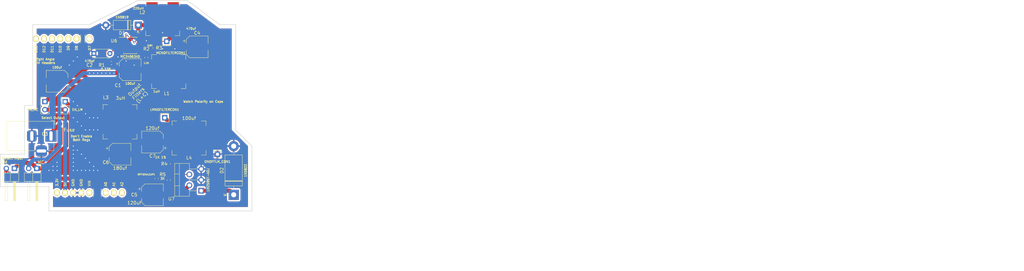
<source format=kicad_pcb>
(kicad_pcb (version 20171130) (host pcbnew 5.0.2+dfsg1-1~bpo9+1)

  (general
    (thickness 1.6)
    (drawings 25)
    (tracks 173)
    (zones 0)
    (modules 31)
    (nets 21)
  )

  (page USLetter)
  (title_block
    (title "Project Title")
    (date 2017-08-14)
    (rev v1.0)
    (company "Released under the CERN Open Hardware License v1.2")
    (comment 1 "Project based on template adapted by jenner@wickerbox.net")
    (comment 2 "Original template by Jonathan (poulc13)")
  )

  (layers
    (0 F.Cu signal)
    (31 B.Cu signal)
    (34 B.Paste user)
    (35 F.Paste user)
    (36 B.SilkS user)
    (37 F.SilkS user)
    (38 B.Mask user)
    (39 F.Mask user)
    (40 Dwgs.User user)
    (44 Edge.Cuts user)
    (48 B.Fab user)
    (49 F.Fab user)
  )

  (setup
    (last_trace_width 1.27)
    (user_trace_width 0.1524)
    (user_trace_width 0.254)
    (user_trace_width 0.3302)
    (user_trace_width 0.508)
    (user_trace_width 0.762)
    (user_trace_width 1.27)
    (trace_clearance 0.254)
    (zone_clearance 0.508)
    (zone_45_only no)
    (trace_min 0.1524)
    (segment_width 0.1524)
    (edge_width 0.1524)
    (via_size 0.6858)
    (via_drill 0.3302)
    (via_min_size 0.6858)
    (via_min_drill 0.3302)
    (user_via 0.6858 0.3302)
    (user_via 0.762 0.4064)
    (user_via 0.8636 0.508)
    (uvia_size 0.6858)
    (uvia_drill 0.3302)
    (uvias_allowed no)
    (uvia_min_size 0)
    (uvia_min_drill 0)
    (pcb_text_width 0.1524)
    (pcb_text_size 1.016 1.016)
    (mod_edge_width 0.1524)
    (mod_text_size 1.016 1.016)
    (mod_text_width 0.1524)
    (pad_size 3.5 3.5)
    (pad_drill 3)
    (pad_to_mask_clearance 0.0762)
    (solder_mask_min_width 0.1016)
    (pad_to_paste_clearance -0.0762)
    (aux_axis_origin 0 0)
    (visible_elements 7FFFFFFF)
    (pcbplotparams
      (layerselection 0x310fc_ffffffff)
      (usegerberextensions true)
      (usegerberattributes false)
      (usegerberadvancedattributes false)
      (creategerberjobfile false)
      (excludeedgelayer true)
      (linewidth 0.100000)
      (plotframeref false)
      (viasonmask false)
      (mode 1)
      (useauxorigin false)
      (hpglpennumber 1)
      (hpglpenspeed 20)
      (hpglpendiameter 15.000000)
      (psnegative false)
      (psa4output false)
      (plotreference true)
      (plotvalue true)
      (plotinvisibletext false)
      (padsonsilk false)
      (subtractmaskfromsilk false)
      (outputformat 1)
      (mirror false)
      (drillshape 0)
      (scaleselection 1)
      (outputdirectory "gerbers_rev1/"))
  )

  (net 0 "")
  (net 1 GND)
  (net 2 +5V)
  (net 3 /A0)
  (net 4 /A1)
  (net 5 /A2)
  (net 6 /D7)
  (net 7 "Net-(C2-Pad1)")
  (net 8 /MCVIN)
  (net 9 /AfterMCFilter)
  (net 10 /MCVOUTWOUTFILTER)
  (net 11 /LMVIN)
  (net 12 /AfterLMFilter)
  (net 13 /LMVOUTWOUTFILTER)
  (net 14 /TOINDUCTOR_MC)
  (net 15 /LM_TOINDUCTOR)
  (net 16 /VINAFTERFUSE)
  (net 17 VIN)
  (net 18 "Net-(OPTIONALCAP1-Pad2)")
  (net 19 "Net-(R1-Pad1)")
  (net 20 "Net-(R2-Pad2)")

  (net_class Default "This is the default net class."
    (clearance 0.254)
    (trace_width 0.254)
    (via_dia 0.6858)
    (via_drill 0.3302)
    (uvia_dia 0.6858)
    (uvia_drill 0.3302)
    (add_net +5V)
    (add_net /A0)
    (add_net /A1)
    (add_net /A2)
    (add_net /AfterLMFilter)
    (add_net /AfterMCFilter)
    (add_net /D7)
    (add_net /LMVIN)
    (add_net /LMVOUTWOUTFILTER)
    (add_net /LM_TOINDUCTOR)
    (add_net /MCVIN)
    (add_net /MCVOUTWOUTFILTER)
    (add_net /TOINDUCTOR_MC)
    (add_net /VINAFTERFUSE)
    (add_net GND)
    (add_net "Net-(C2-Pad1)")
    (add_net "Net-(OPTIONALCAP1-Pad2)")
    (add_net "Net-(R1-Pad1)")
    (add_net "Net-(R2-Pad2)")
    (add_net VIN)
  )

  (module Fuse:Fuse_0805_2012Metric (layer F.Cu) (tedit 5DE9FFF4) (tstamp 5DF68785)
    (at 57.785 86.995 180)
    (descr "Fuse SMD 0805 (2012 Metric), square (rectangular) end terminal, IPC_7351 nominal, (Body size source: https://docs.google.com/spreadsheets/d/1BsfQQcO9C6DZCsRaXUlFlo91Tg2WpOkGARC1WS5S8t0/edit?usp=sharing), generated with kicad-footprint-generator")
    (tags resistor)
    (path /5DEDB474)
    (attr smd)
    (fp_text reference F1 (at 0 -1.65 180) (layer F.SilkS) hide
      (effects (font (size 1 1) (thickness 0.15)))
    )
    (fp_text value Fuse (at -1.905 -1.905 180) (layer F.SilkS)
      (effects (font (size 1 1) (thickness 0.15)))
    )
    (fp_text user %R (at 0 0 180) (layer F.Fab)
      (effects (font (size 0.5 0.5) (thickness 0.08)))
    )
    (fp_line (start 1.68 0.95) (end -1.68 0.95) (layer F.CrtYd) (width 0.05))
    (fp_line (start 1.68 -0.95) (end 1.68 0.95) (layer F.CrtYd) (width 0.05))
    (fp_line (start -1.68 -0.95) (end 1.68 -0.95) (layer F.CrtYd) (width 0.05))
    (fp_line (start -1.68 0.95) (end -1.68 -0.95) (layer F.CrtYd) (width 0.05))
    (fp_line (start -0.258578 0.71) (end 0.258578 0.71) (layer F.SilkS) (width 0.12))
    (fp_line (start -0.258578 -0.71) (end 0.258578 -0.71) (layer F.SilkS) (width 0.12))
    (fp_line (start 1 0.6) (end -1 0.6) (layer F.Fab) (width 0.1))
    (fp_line (start 1 -0.6) (end 1 0.6) (layer F.Fab) (width 0.1))
    (fp_line (start -1 -0.6) (end 1 -0.6) (layer F.Fab) (width 0.1))
    (fp_line (start -1 0.6) (end -1 -0.6) (layer F.Fab) (width 0.1))
    (pad 2 smd roundrect (at 0.9375 0 180) (size 0.975 1.4) (layers F.Cu F.Paste F.Mask) (roundrect_rratio 0.25)
      (net 17 VIN))
    (pad 1 smd roundrect (at -0.9375 0 180) (size 0.975 1.4) (layers F.Cu F.Paste F.Mask) (roundrect_rratio 0.25)
      (net 16 /VINAFTERFUSE))
    (model ${KISYS3DMOD}/Fuse.3dshapes/Fuse_0805_2012Metric.wrl
      (at (xyz 0 0 0))
      (scale (xyz 1 1 1))
      (rotate (xyz 0 0 0))
    )
  )

  (module Connector_PinHeader_2.54mm:PinHeader_1x02_P2.54mm_Vertical (layer F.Cu) (tedit 5DEA0028) (tstamp 5DF68874)
    (at 58.42 80.01)
    (descr "Through hole straight pin header, 1x02, 2.54mm pitch, single row")
    (tags "Through hole pin header THT 1x02 2.54mm single row")
    (path /5DF1489B)
    (fp_text reference JP4 (at 0 -2.33) (layer F.SilkS) hide
      (effects (font (size 1 1) (thickness 0.15)))
    )
    (fp_text value EN_LM (at 3.81 2.54) (layer F.SilkS)
      (effects (font (size 0.7 0.7) (thickness 0.15)))
    )
    (fp_text user %R (at 0 1.27 90) (layer F.Fab)
      (effects (font (size 1 1) (thickness 0.15)))
    )
    (fp_line (start 1.8 -1.8) (end -1.8 -1.8) (layer F.CrtYd) (width 0.05))
    (fp_line (start 1.8 4.35) (end 1.8 -1.8) (layer F.CrtYd) (width 0.05))
    (fp_line (start -1.8 4.35) (end 1.8 4.35) (layer F.CrtYd) (width 0.05))
    (fp_line (start -1.8 -1.8) (end -1.8 4.35) (layer F.CrtYd) (width 0.05))
    (fp_line (start -1.33 -1.33) (end 0 -1.33) (layer F.SilkS) (width 0.12))
    (fp_line (start -1.33 0) (end -1.33 -1.33) (layer F.SilkS) (width 0.12))
    (fp_line (start -1.33 1.27) (end 1.33 1.27) (layer F.SilkS) (width 0.12))
    (fp_line (start 1.33 1.27) (end 1.33 3.87) (layer F.SilkS) (width 0.12))
    (fp_line (start -1.33 1.27) (end -1.33 3.87) (layer F.SilkS) (width 0.12))
    (fp_line (start -1.33 3.87) (end 1.33 3.87) (layer F.SilkS) (width 0.12))
    (fp_line (start -1.27 -0.635) (end -0.635 -1.27) (layer F.Fab) (width 0.1))
    (fp_line (start -1.27 3.81) (end -1.27 -0.635) (layer F.Fab) (width 0.1))
    (fp_line (start 1.27 3.81) (end -1.27 3.81) (layer F.Fab) (width 0.1))
    (fp_line (start 1.27 -1.27) (end 1.27 3.81) (layer F.Fab) (width 0.1))
    (fp_line (start -0.635 -1.27) (end 1.27 -1.27) (layer F.Fab) (width 0.1))
    (pad 2 thru_hole oval (at 0 2.54) (size 1.7 1.7) (drill 1) (layers *.Cu *.Mask)
      (net 2 +5V))
    (pad 1 thru_hole rect (at 0 0) (size 1.7 1.7) (drill 1) (layers *.Cu *.Mask)
      (net 12 /AfterLMFilter))
    (model ${KISYS3DMOD}/Connector_PinHeader_2.54mm.3dshapes/PinHeader_1x02_P2.54mm_Vertical.wrl
      (at (xyz 0 0 0))
      (scale (xyz 1 1 1))
      (rotate (xyz 0 0 0))
    )
  )

  (module Capacitor_THT:C_Disc_D4.7mm_W2.5mm_P5.00mm (layer F.Cu) (tedit 5DE9F385) (tstamp 5DF68648)
    (at 72.39 64.9475 180)
    (descr "C, Disc series, Radial, pin pitch=5.00mm, , diameter*width=4.7*2.5mm^2, Capacitor, http://www.vishay.com/docs/45233/krseries.pdf")
    (tags "C Disc series Radial pin pitch 5.00mm  diameter 4.7mm width 2.5mm Capacitor")
    (path /5DEC3B0B)
    (fp_text reference C2 (at 6.35 -3.6325 180) (layer F.SilkS)
      (effects (font (size 1 1) (thickness 0.15)))
    )
    (fp_text value 470pf (at 6.35 -2.3625) (layer F.SilkS)
      (effects (font (size 0.7 0.7) (thickness 0.15)))
    )
    (fp_text user %R (at 2.5 0 270) (layer F.Fab)
      (effects (font (size 0.94 0.94) (thickness 0.141)))
    )
    (fp_line (start 6.05 -1.5) (end -1.05 -1.5) (layer F.CrtYd) (width 0.05))
    (fp_line (start 6.05 1.5) (end 6.05 -1.5) (layer F.CrtYd) (width 0.05))
    (fp_line (start -1.05 1.5) (end 6.05 1.5) (layer F.CrtYd) (width 0.05))
    (fp_line (start -1.05 -1.5) (end -1.05 1.5) (layer F.CrtYd) (width 0.05))
    (fp_line (start 4.97 1.055) (end 4.97 1.37) (layer F.SilkS) (width 0.12))
    (fp_line (start 4.97 -1.37) (end 4.97 -1.055) (layer F.SilkS) (width 0.12))
    (fp_line (start 0.03 1.055) (end 0.03 1.37) (layer F.SilkS) (width 0.12))
    (fp_line (start 0.03 -1.37) (end 0.03 -1.055) (layer F.SilkS) (width 0.12))
    (fp_line (start 0.03 1.37) (end 4.97 1.37) (layer F.SilkS) (width 0.12))
    (fp_line (start 0.03 -1.37) (end 4.97 -1.37) (layer F.SilkS) (width 0.12))
    (fp_line (start 4.85 -1.25) (end 0.15 -1.25) (layer F.Fab) (width 0.1))
    (fp_line (start 4.85 1.25) (end 4.85 -1.25) (layer F.Fab) (width 0.1))
    (fp_line (start 0.15 1.25) (end 4.85 1.25) (layer F.Fab) (width 0.1))
    (fp_line (start 0.15 -1.25) (end 0.15 1.25) (layer F.Fab) (width 0.1))
    (pad 2 thru_hole circle (at 5 0 180) (size 1.6 1.6) (drill 0.8) (layers *.Cu *.Mask)
      (net 1 GND))
    (pad 1 thru_hole circle (at 0 0 180) (size 1.6 1.6) (drill 0.8) (layers *.Cu *.Mask)
      (net 7 "Net-(C2-Pad1)"))
    (model ${KISYS3DMOD}/Capacitor_THT.3dshapes/C_Disc_D4.7mm_W2.5mm_P5.00mm.wrl
      (at (xyz 0 0 0))
      (scale (xyz 1 1 1))
      (rotate (xyz 0 0 0))
    )
  )

  (module Connector_PinHeader_2.54mm:PinHeader_1x02_P2.54mm_Vertical (layer F.Cu) (tedit 5DEA0022) (tstamp 5DF68841)
    (at 52.07 80.01)
    (descr "Through hole straight pin header, 1x02, 2.54mm pitch, single row")
    (tags "Through hole pin header THT 1x02 2.54mm single row")
    (path /5DED4D90)
    (fp_text reference JP3 (at 0 -2.33) (layer F.SilkS) hide
      (effects (font (size 1 1) (thickness 0.15)))
    )
    (fp_text value EN_MC (at -3.81 2.54) (layer F.SilkS)
      (effects (font (size 0.7 0.7) (thickness 0.15)))
    )
    (fp_text user %R (at 0 1.27 90) (layer F.Fab)
      (effects (font (size 1 1) (thickness 0.15)))
    )
    (fp_line (start 1.8 -1.8) (end -1.8 -1.8) (layer F.CrtYd) (width 0.05))
    (fp_line (start 1.8 4.35) (end 1.8 -1.8) (layer F.CrtYd) (width 0.05))
    (fp_line (start -1.8 4.35) (end 1.8 4.35) (layer F.CrtYd) (width 0.05))
    (fp_line (start -1.8 -1.8) (end -1.8 4.35) (layer F.CrtYd) (width 0.05))
    (fp_line (start -1.33 -1.33) (end 0 -1.33) (layer F.SilkS) (width 0.12))
    (fp_line (start -1.33 0) (end -1.33 -1.33) (layer F.SilkS) (width 0.12))
    (fp_line (start -1.33 1.27) (end 1.33 1.27) (layer F.SilkS) (width 0.12))
    (fp_line (start 1.33 1.27) (end 1.33 3.87) (layer F.SilkS) (width 0.12))
    (fp_line (start -1.33 1.27) (end -1.33 3.87) (layer F.SilkS) (width 0.12))
    (fp_line (start -1.33 3.87) (end 1.33 3.87) (layer F.SilkS) (width 0.12))
    (fp_line (start -1.27 -0.635) (end -0.635 -1.27) (layer F.Fab) (width 0.1))
    (fp_line (start -1.27 3.81) (end -1.27 -0.635) (layer F.Fab) (width 0.1))
    (fp_line (start 1.27 3.81) (end -1.27 3.81) (layer F.Fab) (width 0.1))
    (fp_line (start 1.27 -1.27) (end 1.27 3.81) (layer F.Fab) (width 0.1))
    (fp_line (start -0.635 -1.27) (end 1.27 -1.27) (layer F.Fab) (width 0.1))
    (pad 2 thru_hole oval (at 0 2.54) (size 1.7 1.7) (drill 1) (layers *.Cu *.Mask)
      (net 2 +5V))
    (pad 1 thru_hole rect (at 0 0) (size 1.7 1.7) (drill 1) (layers *.Cu *.Mask)
      (net 9 /AfterMCFilter))
    (model ${KISYS3DMOD}/Connector_PinHeader_2.54mm.3dshapes/PinHeader_1x02_P2.54mm_Vertical.wrl
      (at (xyz 0 0 0))
      (scale (xyz 1 1 1))
      (rotate (xyz 0 0 0))
    )
  )

  (module footprints:ARDUINO-101-SHIELD_EASYTOSOLDER_VERS locked (layer F.Cu) (tedit 5DC50B3F) (tstamp 5728CC97)
    (at 43.1292 108.585)
    (descr "Through hole socket strip")
    (tags "socket strip")
    (path /572986CB)
    (fp_text reference U5 (at 14.5 -8.5) (layer F.SilkS) hide
      (effects (font (size 1 1) (thickness 0.15)))
    )
    (fp_text value ARDUINO-101-SHIELD (at 22.5 -11) (layer F.SilkS) hide
      (effects (font (size 1 1) (thickness 0.15)))
    )
    (fp_line (start 24.63 -1.75) (end 24.63 1.75) (layer F.CrtYd) (width 0.05))
    (fp_line (start 24.13 1.27) (end 24.13 -1.27) (layer F.SilkS) (width 0.15))
    (fp_text user 3.3V (at 12.7 -3.233057 90) (layer F.SilkS)
      (effects (font (size 0.762 0.762) (thickness 0.1524)))
    )
    (fp_text user 5V (at 15.24 -2.688771 90) (layer F.SilkS)
      (effects (font (size 0.762 0.762) (thickness 0.1524)))
    )
    (fp_text user GND (at 17.78 -3.160486 90) (layer F.SilkS)
      (effects (font (size 0.762 0.762) (thickness 0.1524)))
    )
    (fp_text user GND (at 20.32 -3.160486 90) (layer F.SilkS)
      (effects (font (size 0.762 0.762) (thickness 0.1524)))
    )
    (fp_text user VIN (at 22.86 -2.906486 90) (layer F.SilkS)
      (effects (font (size 0.762 0.762) (thickness 0.1524)))
    )
    (fp_text user A0 (at 27.9654 -2.688771 90) (layer F.SilkS)
      (effects (font (size 0.762 0.762) (thickness 0.1524)))
    )
    (fp_text user A1 (at 30.5054 -2.688771 90) (layer F.SilkS)
      (effects (font (size 0.762 0.762) (thickness 0.1524)))
    )
    (fp_line (start 26.5938 1.2954) (end 26.5938 -1.2446) (layer F.SilkS) (width 0.15))
    (fp_text user A2 (at 33.0454 -2.688771 90) (layer F.SilkS)
      (effects (font (size 0.762 0.762) (thickness 0.1524)))
    )
    (fp_line (start 26.2154 -1.7246) (end 26.2154 1.7754) (layer F.CrtYd) (width 0.05))
    (fp_line (start 21.5138 -46.99) (end 21.5138 -49.53) (layer F.SilkS) (width 0.15))
    (fp_text user D7 (at 22.9362 -45.349886 90) (layer F.SilkS)
      (effects (font (size 0.762 0.762) (thickness 0.1524)))
    )
    (fp_line (start 21.1354 -50.01) (end 21.1354 -46.51) (layer F.CrtYd) (width 0.05))
    (fp_text user D10 (at 13.7414 -44.987029 90) (layer F.SilkS)
      (effects (font (size 0.762 0.762) (thickness 0.1524)))
    )
    (fp_text user D12 (at 8.6614 -44.987029 90) (layer F.SilkS)
      (effects (font (size 0.762 0.762) (thickness 0.1524)))
    )
    (fp_text user D9 (at 16.2814 -45.349886 90) (layer F.SilkS)
      (effects (font (size 0.762 0.762) (thickness 0.1524)))
    )
    (fp_text user D8 (at 18.8214 -45.349886 90) (layer F.SilkS)
      (effects (font (size 0.762 0.762) (thickness 0.1524)))
    )
    (fp_line (start 20.0914 -46.99) (end 20.0914 -49.53) (layer F.SilkS) (width 0.15))
    (fp_text user D11 (at 11.2014 -44.987029 90) (layer F.SilkS)
      (effects (font (size 0.762 0.762) (thickness 0.1524)))
    )
    (fp_text user D13 (at 6.1722 -44.987029 90) (layer F.SilkS)
      (effects (font (size 0.762 0.762) (thickness 0.1524)))
    )
    (fp_line (start 20.5914 -50.01) (end 20.5914 -46.51) (layer F.CrtYd) (width 0.05))
    (pad 3V3 thru_hole oval (at 12.7 0) (size 1.7272 2.032) (drill 1.016) (layers *.Cu *.Mask F.SilkS))
    (pad 5V thru_hole oval (at 15.24 0) (size 1.7272 2.032) (drill 1.016) (layers *.Cu *.Mask F.SilkS)
      (net 2 +5V))
    (pad GND1 thru_hole oval (at 17.78 0) (size 1.7272 2.032) (drill 1.016) (layers *.Cu *.Mask F.SilkS)
      (net 1 GND))
    (pad GND2 thru_hole oval (at 20.32 0) (size 1.7272 2.032) (drill 1.016) (layers *.Cu *.Mask F.SilkS)
      (net 1 GND))
    (pad VIN thru_hole oval (at 22.86 0) (size 1.7272 2.032) (drill 1.016) (layers *.Cu *.Mask F.SilkS)
      (net 17 VIN))
    (pad A0 thru_hole oval (at 27.9654 0) (size 1.7272 2.032) (drill 1.016) (layers *.Cu *.Mask F.SilkS)
      (net 3 /A0))
    (pad A1 thru_hole oval (at 30.5054 0) (size 1.7272 2.032) (drill 1.016) (layers *.Cu *.Mask F.SilkS)
      (net 4 /A1))
    (pad A2 thru_hole oval (at 33.0454 0) (size 1.7272 2.032) (drill 1.016) (layers *.Cu *.Mask F.SilkS)
      (net 5 /A2))
    (pad D7 thru_hole oval (at 22.8854 -48.26) (size 1.7272 2.032) (drill 1.016) (layers *.Cu *.Mask F.SilkS)
      (net 6 /D7))
    (pad D13 thru_hole oval (at 6.1214 -48.26) (size 1.7272 2.032) (drill 1.016) (layers *.Cu *.Mask F.SilkS))
    (pad D12 thru_hole oval (at 8.6614 -48.26) (size 1.7272 2.032) (drill 1.016) (layers *.Cu *.Mask F.SilkS))
    (pad D11 thru_hole oval (at 11.2014 -48.26) (size 1.7272 2.032) (drill 1.016) (layers *.Cu *.Mask F.SilkS))
    (pad D8 thru_hole oval (at 18.8214 -48.26) (size 1.7272 2.032) (drill 1.016) (layers *.Cu *.Mask F.SilkS))
    (pad D9 thru_hole oval (at 16.2814 -48.26) (size 1.7272 2.032) (drill 1.016) (layers *.Cu *.Mask F.SilkS))
    (pad D10 thru_hole oval (at 13.7414 -48.26) (size 1.7272 2.032) (drill 1.016) (layers *.Cu *.Mask F.SilkS))
    (model ${KIPRJMOD}/Socket_Arduino_Uno.3dshapes/Socket_header_Arduino_1x08.wrl
      (offset (xyz 8.889999866485596 0 0))
      (scale (xyz 1 1 1))
      (rotate (xyz 0 0 180))
    )
  )

  (module Capacitor_SMD:CP_Elec_6.3x5.9 (layer F.Cu) (tedit 5DE9F3AB) (tstamp 5DF68621)
    (at 78.74 70.0275)
    (descr "SMD capacitor, aluminum electrolytic, Panasonic C6, 6.3x5.9mm")
    (tags "capacitor electrolytic")
    (path /5DEBB5E5)
    (attr smd)
    (fp_text reference C1 (at -3.81 4.9025) (layer F.SilkS)
      (effects (font (size 1 1) (thickness 0.15)))
    )
    (fp_text value 100uf (at 0 4.35) (layer F.SilkS)
      (effects (font (size 0.7 0.7) (thickness 0.15)))
    )
    (fp_text user %R (at 0 0) (layer F.Fab)
      (effects (font (size 1 1) (thickness 0.15)))
    )
    (fp_line (start -4.8 1.05) (end -3.55 1.05) (layer F.CrtYd) (width 0.05))
    (fp_line (start -4.8 -1.05) (end -4.8 1.05) (layer F.CrtYd) (width 0.05))
    (fp_line (start -3.55 -1.05) (end -4.8 -1.05) (layer F.CrtYd) (width 0.05))
    (fp_line (start -3.55 1.05) (end -3.55 2.4) (layer F.CrtYd) (width 0.05))
    (fp_line (start -3.55 -2.4) (end -3.55 -1.05) (layer F.CrtYd) (width 0.05))
    (fp_line (start -3.55 -2.4) (end -2.4 -3.55) (layer F.CrtYd) (width 0.05))
    (fp_line (start -3.55 2.4) (end -2.4 3.55) (layer F.CrtYd) (width 0.05))
    (fp_line (start -2.4 -3.55) (end 3.55 -3.55) (layer F.CrtYd) (width 0.05))
    (fp_line (start -2.4 3.55) (end 3.55 3.55) (layer F.CrtYd) (width 0.05))
    (fp_line (start 3.55 1.05) (end 3.55 3.55) (layer F.CrtYd) (width 0.05))
    (fp_line (start 4.8 1.05) (end 3.55 1.05) (layer F.CrtYd) (width 0.05))
    (fp_line (start 4.8 -1.05) (end 4.8 1.05) (layer F.CrtYd) (width 0.05))
    (fp_line (start 3.55 -1.05) (end 4.8 -1.05) (layer F.CrtYd) (width 0.05))
    (fp_line (start 3.55 -3.55) (end 3.55 -1.05) (layer F.CrtYd) (width 0.05))
    (fp_line (start -4.04375 -2.24125) (end -4.04375 -1.45375) (layer F.SilkS) (width 0.12))
    (fp_line (start -4.4375 -1.8475) (end -3.65 -1.8475) (layer F.SilkS) (width 0.12))
    (fp_line (start -3.41 2.345563) (end -2.345563 3.41) (layer F.SilkS) (width 0.12))
    (fp_line (start -3.41 -2.345563) (end -2.345563 -3.41) (layer F.SilkS) (width 0.12))
    (fp_line (start -3.41 -2.345563) (end -3.41 -1.06) (layer F.SilkS) (width 0.12))
    (fp_line (start -3.41 2.345563) (end -3.41 1.06) (layer F.SilkS) (width 0.12))
    (fp_line (start -2.345563 3.41) (end 3.41 3.41) (layer F.SilkS) (width 0.12))
    (fp_line (start -2.345563 -3.41) (end 3.41 -3.41) (layer F.SilkS) (width 0.12))
    (fp_line (start 3.41 -3.41) (end 3.41 -1.06) (layer F.SilkS) (width 0.12))
    (fp_line (start 3.41 3.41) (end 3.41 1.06) (layer F.SilkS) (width 0.12))
    (fp_line (start -2.389838 -1.645) (end -2.389838 -1.015) (layer F.Fab) (width 0.1))
    (fp_line (start -2.704838 -1.33) (end -2.074838 -1.33) (layer F.Fab) (width 0.1))
    (fp_line (start -3.3 2.3) (end -2.3 3.3) (layer F.Fab) (width 0.1))
    (fp_line (start -3.3 -2.3) (end -2.3 -3.3) (layer F.Fab) (width 0.1))
    (fp_line (start -3.3 -2.3) (end -3.3 2.3) (layer F.Fab) (width 0.1))
    (fp_line (start -2.3 3.3) (end 3.3 3.3) (layer F.Fab) (width 0.1))
    (fp_line (start -2.3 -3.3) (end 3.3 -3.3) (layer F.Fab) (width 0.1))
    (fp_line (start 3.3 -3.3) (end 3.3 3.3) (layer F.Fab) (width 0.1))
    (fp_circle (center 0 0) (end 3.15 0) (layer F.Fab) (width 0.1))
    (pad 2 smd roundrect (at 2.8 0) (size 3.5 1.6) (layers F.Cu F.Paste F.Mask) (roundrect_rratio 0.15625)
      (net 1 GND))
    (pad 1 smd roundrect (at -2.8 0) (size 3.5 1.6) (layers F.Cu F.Paste F.Mask) (roundrect_rratio 0.15625)
      (net 8 /MCVIN))
    (model ${KISYS3DMOD}/Capacitor_SMD.3dshapes/CP_Elec_6.3x5.9.wrl
      (at (xyz 0 0 0))
      (scale (xyz 1 1 1))
      (rotate (xyz 0 0 0))
    )
  )

  (module Capacitor_SMD:CP_Elec_6.3x5.9 (layer F.Cu) (tedit 5DE9F2F6) (tstamp 5DF68696)
    (at 55.88 73.66 180)
    (descr "SMD capacitor, aluminum electrolytic, Panasonic C6, 6.3x5.9mm")
    (tags "capacitor electrolytic")
    (path /5DED31AD)
    (attr smd)
    (fp_text reference C3 (at 3.81 -16.51 180) (layer F.SilkS)
      (effects (font (size 1 1) (thickness 0.15)))
    )
    (fp_text value 100uf (at 0 4.35 180) (layer F.SilkS)
      (effects (font (size 0.7 0.7) (thickness 0.15)))
    )
    (fp_text user %R (at 0 0 180) (layer F.Fab)
      (effects (font (size 1 1) (thickness 0.15)))
    )
    (fp_line (start -4.8 1.05) (end -3.55 1.05) (layer F.CrtYd) (width 0.05))
    (fp_line (start -4.8 -1.05) (end -4.8 1.05) (layer F.CrtYd) (width 0.05))
    (fp_line (start -3.55 -1.05) (end -4.8 -1.05) (layer F.CrtYd) (width 0.05))
    (fp_line (start -3.55 1.05) (end -3.55 2.4) (layer F.CrtYd) (width 0.05))
    (fp_line (start -3.55 -2.4) (end -3.55 -1.05) (layer F.CrtYd) (width 0.05))
    (fp_line (start -3.55 -2.4) (end -2.4 -3.55) (layer F.CrtYd) (width 0.05))
    (fp_line (start -3.55 2.4) (end -2.4 3.55) (layer F.CrtYd) (width 0.05))
    (fp_line (start -2.4 -3.55) (end 3.55 -3.55) (layer F.CrtYd) (width 0.05))
    (fp_line (start -2.4 3.55) (end 3.55 3.55) (layer F.CrtYd) (width 0.05))
    (fp_line (start 3.55 1.05) (end 3.55 3.55) (layer F.CrtYd) (width 0.05))
    (fp_line (start 4.8 1.05) (end 3.55 1.05) (layer F.CrtYd) (width 0.05))
    (fp_line (start 4.8 -1.05) (end 4.8 1.05) (layer F.CrtYd) (width 0.05))
    (fp_line (start 3.55 -1.05) (end 4.8 -1.05) (layer F.CrtYd) (width 0.05))
    (fp_line (start 3.55 -3.55) (end 3.55 -1.05) (layer F.CrtYd) (width 0.05))
    (fp_line (start -4.04375 -2.24125) (end -4.04375 -1.45375) (layer F.SilkS) (width 0.12))
    (fp_line (start -4.4375 -1.8475) (end -3.65 -1.8475) (layer F.SilkS) (width 0.12))
    (fp_line (start -3.41 2.345563) (end -2.345563 3.41) (layer F.SilkS) (width 0.12))
    (fp_line (start -3.41 -2.345563) (end -2.345563 -3.41) (layer F.SilkS) (width 0.12))
    (fp_line (start -3.41 -2.345563) (end -3.41 -1.06) (layer F.SilkS) (width 0.12))
    (fp_line (start -3.41 2.345563) (end -3.41 1.06) (layer F.SilkS) (width 0.12))
    (fp_line (start -2.345563 3.41) (end 3.41 3.41) (layer F.SilkS) (width 0.12))
    (fp_line (start -2.345563 -3.41) (end 3.41 -3.41) (layer F.SilkS) (width 0.12))
    (fp_line (start 3.41 -3.41) (end 3.41 -1.06) (layer F.SilkS) (width 0.12))
    (fp_line (start 3.41 3.41) (end 3.41 1.06) (layer F.SilkS) (width 0.12))
    (fp_line (start -2.389838 -1.645) (end -2.389838 -1.015) (layer F.Fab) (width 0.1))
    (fp_line (start -2.704838 -1.33) (end -2.074838 -1.33) (layer F.Fab) (width 0.1))
    (fp_line (start -3.3 2.3) (end -2.3 3.3) (layer F.Fab) (width 0.1))
    (fp_line (start -3.3 -2.3) (end -2.3 -3.3) (layer F.Fab) (width 0.1))
    (fp_line (start -3.3 -2.3) (end -3.3 2.3) (layer F.Fab) (width 0.1))
    (fp_line (start -2.3 3.3) (end 3.3 3.3) (layer F.Fab) (width 0.1))
    (fp_line (start -2.3 -3.3) (end 3.3 -3.3) (layer F.Fab) (width 0.1))
    (fp_line (start 3.3 -3.3) (end 3.3 3.3) (layer F.Fab) (width 0.1))
    (fp_circle (center 0 0) (end 3.15 0) (layer F.Fab) (width 0.1))
    (pad 2 smd roundrect (at 2.8 0 180) (size 3.5 1.6) (layers F.Cu F.Paste F.Mask) (roundrect_rratio 0.15625)
      (net 1 GND))
    (pad 1 smd roundrect (at -2.8 0 180) (size 3.5 1.6) (layers F.Cu F.Paste F.Mask) (roundrect_rratio 0.15625)
      (net 9 /AfterMCFilter))
    (model ${KISYS3DMOD}/Capacitor_SMD.3dshapes/CP_Elec_6.3x5.9.wrl
      (at (xyz 0 0 0))
      (scale (xyz 1 1 1))
      (rotate (xyz 0 0 0))
    )
  )

  (module Capacitor_SMD:CP_Elec_6.3x5.9 (layer F.Cu) (tedit 5DE9F3A3) (tstamp 5DF686BE)
    (at 99.695 62.865)
    (descr "SMD capacitor, aluminum electrolytic, Panasonic C6, 6.3x5.9mm")
    (tags "capacitor electrolytic")
    (path /5DEC12E3)
    (attr smd)
    (fp_text reference C4 (at 0 -4.35) (layer F.SilkS)
      (effects (font (size 1 1) (thickness 0.15)))
    )
    (fp_text value 470uf (at -1.905 -5.715) (layer F.SilkS)
      (effects (font (size 0.7 0.7) (thickness 0.15)))
    )
    (fp_circle (center 0 0) (end 3.15 0) (layer F.Fab) (width 0.1))
    (fp_line (start 3.3 -3.3) (end 3.3 3.3) (layer F.Fab) (width 0.1))
    (fp_line (start -2.3 -3.3) (end 3.3 -3.3) (layer F.Fab) (width 0.1))
    (fp_line (start -2.3 3.3) (end 3.3 3.3) (layer F.Fab) (width 0.1))
    (fp_line (start -3.3 -2.3) (end -3.3 2.3) (layer F.Fab) (width 0.1))
    (fp_line (start -3.3 -2.3) (end -2.3 -3.3) (layer F.Fab) (width 0.1))
    (fp_line (start -3.3 2.3) (end -2.3 3.3) (layer F.Fab) (width 0.1))
    (fp_line (start -2.704838 -1.33) (end -2.074838 -1.33) (layer F.Fab) (width 0.1))
    (fp_line (start -2.389838 -1.645) (end -2.389838 -1.015) (layer F.Fab) (width 0.1))
    (fp_line (start 3.41 3.41) (end 3.41 1.06) (layer F.SilkS) (width 0.12))
    (fp_line (start 3.41 -3.41) (end 3.41 -1.06) (layer F.SilkS) (width 0.12))
    (fp_line (start -2.345563 -3.41) (end 3.41 -3.41) (layer F.SilkS) (width 0.12))
    (fp_line (start -2.345563 3.41) (end 3.41 3.41) (layer F.SilkS) (width 0.12))
    (fp_line (start -3.41 2.345563) (end -3.41 1.06) (layer F.SilkS) (width 0.12))
    (fp_line (start -3.41 -2.345563) (end -3.41 -1.06) (layer F.SilkS) (width 0.12))
    (fp_line (start -3.41 -2.345563) (end -2.345563 -3.41) (layer F.SilkS) (width 0.12))
    (fp_line (start -3.41 2.345563) (end -2.345563 3.41) (layer F.SilkS) (width 0.12))
    (fp_line (start -4.4375 -1.8475) (end -3.65 -1.8475) (layer F.SilkS) (width 0.12))
    (fp_line (start -4.04375 -2.24125) (end -4.04375 -1.45375) (layer F.SilkS) (width 0.12))
    (fp_line (start 3.55 -3.55) (end 3.55 -1.05) (layer F.CrtYd) (width 0.05))
    (fp_line (start 3.55 -1.05) (end 4.8 -1.05) (layer F.CrtYd) (width 0.05))
    (fp_line (start 4.8 -1.05) (end 4.8 1.05) (layer F.CrtYd) (width 0.05))
    (fp_line (start 4.8 1.05) (end 3.55 1.05) (layer F.CrtYd) (width 0.05))
    (fp_line (start 3.55 1.05) (end 3.55 3.55) (layer F.CrtYd) (width 0.05))
    (fp_line (start -2.4 3.55) (end 3.55 3.55) (layer F.CrtYd) (width 0.05))
    (fp_line (start -2.4 -3.55) (end 3.55 -3.55) (layer F.CrtYd) (width 0.05))
    (fp_line (start -3.55 2.4) (end -2.4 3.55) (layer F.CrtYd) (width 0.05))
    (fp_line (start -3.55 -2.4) (end -2.4 -3.55) (layer F.CrtYd) (width 0.05))
    (fp_line (start -3.55 -2.4) (end -3.55 -1.05) (layer F.CrtYd) (width 0.05))
    (fp_line (start -3.55 1.05) (end -3.55 2.4) (layer F.CrtYd) (width 0.05))
    (fp_line (start -3.55 -1.05) (end -4.8 -1.05) (layer F.CrtYd) (width 0.05))
    (fp_line (start -4.8 -1.05) (end -4.8 1.05) (layer F.CrtYd) (width 0.05))
    (fp_line (start -4.8 1.05) (end -3.55 1.05) (layer F.CrtYd) (width 0.05))
    (fp_text user %R (at 0 0 180) (layer F.Fab)
      (effects (font (size 1 1) (thickness 0.15)))
    )
    (pad 1 smd roundrect (at -2.8 0) (size 3.5 1.6) (layers F.Cu F.Paste F.Mask) (roundrect_rratio 0.15625)
      (net 10 /MCVOUTWOUTFILTER))
    (pad 2 smd roundrect (at 2.8 0) (size 3.5 1.6) (layers F.Cu F.Paste F.Mask) (roundrect_rratio 0.15625)
      (net 1 GND))
    (model ${KISYS3DMOD}/Capacitor_SMD.3dshapes/CP_Elec_6.3x5.9.wrl
      (at (xyz 0 0 0))
      (scale (xyz 1 1 1))
      (rotate (xyz 0 0 0))
    )
  )

  (module Capacitor_SMD:CP_Elec_6.3x5.9 (layer F.Cu) (tedit 5DE9F733) (tstamp 5DF686E6)
    (at 85.725 109.22)
    (descr "SMD capacitor, aluminum electrolytic, Panasonic C6, 6.3x5.9mm")
    (tags "capacitor electrolytic")
    (path /5DEE9ADF)
    (attr smd)
    (fp_text reference C5 (at -5.715 0) (layer F.SilkS)
      (effects (font (size 1 1) (thickness 0.15)))
    )
    (fp_text value 120uf (at -5.715 2.54) (layer F.SilkS)
      (effects (font (size 1 1) (thickness 0.15)))
    )
    (fp_circle (center 0 0) (end 3.15 0) (layer F.Fab) (width 0.1))
    (fp_line (start 3.3 -3.3) (end 3.3 3.3) (layer F.Fab) (width 0.1))
    (fp_line (start -2.3 -3.3) (end 3.3 -3.3) (layer F.Fab) (width 0.1))
    (fp_line (start -2.3 3.3) (end 3.3 3.3) (layer F.Fab) (width 0.1))
    (fp_line (start -3.3 -2.3) (end -3.3 2.3) (layer F.Fab) (width 0.1))
    (fp_line (start -3.3 -2.3) (end -2.3 -3.3) (layer F.Fab) (width 0.1))
    (fp_line (start -3.3 2.3) (end -2.3 3.3) (layer F.Fab) (width 0.1))
    (fp_line (start -2.704838 -1.33) (end -2.074838 -1.33) (layer F.Fab) (width 0.1))
    (fp_line (start -2.389838 -1.645) (end -2.389838 -1.015) (layer F.Fab) (width 0.1))
    (fp_line (start 3.41 3.41) (end 3.41 1.06) (layer F.SilkS) (width 0.12))
    (fp_line (start 3.41 -3.41) (end 3.41 -1.06) (layer F.SilkS) (width 0.12))
    (fp_line (start -2.345563 -3.41) (end 3.41 -3.41) (layer F.SilkS) (width 0.12))
    (fp_line (start -2.345563 3.41) (end 3.41 3.41) (layer F.SilkS) (width 0.12))
    (fp_line (start -3.41 2.345563) (end -3.41 1.06) (layer F.SilkS) (width 0.12))
    (fp_line (start -3.41 -2.345563) (end -3.41 -1.06) (layer F.SilkS) (width 0.12))
    (fp_line (start -3.41 -2.345563) (end -2.345563 -3.41) (layer F.SilkS) (width 0.12))
    (fp_line (start -3.41 2.345563) (end -2.345563 3.41) (layer F.SilkS) (width 0.12))
    (fp_line (start -4.4375 -1.8475) (end -3.65 -1.8475) (layer F.SilkS) (width 0.12))
    (fp_line (start -4.04375 -2.24125) (end -4.04375 -1.45375) (layer F.SilkS) (width 0.12))
    (fp_line (start 3.55 -3.55) (end 3.55 -1.05) (layer F.CrtYd) (width 0.05))
    (fp_line (start 3.55 -1.05) (end 4.8 -1.05) (layer F.CrtYd) (width 0.05))
    (fp_line (start 4.8 -1.05) (end 4.8 1.05) (layer F.CrtYd) (width 0.05))
    (fp_line (start 4.8 1.05) (end 3.55 1.05) (layer F.CrtYd) (width 0.05))
    (fp_line (start 3.55 1.05) (end 3.55 3.55) (layer F.CrtYd) (width 0.05))
    (fp_line (start -2.4 3.55) (end 3.55 3.55) (layer F.CrtYd) (width 0.05))
    (fp_line (start -2.4 -3.55) (end 3.55 -3.55) (layer F.CrtYd) (width 0.05))
    (fp_line (start -3.55 2.4) (end -2.4 3.55) (layer F.CrtYd) (width 0.05))
    (fp_line (start -3.55 -2.4) (end -2.4 -3.55) (layer F.CrtYd) (width 0.05))
    (fp_line (start -3.55 -2.4) (end -3.55 -1.05) (layer F.CrtYd) (width 0.05))
    (fp_line (start -3.55 1.05) (end -3.55 2.4) (layer F.CrtYd) (width 0.05))
    (fp_line (start -3.55 -1.05) (end -4.8 -1.05) (layer F.CrtYd) (width 0.05))
    (fp_line (start -4.8 -1.05) (end -4.8 1.05) (layer F.CrtYd) (width 0.05))
    (fp_line (start -4.8 1.05) (end -3.55 1.05) (layer F.CrtYd) (width 0.05))
    (fp_text user %R (at 0 0) (layer F.Fab)
      (effects (font (size 1 1) (thickness 0.15)))
    )
    (pad 1 smd roundrect (at -2.8 0) (size 3.5 1.6) (layers F.Cu F.Paste F.Mask) (roundrect_rratio 0.15625)
      (net 11 /LMVIN))
    (pad 2 smd roundrect (at 2.8 0) (size 3.5 1.6) (layers F.Cu F.Paste F.Mask) (roundrect_rratio 0.15625)
      (net 1 GND))
    (model ${KISYS3DMOD}/Capacitor_SMD.3dshapes/CP_Elec_6.3x5.9.wrl
      (at (xyz 0 0 0))
      (scale (xyz 1 1 1))
      (rotate (xyz 0 0 0))
    )
  )

  (module Capacitor_SMD:CP_Elec_6.3x5.9 (layer F.Cu) (tedit 5DE9F47B) (tstamp 5DF6870E)
    (at 75.565 96.52)
    (descr "SMD capacitor, aluminum electrolytic, Panasonic C6, 6.3x5.9mm")
    (tags "capacitor electrolytic")
    (path /5DF0F6F3)
    (attr smd)
    (fp_text reference C6 (at -4.445 2.54) (layer F.SilkS)
      (effects (font (size 1 1) (thickness 0.15)))
    )
    (fp_text value 180uf (at 0 4.35) (layer F.SilkS)
      (effects (font (size 1 1) (thickness 0.15)))
    )
    (fp_circle (center 0 0) (end 3.15 0) (layer F.Fab) (width 0.1))
    (fp_line (start 3.3 -3.3) (end 3.3 3.3) (layer F.Fab) (width 0.1))
    (fp_line (start -2.3 -3.3) (end 3.3 -3.3) (layer F.Fab) (width 0.1))
    (fp_line (start -2.3 3.3) (end 3.3 3.3) (layer F.Fab) (width 0.1))
    (fp_line (start -3.3 -2.3) (end -3.3 2.3) (layer F.Fab) (width 0.1))
    (fp_line (start -3.3 -2.3) (end -2.3 -3.3) (layer F.Fab) (width 0.1))
    (fp_line (start -3.3 2.3) (end -2.3 3.3) (layer F.Fab) (width 0.1))
    (fp_line (start -2.704838 -1.33) (end -2.074838 -1.33) (layer F.Fab) (width 0.1))
    (fp_line (start -2.389838 -1.645) (end -2.389838 -1.015) (layer F.Fab) (width 0.1))
    (fp_line (start 3.41 3.41) (end 3.41 1.06) (layer F.SilkS) (width 0.12))
    (fp_line (start 3.41 -3.41) (end 3.41 -1.06) (layer F.SilkS) (width 0.12))
    (fp_line (start -2.345563 -3.41) (end 3.41 -3.41) (layer F.SilkS) (width 0.12))
    (fp_line (start -2.345563 3.41) (end 3.41 3.41) (layer F.SilkS) (width 0.12))
    (fp_line (start -3.41 2.345563) (end -3.41 1.06) (layer F.SilkS) (width 0.12))
    (fp_line (start -3.41 -2.345563) (end -3.41 -1.06) (layer F.SilkS) (width 0.12))
    (fp_line (start -3.41 -2.345563) (end -2.345563 -3.41) (layer F.SilkS) (width 0.12))
    (fp_line (start -3.41 2.345563) (end -2.345563 3.41) (layer F.SilkS) (width 0.12))
    (fp_line (start -4.4375 -1.8475) (end -3.65 -1.8475) (layer F.SilkS) (width 0.12))
    (fp_line (start -4.04375 -2.24125) (end -4.04375 -1.45375) (layer F.SilkS) (width 0.12))
    (fp_line (start 3.55 -3.55) (end 3.55 -1.05) (layer F.CrtYd) (width 0.05))
    (fp_line (start 3.55 -1.05) (end 4.8 -1.05) (layer F.CrtYd) (width 0.05))
    (fp_line (start 4.8 -1.05) (end 4.8 1.05) (layer F.CrtYd) (width 0.05))
    (fp_line (start 4.8 1.05) (end 3.55 1.05) (layer F.CrtYd) (width 0.05))
    (fp_line (start 3.55 1.05) (end 3.55 3.55) (layer F.CrtYd) (width 0.05))
    (fp_line (start -2.4 3.55) (end 3.55 3.55) (layer F.CrtYd) (width 0.05))
    (fp_line (start -2.4 -3.55) (end 3.55 -3.55) (layer F.CrtYd) (width 0.05))
    (fp_line (start -3.55 2.4) (end -2.4 3.55) (layer F.CrtYd) (width 0.05))
    (fp_line (start -3.55 -2.4) (end -2.4 -3.55) (layer F.CrtYd) (width 0.05))
    (fp_line (start -3.55 -2.4) (end -3.55 -1.05) (layer F.CrtYd) (width 0.05))
    (fp_line (start -3.55 1.05) (end -3.55 2.4) (layer F.CrtYd) (width 0.05))
    (fp_line (start -3.55 -1.05) (end -4.8 -1.05) (layer F.CrtYd) (width 0.05))
    (fp_line (start -4.8 -1.05) (end -4.8 1.05) (layer F.CrtYd) (width 0.05))
    (fp_line (start -4.8 1.05) (end -3.55 1.05) (layer F.CrtYd) (width 0.05))
    (fp_text user %R (at 0 0) (layer F.Fab)
      (effects (font (size 1 1) (thickness 0.15)))
    )
    (pad 1 smd roundrect (at -2.8 0) (size 3.5 1.6) (layers F.Cu F.Paste F.Mask) (roundrect_rratio 0.15625)
      (net 12 /AfterLMFilter))
    (pad 2 smd roundrect (at 2.8 0) (size 3.5 1.6) (layers F.Cu F.Paste F.Mask) (roundrect_rratio 0.15625)
      (net 1 GND))
    (model ${KISYS3DMOD}/Capacitor_SMD.3dshapes/CP_Elec_6.3x5.9.wrl
      (at (xyz 0 0 0))
      (scale (xyz 1 1 1))
      (rotate (xyz 0 0 0))
    )
  )

  (module Capacitor_SMD:CP_Elec_6.3x5.9 (layer F.Cu) (tedit 5DE9F477) (tstamp 5DF68736)
    (at 85.725 92.71 180)
    (descr "SMD capacitor, aluminum electrolytic, Panasonic C6, 6.3x5.9mm")
    (tags "capacitor electrolytic")
    (path /5DEF4B20)
    (attr smd)
    (fp_text reference C7 (at 0 -4.35 180) (layer F.SilkS)
      (effects (font (size 1 1) (thickness 0.15)))
    )
    (fp_text value 120uf (at 0 4.35 180) (layer F.SilkS)
      (effects (font (size 1 1) (thickness 0.15)))
    )
    (fp_text user %R (at 0 0 180) (layer F.Fab)
      (effects (font (size 1 1) (thickness 0.15)))
    )
    (fp_line (start -4.8 1.05) (end -3.55 1.05) (layer F.CrtYd) (width 0.05))
    (fp_line (start -4.8 -1.05) (end -4.8 1.05) (layer F.CrtYd) (width 0.05))
    (fp_line (start -3.55 -1.05) (end -4.8 -1.05) (layer F.CrtYd) (width 0.05))
    (fp_line (start -3.55 1.05) (end -3.55 2.4) (layer F.CrtYd) (width 0.05))
    (fp_line (start -3.55 -2.4) (end -3.55 -1.05) (layer F.CrtYd) (width 0.05))
    (fp_line (start -3.55 -2.4) (end -2.4 -3.55) (layer F.CrtYd) (width 0.05))
    (fp_line (start -3.55 2.4) (end -2.4 3.55) (layer F.CrtYd) (width 0.05))
    (fp_line (start -2.4 -3.55) (end 3.55 -3.55) (layer F.CrtYd) (width 0.05))
    (fp_line (start -2.4 3.55) (end 3.55 3.55) (layer F.CrtYd) (width 0.05))
    (fp_line (start 3.55 1.05) (end 3.55 3.55) (layer F.CrtYd) (width 0.05))
    (fp_line (start 4.8 1.05) (end 3.55 1.05) (layer F.CrtYd) (width 0.05))
    (fp_line (start 4.8 -1.05) (end 4.8 1.05) (layer F.CrtYd) (width 0.05))
    (fp_line (start 3.55 -1.05) (end 4.8 -1.05) (layer F.CrtYd) (width 0.05))
    (fp_line (start 3.55 -3.55) (end 3.55 -1.05) (layer F.CrtYd) (width 0.05))
    (fp_line (start -4.04375 -2.24125) (end -4.04375 -1.45375) (layer F.SilkS) (width 0.12))
    (fp_line (start -4.4375 -1.8475) (end -3.65 -1.8475) (layer F.SilkS) (width 0.12))
    (fp_line (start -3.41 2.345563) (end -2.345563 3.41) (layer F.SilkS) (width 0.12))
    (fp_line (start -3.41 -2.345563) (end -2.345563 -3.41) (layer F.SilkS) (width 0.12))
    (fp_line (start -3.41 -2.345563) (end -3.41 -1.06) (layer F.SilkS) (width 0.12))
    (fp_line (start -3.41 2.345563) (end -3.41 1.06) (layer F.SilkS) (width 0.12))
    (fp_line (start -2.345563 3.41) (end 3.41 3.41) (layer F.SilkS) (width 0.12))
    (fp_line (start -2.345563 -3.41) (end 3.41 -3.41) (layer F.SilkS) (width 0.12))
    (fp_line (start 3.41 -3.41) (end 3.41 -1.06) (layer F.SilkS) (width 0.12))
    (fp_line (start 3.41 3.41) (end 3.41 1.06) (layer F.SilkS) (width 0.12))
    (fp_line (start -2.389838 -1.645) (end -2.389838 -1.015) (layer F.Fab) (width 0.1))
    (fp_line (start -2.704838 -1.33) (end -2.074838 -1.33) (layer F.Fab) (width 0.1))
    (fp_line (start -3.3 2.3) (end -2.3 3.3) (layer F.Fab) (width 0.1))
    (fp_line (start -3.3 -2.3) (end -2.3 -3.3) (layer F.Fab) (width 0.1))
    (fp_line (start -3.3 -2.3) (end -3.3 2.3) (layer F.Fab) (width 0.1))
    (fp_line (start -2.3 3.3) (end 3.3 3.3) (layer F.Fab) (width 0.1))
    (fp_line (start -2.3 -3.3) (end 3.3 -3.3) (layer F.Fab) (width 0.1))
    (fp_line (start 3.3 -3.3) (end 3.3 3.3) (layer F.Fab) (width 0.1))
    (fp_circle (center 0 0) (end 3.15 0) (layer F.Fab) (width 0.1))
    (pad 2 smd roundrect (at 2.8 0 180) (size 3.5 1.6) (layers F.Cu F.Paste F.Mask) (roundrect_rratio 0.15625)
      (net 1 GND))
    (pad 1 smd roundrect (at -2.8 0 180) (size 3.5 1.6) (layers F.Cu F.Paste F.Mask) (roundrect_rratio 0.15625)
      (net 13 /LMVOUTWOUTFILTER))
    (model ${KISYS3DMOD}/Capacitor_SMD.3dshapes/CP_Elec_6.3x5.9.wrl
      (at (xyz 0 0 0))
      (scale (xyz 1 1 1))
      (rotate (xyz 0 0 0))
    )
  )

  (module Diode_THT:D_DO-41_SOD81_P10.16mm_Horizontal (layer F.Cu) (tedit 5DE9F2C6) (tstamp 5DF68755)
    (at 81.28 56.0575 180)
    (descr "Diode, DO-41_SOD81 series, Axial, Horizontal, pin pitch=10.16mm, , length*diameter=5.2*2.7mm^2, , http://www.diodes.com/_files/packages/DO-41%20(Plastic).pdf")
    (tags "Diode DO-41_SOD81 series Axial Horizontal pin pitch 10.16mm  length 5.2mm diameter 2.7mm")
    (path /5DEC3F6F)
    (fp_text reference D1 (at 5.08 -2.47 180) (layer F.SilkS)
      (effects (font (size 1 1) (thickness 0.15)))
    )
    (fp_text value 1N5819 (at 5.08 2.47 180) (layer F.SilkS)
      (effects (font (size 0.7 0.7) (thickness 0.15)))
    )
    (fp_line (start 2.48 -1.35) (end 2.48 1.35) (layer F.Fab) (width 0.1))
    (fp_line (start 2.48 1.35) (end 7.68 1.35) (layer F.Fab) (width 0.1))
    (fp_line (start 7.68 1.35) (end 7.68 -1.35) (layer F.Fab) (width 0.1))
    (fp_line (start 7.68 -1.35) (end 2.48 -1.35) (layer F.Fab) (width 0.1))
    (fp_line (start 0 0) (end 2.48 0) (layer F.Fab) (width 0.1))
    (fp_line (start 10.16 0) (end 7.68 0) (layer F.Fab) (width 0.1))
    (fp_line (start 3.26 -1.35) (end 3.26 1.35) (layer F.Fab) (width 0.1))
    (fp_line (start 3.36 -1.35) (end 3.36 1.35) (layer F.Fab) (width 0.1))
    (fp_line (start 3.16 -1.35) (end 3.16 1.35) (layer F.Fab) (width 0.1))
    (fp_line (start 2.36 -1.47) (end 2.36 1.47) (layer F.SilkS) (width 0.12))
    (fp_line (start 2.36 1.47) (end 7.8 1.47) (layer F.SilkS) (width 0.12))
    (fp_line (start 7.8 1.47) (end 7.8 -1.47) (layer F.SilkS) (width 0.12))
    (fp_line (start 7.8 -1.47) (end 2.36 -1.47) (layer F.SilkS) (width 0.12))
    (fp_line (start 1.34 0) (end 2.36 0) (layer F.SilkS) (width 0.12))
    (fp_line (start 8.82 0) (end 7.8 0) (layer F.SilkS) (width 0.12))
    (fp_line (start 3.26 -1.47) (end 3.26 1.47) (layer F.SilkS) (width 0.12))
    (fp_line (start 3.38 -1.47) (end 3.38 1.47) (layer F.SilkS) (width 0.12))
    (fp_line (start 3.14 -1.47) (end 3.14 1.47) (layer F.SilkS) (width 0.12))
    (fp_line (start -1.35 -1.6) (end -1.35 1.6) (layer F.CrtYd) (width 0.05))
    (fp_line (start -1.35 1.6) (end 11.51 1.6) (layer F.CrtYd) (width 0.05))
    (fp_line (start 11.51 1.6) (end 11.51 -1.6) (layer F.CrtYd) (width 0.05))
    (fp_line (start 11.51 -1.6) (end -1.35 -1.6) (layer F.CrtYd) (width 0.05))
    (fp_text user %R (at 5.47 -0.635 180) (layer F.Fab)
      (effects (font (size 1 1) (thickness 0.15)))
    )
    (fp_text user K (at 0 -2.1 180) (layer F.Fab)
      (effects (font (size 1 1) (thickness 0.15)))
    )
    (fp_text user K (at 0 -2.1 180) (layer F.SilkS)
      (effects (font (size 1 1) (thickness 0.15)))
    )
    (pad 1 thru_hole rect (at 0 0 180) (size 2.2 2.2) (drill 1.1) (layers *.Cu *.Mask)
      (net 14 /TOINDUCTOR_MC))
    (pad 2 thru_hole oval (at 10.16 0 180) (size 2.2 2.2) (drill 1.1) (layers *.Cu *.Mask)
      (net 1 GND))
    (model ${KISYS3DMOD}/Diode_THT.3dshapes/D_DO-41_SOD81_P10.16mm_Horizontal.wrl
      (at (xyz 0 0 0))
      (scale (xyz 1 1 1))
      (rotate (xyz 0 0 0))
    )
  )

  (module Diode_THT:D_DO-201AD_P15.24mm_Horizontal (layer F.Cu) (tedit 5DE9FF9A) (tstamp 5DF68774)
    (at 111.125 109.22 90)
    (descr "Diode, DO-201AD series, Axial, Horizontal, pin pitch=15.24mm, , length*diameter=9.5*5.2mm^2, , http://www.diodes.com/_files/packages/DO-201AD.pdf")
    (tags "Diode DO-201AD series Axial Horizontal pin pitch 15.24mm  length 9.5mm diameter 5.2mm")
    (path /5DEED24C)
    (fp_text reference D2 (at 7.62 -3.72 90) (layer F.SilkS)
      (effects (font (size 1 1) (thickness 0.15)))
    )
    (fp_text value 1N5822 (at 7.62 3.72 90) (layer F.SilkS)
      (effects (font (size 0.7 0.7) (thickness 0.15)))
    )
    (fp_line (start 2.87 -2.6) (end 2.87 2.6) (layer F.Fab) (width 0.1))
    (fp_line (start 2.87 2.6) (end 12.37 2.6) (layer F.Fab) (width 0.1))
    (fp_line (start 12.37 2.6) (end 12.37 -2.6) (layer F.Fab) (width 0.1))
    (fp_line (start 12.37 -2.6) (end 2.87 -2.6) (layer F.Fab) (width 0.1))
    (fp_line (start 0 0) (end 2.87 0) (layer F.Fab) (width 0.1))
    (fp_line (start 15.24 0) (end 12.37 0) (layer F.Fab) (width 0.1))
    (fp_line (start 4.295 -2.6) (end 4.295 2.6) (layer F.Fab) (width 0.1))
    (fp_line (start 4.395 -2.6) (end 4.395 2.6) (layer F.Fab) (width 0.1))
    (fp_line (start 4.195 -2.6) (end 4.195 2.6) (layer F.Fab) (width 0.1))
    (fp_line (start 2.75 -2.72) (end 2.75 2.72) (layer F.SilkS) (width 0.12))
    (fp_line (start 2.75 2.72) (end 12.49 2.72) (layer F.SilkS) (width 0.12))
    (fp_line (start 12.49 2.72) (end 12.49 -2.72) (layer F.SilkS) (width 0.12))
    (fp_line (start 12.49 -2.72) (end 2.75 -2.72) (layer F.SilkS) (width 0.12))
    (fp_line (start 1.84 0) (end 2.75 0) (layer F.SilkS) (width 0.12))
    (fp_line (start 13.4 0) (end 12.49 0) (layer F.SilkS) (width 0.12))
    (fp_line (start 4.295 -2.72) (end 4.295 2.72) (layer F.SilkS) (width 0.12))
    (fp_line (start 4.415 -2.72) (end 4.415 2.72) (layer F.SilkS) (width 0.12))
    (fp_line (start 4.175 -2.72) (end 4.175 2.72) (layer F.SilkS) (width 0.12))
    (fp_line (start -1.85 -2.85) (end -1.85 2.85) (layer F.CrtYd) (width 0.05))
    (fp_line (start -1.85 2.85) (end 17.09 2.85) (layer F.CrtYd) (width 0.05))
    (fp_line (start 17.09 2.85) (end 17.09 -2.85) (layer F.CrtYd) (width 0.05))
    (fp_line (start 17.09 -2.85) (end -1.85 -2.85) (layer F.CrtYd) (width 0.05))
    (fp_text user %R (at 8.3325 0 90) (layer F.Fab)
      (effects (font (size 1 1) (thickness 0.15)))
    )
    (fp_text user K (at 0 -2.6 90) (layer F.Fab)
      (effects (font (size 1 1) (thickness 0.15)))
    )
    (fp_text user K (at 0 -2.6 90) (layer F.SilkS)
      (effects (font (size 1 1) (thickness 0.15)))
    )
    (pad 1 thru_hole rect (at 0 0 90) (size 3.2 3.2) (drill 1.6) (layers *.Cu *.Mask)
      (net 15 /LM_TOINDUCTOR))
    (pad 2 thru_hole oval (at 15.24 0 90) (size 3.2 3.2) (drill 1.6) (layers *.Cu *.Mask)
      (net 1 GND))
    (model ${KISYS3DMOD}/Diode_THT.3dshapes/D_DO-201AD_P15.24mm_Horizontal.wrl
      (at (xyz 0 0 0))
      (scale (xyz 1 1 1))
      (rotate (xyz 0 0 0))
    )
  )

  (module Connector_BarrelJack:BarrelJack_Horizontal (layer F.Cu) (tedit 5DEA001E) (tstamp 5DF687A8)
    (at 53.975 90.805)
    (descr "DC Barrel Jack")
    (tags "Power Jack")
    (path /5DEB5292)
    (fp_text reference J1 (at -8.45 5.75) (layer F.SilkS) hide
      (effects (font (size 1 1) (thickness 0.15)))
    )
    (fp_text value Barrel_Jack (at -6.2 -5.5) (layer F.Fab)
      (effects (font (size 1 1) (thickness 0.15)))
    )
    (fp_text user %R (at -3 -2.95) (layer F.Fab)
      (effects (font (size 1 1) (thickness 0.15)))
    )
    (fp_line (start -0.003213 -4.505425) (end 0.8 -3.75) (layer F.Fab) (width 0.1))
    (fp_line (start 1.1 -3.75) (end 1.1 -4.8) (layer F.SilkS) (width 0.12))
    (fp_line (start 0.05 -4.8) (end 1.1 -4.8) (layer F.SilkS) (width 0.12))
    (fp_line (start 1 -4.5) (end 1 -4.75) (layer F.CrtYd) (width 0.05))
    (fp_line (start 1 -4.75) (end -14 -4.75) (layer F.CrtYd) (width 0.05))
    (fp_line (start 1 -4.5) (end 1 -2) (layer F.CrtYd) (width 0.05))
    (fp_line (start 1 -2) (end 2 -2) (layer F.CrtYd) (width 0.05))
    (fp_line (start 2 -2) (end 2 2) (layer F.CrtYd) (width 0.05))
    (fp_line (start 2 2) (end 1 2) (layer F.CrtYd) (width 0.05))
    (fp_line (start 1 2) (end 1 4.75) (layer F.CrtYd) (width 0.05))
    (fp_line (start 1 4.75) (end -1 4.75) (layer F.CrtYd) (width 0.05))
    (fp_line (start -1 4.75) (end -1 6.75) (layer F.CrtYd) (width 0.05))
    (fp_line (start -1 6.75) (end -5 6.75) (layer F.CrtYd) (width 0.05))
    (fp_line (start -5 6.75) (end -5 4.75) (layer F.CrtYd) (width 0.05))
    (fp_line (start -5 4.75) (end -14 4.75) (layer F.CrtYd) (width 0.05))
    (fp_line (start -14 4.75) (end -14 -4.75) (layer F.CrtYd) (width 0.05))
    (fp_line (start -5 4.6) (end -13.8 4.6) (layer F.SilkS) (width 0.12))
    (fp_line (start -13.8 4.6) (end -13.8 -4.6) (layer F.SilkS) (width 0.12))
    (fp_line (start 0.9 1.9) (end 0.9 4.6) (layer F.SilkS) (width 0.12))
    (fp_line (start 0.9 4.6) (end -1 4.6) (layer F.SilkS) (width 0.12))
    (fp_line (start -13.8 -4.6) (end 0.9 -4.6) (layer F.SilkS) (width 0.12))
    (fp_line (start 0.9 -4.6) (end 0.9 -2) (layer F.SilkS) (width 0.12))
    (fp_line (start -10.2 -4.5) (end -10.2 4.5) (layer F.Fab) (width 0.1))
    (fp_line (start -13.7 -4.5) (end -13.7 4.5) (layer F.Fab) (width 0.1))
    (fp_line (start -13.7 4.5) (end 0.8 4.5) (layer F.Fab) (width 0.1))
    (fp_line (start 0.8 4.5) (end 0.8 -3.75) (layer F.Fab) (width 0.1))
    (fp_line (start 0 -4.5) (end -13.7 -4.5) (layer F.Fab) (width 0.1))
    (pad 1 thru_hole rect (at 0 0) (size 3.5 3.5) (drill oval 1 3) (layers *.Cu *.Mask)
      (net 17 VIN))
    (pad 2 thru_hole roundrect (at -6 0) (size 3 3.5) (drill oval 1 3) (layers *.Cu *.Mask) (roundrect_rratio 0.25)
      (net 1 GND))
    (pad 3 thru_hole roundrect (at -3 4.7) (size 3.5 3.5) (drill oval 3 1) (layers *.Cu *.Mask) (roundrect_rratio 0.25)
      (net 1 GND))
    (model ${KISYS3DMOD}/Connector_BarrelJack.3dshapes/BarrelJack_Horizontal.wrl
      (at (xyz 0 0 0))
      (scale (xyz 1 1 1))
      (rotate (xyz 0 0 0))
    )
  )

  (module Connector_PinHeader_2.54mm:PinHeader_1x02_P2.54mm_Horizontal (layer F.Cu) (tedit 5DEA001B) (tstamp 5DF687DB)
    (at 49.53 100.965 270)
    (descr "Through hole angled pin header, 1x02, 2.54mm pitch, 6mm pin length, single row")
    (tags "Through hole angled pin header THT 1x02 2.54mm single row")
    (path /5DED5A7F)
    (fp_text reference JP1 (at 4.385 -2.27 270) (layer F.SilkS) hide
      (effects (font (size 1 1) (thickness 0.15)))
    )
    (fp_text value MC (at -1.905 -1.27) (layer F.SilkS)
      (effects (font (size 1 1) (thickness 0.15)))
    )
    (fp_line (start 2.135 -1.27) (end 4.04 -1.27) (layer F.Fab) (width 0.1))
    (fp_line (start 4.04 -1.27) (end 4.04 3.81) (layer F.Fab) (width 0.1))
    (fp_line (start 4.04 3.81) (end 1.5 3.81) (layer F.Fab) (width 0.1))
    (fp_line (start 1.5 3.81) (end 1.5 -0.635) (layer F.Fab) (width 0.1))
    (fp_line (start 1.5 -0.635) (end 2.135 -1.27) (layer F.Fab) (width 0.1))
    (fp_line (start -0.32 -0.32) (end 1.5 -0.32) (layer F.Fab) (width 0.1))
    (fp_line (start -0.32 -0.32) (end -0.32 0.32) (layer F.Fab) (width 0.1))
    (fp_line (start -0.32 0.32) (end 1.5 0.32) (layer F.Fab) (width 0.1))
    (fp_line (start 4.04 -0.32) (end 10.04 -0.32) (layer F.Fab) (width 0.1))
    (fp_line (start 10.04 -0.32) (end 10.04 0.32) (layer F.Fab) (width 0.1))
    (fp_line (start 4.04 0.32) (end 10.04 0.32) (layer F.Fab) (width 0.1))
    (fp_line (start -0.32 2.22) (end 1.5 2.22) (layer F.Fab) (width 0.1))
    (fp_line (start -0.32 2.22) (end -0.32 2.86) (layer F.Fab) (width 0.1))
    (fp_line (start -0.32 2.86) (end 1.5 2.86) (layer F.Fab) (width 0.1))
    (fp_line (start 4.04 2.22) (end 10.04 2.22) (layer F.Fab) (width 0.1))
    (fp_line (start 10.04 2.22) (end 10.04 2.86) (layer F.Fab) (width 0.1))
    (fp_line (start 4.04 2.86) (end 10.04 2.86) (layer F.Fab) (width 0.1))
    (fp_line (start 1.44 -1.33) (end 1.44 3.87) (layer F.SilkS) (width 0.12))
    (fp_line (start 1.44 3.87) (end 4.1 3.87) (layer F.SilkS) (width 0.12))
    (fp_line (start 4.1 3.87) (end 4.1 -1.33) (layer F.SilkS) (width 0.12))
    (fp_line (start 4.1 -1.33) (end 1.44 -1.33) (layer F.SilkS) (width 0.12))
    (fp_line (start 4.1 -0.38) (end 10.1 -0.38) (layer F.SilkS) (width 0.12))
    (fp_line (start 10.1 -0.38) (end 10.1 0.38) (layer F.SilkS) (width 0.12))
    (fp_line (start 10.1 0.38) (end 4.1 0.38) (layer F.SilkS) (width 0.12))
    (fp_line (start 4.1 -0.32) (end 10.1 -0.32) (layer F.SilkS) (width 0.12))
    (fp_line (start 4.1 -0.2) (end 10.1 -0.2) (layer F.SilkS) (width 0.12))
    (fp_line (start 4.1 -0.08) (end 10.1 -0.08) (layer F.SilkS) (width 0.12))
    (fp_line (start 4.1 0.04) (end 10.1 0.04) (layer F.SilkS) (width 0.12))
    (fp_line (start 4.1 0.16) (end 10.1 0.16) (layer F.SilkS) (width 0.12))
    (fp_line (start 4.1 0.28) (end 10.1 0.28) (layer F.SilkS) (width 0.12))
    (fp_line (start 1.11 -0.38) (end 1.44 -0.38) (layer F.SilkS) (width 0.12))
    (fp_line (start 1.11 0.38) (end 1.44 0.38) (layer F.SilkS) (width 0.12))
    (fp_line (start 1.44 1.27) (end 4.1 1.27) (layer F.SilkS) (width 0.12))
    (fp_line (start 4.1 2.16) (end 10.1 2.16) (layer F.SilkS) (width 0.12))
    (fp_line (start 10.1 2.16) (end 10.1 2.92) (layer F.SilkS) (width 0.12))
    (fp_line (start 10.1 2.92) (end 4.1 2.92) (layer F.SilkS) (width 0.12))
    (fp_line (start 1.042929 2.16) (end 1.44 2.16) (layer F.SilkS) (width 0.12))
    (fp_line (start 1.042929 2.92) (end 1.44 2.92) (layer F.SilkS) (width 0.12))
    (fp_line (start -1.27 0) (end -1.27 -1.27) (layer F.SilkS) (width 0.12))
    (fp_line (start -1.27 -1.27) (end 0 -1.27) (layer F.SilkS) (width 0.12))
    (fp_line (start -1.8 -1.8) (end -1.8 4.35) (layer F.CrtYd) (width 0.05))
    (fp_line (start -1.8 4.35) (end 10.55 4.35) (layer F.CrtYd) (width 0.05))
    (fp_line (start 10.55 4.35) (end 10.55 -1.8) (layer F.CrtYd) (width 0.05))
    (fp_line (start 10.55 -1.8) (end -1.8 -1.8) (layer F.CrtYd) (width 0.05))
    (fp_text user %R (at 2.77 1.27) (layer F.Fab)
      (effects (font (size 1 1) (thickness 0.15)))
    )
    (pad 1 thru_hole rect (at 0 0 270) (size 1.7 1.7) (drill 1) (layers *.Cu *.Mask)
      (net 16 /VINAFTERFUSE))
    (pad 2 thru_hole oval (at 0 2.54 270) (size 1.7 1.7) (drill 1) (layers *.Cu *.Mask)
      (net 8 /MCVIN))
    (model ${KISYS3DMOD}/Connector_PinHeader_2.54mm.3dshapes/PinHeader_1x02_P2.54mm_Horizontal.wrl
      (at (xyz 0 0 0))
      (scale (xyz 1 1 1))
      (rotate (xyz 0 0 0))
    )
  )

  (module Connector_PinHeader_2.54mm:PinHeader_1x02_P2.54mm_Horizontal (layer F.Cu) (tedit 5DEA0018) (tstamp 5DF6880E)
    (at 42.545 100.965 270)
    (descr "Through hole angled pin header, 1x02, 2.54mm pitch, 6mm pin length, single row")
    (tags "Through hole angled pin header THT 1x02 2.54mm single row")
    (path /5DED5B13)
    (fp_text reference JP2 (at 4.385 -2.27 270) (layer F.SilkS) hide
      (effects (font (size 1 1) (thickness 0.15)))
    )
    (fp_text value LM (at -1.905 3.175) (layer F.SilkS)
      (effects (font (size 1 1) (thickness 0.15)))
    )
    (fp_text user %R (at 3.175 1.27) (layer F.Fab)
      (effects (font (size 1 1) (thickness 0.15)))
    )
    (fp_line (start 10.55 -1.8) (end -1.8 -1.8) (layer F.CrtYd) (width 0.05))
    (fp_line (start 10.55 4.35) (end 10.55 -1.8) (layer F.CrtYd) (width 0.05))
    (fp_line (start -1.8 4.35) (end 10.55 4.35) (layer F.CrtYd) (width 0.05))
    (fp_line (start -1.8 -1.8) (end -1.8 4.35) (layer F.CrtYd) (width 0.05))
    (fp_line (start -1.27 -1.27) (end 0 -1.27) (layer F.SilkS) (width 0.12))
    (fp_line (start -1.27 0) (end -1.27 -1.27) (layer F.SilkS) (width 0.12))
    (fp_line (start 1.042929 2.92) (end 1.44 2.92) (layer F.SilkS) (width 0.12))
    (fp_line (start 1.042929 2.16) (end 1.44 2.16) (layer F.SilkS) (width 0.12))
    (fp_line (start 10.1 2.92) (end 4.1 2.92) (layer F.SilkS) (width 0.12))
    (fp_line (start 10.1 2.16) (end 10.1 2.92) (layer F.SilkS) (width 0.12))
    (fp_line (start 4.1 2.16) (end 10.1 2.16) (layer F.SilkS) (width 0.12))
    (fp_line (start 1.44 1.27) (end 4.1 1.27) (layer F.SilkS) (width 0.12))
    (fp_line (start 1.11 0.38) (end 1.44 0.38) (layer F.SilkS) (width 0.12))
    (fp_line (start 1.11 -0.38) (end 1.44 -0.38) (layer F.SilkS) (width 0.12))
    (fp_line (start 4.1 0.28) (end 10.1 0.28) (layer F.SilkS) (width 0.12))
    (fp_line (start 4.1 0.16) (end 10.1 0.16) (layer F.SilkS) (width 0.12))
    (fp_line (start 4.1 0.04) (end 10.1 0.04) (layer F.SilkS) (width 0.12))
    (fp_line (start 4.1 -0.08) (end 10.1 -0.08) (layer F.SilkS) (width 0.12))
    (fp_line (start 4.1 -0.2) (end 10.1 -0.2) (layer F.SilkS) (width 0.12))
    (fp_line (start 4.1 -0.32) (end 10.1 -0.32) (layer F.SilkS) (width 0.12))
    (fp_line (start 10.1 0.38) (end 4.1 0.38) (layer F.SilkS) (width 0.12))
    (fp_line (start 10.1 -0.38) (end 10.1 0.38) (layer F.SilkS) (width 0.12))
    (fp_line (start 4.1 -0.38) (end 10.1 -0.38) (layer F.SilkS) (width 0.12))
    (fp_line (start 4.1 -1.33) (end 1.44 -1.33) (layer F.SilkS) (width 0.12))
    (fp_line (start 4.1 3.87) (end 4.1 -1.33) (layer F.SilkS) (width 0.12))
    (fp_line (start 1.44 3.87) (end 4.1 3.87) (layer F.SilkS) (width 0.12))
    (fp_line (start 1.44 -1.33) (end 1.44 3.87) (layer F.SilkS) (width 0.12))
    (fp_line (start 4.04 2.86) (end 10.04 2.86) (layer F.Fab) (width 0.1))
    (fp_line (start 10.04 2.22) (end 10.04 2.86) (layer F.Fab) (width 0.1))
    (fp_line (start 4.04 2.22) (end 10.04 2.22) (layer F.Fab) (width 0.1))
    (fp_line (start -0.32 2.86) (end 1.5 2.86) (layer F.Fab) (width 0.1))
    (fp_line (start -0.32 2.22) (end -0.32 2.86) (layer F.Fab) (width 0.1))
    (fp_line (start -0.32 2.22) (end 1.5 2.22) (layer F.Fab) (width 0.1))
    (fp_line (start 4.04 0.32) (end 10.04 0.32) (layer F.Fab) (width 0.1))
    (fp_line (start 10.04 -0.32) (end 10.04 0.32) (layer F.Fab) (width 0.1))
    (fp_line (start 4.04 -0.32) (end 10.04 -0.32) (layer F.Fab) (width 0.1))
    (fp_line (start -0.32 0.32) (end 1.5 0.32) (layer F.Fab) (width 0.1))
    (fp_line (start -0.32 -0.32) (end -0.32 0.32) (layer F.Fab) (width 0.1))
    (fp_line (start -0.32 -0.32) (end 1.5 -0.32) (layer F.Fab) (width 0.1))
    (fp_line (start 1.5 -0.635) (end 2.135 -1.27) (layer F.Fab) (width 0.1))
    (fp_line (start 1.5 3.81) (end 1.5 -0.635) (layer F.Fab) (width 0.1))
    (fp_line (start 4.04 3.81) (end 1.5 3.81) (layer F.Fab) (width 0.1))
    (fp_line (start 4.04 -1.27) (end 4.04 3.81) (layer F.Fab) (width 0.1))
    (fp_line (start 2.135 -1.27) (end 4.04 -1.27) (layer F.Fab) (width 0.1))
    (pad 2 thru_hole oval (at 0 2.54 270) (size 1.7 1.7) (drill 1) (layers *.Cu *.Mask)
      (net 11 /LMVIN))
    (pad 1 thru_hole rect (at 0 0 270) (size 1.7 1.7) (drill 1) (layers *.Cu *.Mask)
      (net 16 /VINAFTERFUSE))
    (model ${KISYS3DMOD}/Connector_PinHeader_2.54mm.3dshapes/PinHeader_1x02_P2.54mm_Horizontal.wrl
      (at (xyz 0 0 0))
      (scale (xyz 1 1 1))
      (rotate (xyz 0 0 0))
    )
  )

  (module Inductor_SMD:L_Bourns-SRN1060 (layer F.Cu) (tedit 5DE9F3BE) (tstamp 5DF6888B)
    (at 90.805 70.61 270)
    (descr "Bourns SRN1060 series SMD inductor https://www.bourns.com/docs/Product-Datasheets/SRN1060.pdf")
    (tags "Bourns SRN1060 SMD inductor")
    (path /5DED30ED)
    (attr smd)
    (fp_text reference L1 (at 6.86 0.635) (layer F.SilkS)
      (effects (font (size 1 1) (thickness 0.15)))
    )
    (fp_text value 1uH (at 6.225 3.81) (layer F.SilkS)
      (effects (font (size 0.7 0.7) (thickness 0.15)))
    )
    (fp_line (start -5.3 -5.35) (end 5.3 -5.35) (layer F.CrtYd) (width 0.05))
    (fp_line (start 5.3 -5.35) (end 5.3 5.35) (layer F.CrtYd) (width 0.05))
    (fp_line (start -5.3 -5.35) (end -5.3 5.35) (layer F.CrtYd) (width 0.05))
    (fp_line (start -5.31 5.36) (end -3.81 5.36) (layer F.SilkS) (width 0.12))
    (fp_line (start 5.31 5.36) (end 3.81 5.36) (layer F.SilkS) (width 0.12))
    (fp_line (start -5.31 5.36) (end -5.31 3.86) (layer F.SilkS) (width 0.12))
    (fp_line (start 5.31 5.36) (end 5.31 3.86) (layer F.SilkS) (width 0.12))
    (fp_line (start 5.31 -5.36) (end 5.31 -3.86) (layer F.SilkS) (width 0.12))
    (fp_line (start 5.31 -5.36) (end 3.81 -5.36) (layer F.SilkS) (width 0.12))
    (fp_line (start 4.9 -5) (end 4.9 5) (layer F.Fab) (width 0.1))
    (fp_line (start -4.9 -5) (end -4.9 5) (layer F.Fab) (width 0.1))
    (fp_line (start -5.31 -5.36) (end -3.81 -5.36) (layer F.SilkS) (width 0.12))
    (fp_line (start -5.31 -5.36) (end -5.31 -3.86) (layer F.SilkS) (width 0.12))
    (fp_line (start -4.9 -5) (end 4.9 -5) (layer F.Fab) (width 0.1))
    (fp_line (start -4.9 5) (end 4.9 5) (layer F.Fab) (width 0.1))
    (fp_text user %R (at 1.27 1.27 270) (layer F.Fab)
      (effects (font (size 1 1) (thickness 0.15)))
    )
    (fp_line (start -5.3 5.35) (end 5.3 5.35) (layer F.CrtYd) (width 0.05))
    (pad 2 smd rect (at 3.3 0 270) (size 3.5 10.2) (layers F.Cu F.Paste F.Mask)
      (net 9 /AfterMCFilter))
    (pad 1 smd rect (at -3.3 0 270) (size 3.5 10.2) (layers F.Cu F.Paste F.Mask)
      (net 10 /MCVOUTWOUTFILTER))
    (model ${KISYS3DMOD}/Inductor_SMD.3dshapes/L_Bourns-SRN1060.wrl
      (at (xyz 0 0 0))
      (scale (xyz 1 1 1))
      (rotate (xyz 0 0 0))
    )
  )

  (module Inductor_SMD:L_Bourns-SRN1060 (layer F.Cu) (tedit 5DE9F2CE) (tstamp 5DF688A2)
    (at 88.9 53.975)
    (descr "Bourns SRN1060 series SMD inductor https://www.bourns.com/docs/Product-Datasheets/SRN1060.pdf")
    (tags "Bourns SRN1060 SMD inductor")
    (path /5DEC58CA)
    (attr smd)
    (fp_text reference L2 (at -6.35 -1.905) (layer F.SilkS)
      (effects (font (size 1 1) (thickness 0.15)))
    )
    (fp_text value 220uH (at -7.62 -3.175 180) (layer F.SilkS)
      (effects (font (size 0.7 0.7) (thickness 0.15)))
    )
    (fp_line (start -5.3 5.35) (end 5.3 5.35) (layer F.CrtYd) (width 0.05))
    (fp_text user %R (at 0 0) (layer F.Fab)
      (effects (font (size 1 1) (thickness 0.15)))
    )
    (fp_line (start -4.9 5) (end 4.9 5) (layer F.Fab) (width 0.1))
    (fp_line (start -4.9 -5) (end 4.9 -5) (layer F.Fab) (width 0.1))
    (fp_line (start -5.31 -5.36) (end -5.31 -3.86) (layer F.SilkS) (width 0.12))
    (fp_line (start -5.31 -5.36) (end -3.81 -5.36) (layer F.SilkS) (width 0.12))
    (fp_line (start -4.9 -5) (end -4.9 5) (layer F.Fab) (width 0.1))
    (fp_line (start 4.9 -5) (end 4.9 5) (layer F.Fab) (width 0.1))
    (fp_line (start 5.31 -5.36) (end 3.81 -5.36) (layer F.SilkS) (width 0.12))
    (fp_line (start 5.31 -5.36) (end 5.31 -3.86) (layer F.SilkS) (width 0.12))
    (fp_line (start 5.31 5.36) (end 5.31 3.86) (layer F.SilkS) (width 0.12))
    (fp_line (start -5.31 5.36) (end -5.31 3.86) (layer F.SilkS) (width 0.12))
    (fp_line (start 5.31 5.36) (end 3.81 5.36) (layer F.SilkS) (width 0.12))
    (fp_line (start -5.31 5.36) (end -3.81 5.36) (layer F.SilkS) (width 0.12))
    (fp_line (start -5.3 -5.35) (end -5.3 5.35) (layer F.CrtYd) (width 0.05))
    (fp_line (start 5.3 -5.35) (end 5.3 5.35) (layer F.CrtYd) (width 0.05))
    (fp_line (start -5.3 -5.35) (end 5.3 -5.35) (layer F.CrtYd) (width 0.05))
    (pad 1 smd rect (at -3.3 0) (size 3.5 10.2) (layers F.Cu F.Paste F.Mask)
      (net 14 /TOINDUCTOR_MC))
    (pad 2 smd rect (at 3.3 0) (size 3.5 10.2) (layers F.Cu F.Paste F.Mask)
      (net 10 /MCVOUTWOUTFILTER))
    (model ${KISYS3DMOD}/Inductor_SMD.3dshapes/L_Bourns-SRN1060.wrl
      (at (xyz 0 0 0))
      (scale (xyz 1 1 1))
      (rotate (xyz 0 0 0))
    )
  )

  (module Inductor_SMD:L_Bourns-SRN1060 (layer F.Cu) (tedit 5DE9F46F) (tstamp 5DF688B9)
    (at 75.565 86.36 180)
    (descr "Bourns SRN1060 series SMD inductor https://www.bourns.com/docs/Product-Datasheets/SRN1060.pdf")
    (tags "Bourns SRN1060 SMD inductor")
    (path /5DF0CD70)
    (attr smd)
    (fp_text reference L3 (at 4.445 7.62 180) (layer F.SilkS)
      (effects (font (size 1 1) (thickness 0.15)))
    )
    (fp_text value 3uH (at -0.165001 7.429999 180) (layer F.SilkS)
      (effects (font (size 1 1) (thickness 0.15)))
    )
    (fp_line (start -5.3 5.35) (end 5.3 5.35) (layer F.CrtYd) (width 0.05))
    (fp_text user %R (at 0 0 180) (layer F.Fab)
      (effects (font (size 1 1) (thickness 0.15)))
    )
    (fp_line (start -4.9 5) (end 4.9 5) (layer F.Fab) (width 0.1))
    (fp_line (start -4.9 -5) (end 4.9 -5) (layer F.Fab) (width 0.1))
    (fp_line (start -5.31 -5.36) (end -5.31 -3.86) (layer F.SilkS) (width 0.12))
    (fp_line (start -5.31 -5.36) (end -3.81 -5.36) (layer F.SilkS) (width 0.12))
    (fp_line (start -4.9 -5) (end -4.9 5) (layer F.Fab) (width 0.1))
    (fp_line (start 4.9 -5) (end 4.9 5) (layer F.Fab) (width 0.1))
    (fp_line (start 5.31 -5.36) (end 3.81 -5.36) (layer F.SilkS) (width 0.12))
    (fp_line (start 5.31 -5.36) (end 5.31 -3.86) (layer F.SilkS) (width 0.12))
    (fp_line (start 5.31 5.36) (end 5.31 3.86) (layer F.SilkS) (width 0.12))
    (fp_line (start -5.31 5.36) (end -5.31 3.86) (layer F.SilkS) (width 0.12))
    (fp_line (start 5.31 5.36) (end 3.81 5.36) (layer F.SilkS) (width 0.12))
    (fp_line (start -5.31 5.36) (end -3.81 5.36) (layer F.SilkS) (width 0.12))
    (fp_line (start -5.3 -5.35) (end -5.3 5.35) (layer F.CrtYd) (width 0.05))
    (fp_line (start 5.3 -5.35) (end 5.3 5.35) (layer F.CrtYd) (width 0.05))
    (fp_line (start -5.3 -5.35) (end 5.3 -5.35) (layer F.CrtYd) (width 0.05))
    (pad 1 smd rect (at -3.3 0 180) (size 3.5 10.2) (layers F.Cu F.Paste F.Mask)
      (net 13 /LMVOUTWOUTFILTER))
    (pad 2 smd rect (at 3.3 0 180) (size 3.5 10.2) (layers F.Cu F.Paste F.Mask)
      (net 12 /AfterLMFilter))
    (model ${KISYS3DMOD}/Inductor_SMD.3dshapes/L_Bourns-SRN1060.wrl
      (at (xyz 0 0 0))
      (scale (xyz 1 1 1))
      (rotate (xyz 0 0 0))
    )
  )

  (module Inductor_SMD:L_Bourns-SRN1060 (layer F.Cu) (tedit 5DE9F473) (tstamp 5DF688D0)
    (at 97.155 91.44 180)
    (descr "Bourns SRN1060 series SMD inductor https://www.bourns.com/docs/Product-Datasheets/SRN1060.pdf")
    (tags "Bourns SRN1060 SMD inductor")
    (path /5DEF23EB)
    (attr smd)
    (fp_text reference L4 (at 0 -6.2 180) (layer F.SilkS)
      (effects (font (size 1 1) (thickness 0.15)))
    )
    (fp_text value 100uf (at 0 6.2 180) (layer F.SilkS)
      (effects (font (size 1 1) (thickness 0.15)))
    )
    (fp_line (start -5.3 -5.35) (end 5.3 -5.35) (layer F.CrtYd) (width 0.05))
    (fp_line (start 5.3 -5.35) (end 5.3 5.35) (layer F.CrtYd) (width 0.05))
    (fp_line (start -5.3 -5.35) (end -5.3 5.35) (layer F.CrtYd) (width 0.05))
    (fp_line (start -5.31 5.36) (end -3.81 5.36) (layer F.SilkS) (width 0.12))
    (fp_line (start 5.31 5.36) (end 3.81 5.36) (layer F.SilkS) (width 0.12))
    (fp_line (start -5.31 5.36) (end -5.31 3.86) (layer F.SilkS) (width 0.12))
    (fp_line (start 5.31 5.36) (end 5.31 3.86) (layer F.SilkS) (width 0.12))
    (fp_line (start 5.31 -5.36) (end 5.31 -3.86) (layer F.SilkS) (width 0.12))
    (fp_line (start 5.31 -5.36) (end 3.81 -5.36) (layer F.SilkS) (width 0.12))
    (fp_line (start 4.9 -5) (end 4.9 5) (layer F.Fab) (width 0.1))
    (fp_line (start -4.9 -5) (end -4.9 5) (layer F.Fab) (width 0.1))
    (fp_line (start -5.31 -5.36) (end -3.81 -5.36) (layer F.SilkS) (width 0.12))
    (fp_line (start -5.31 -5.36) (end -5.31 -3.86) (layer F.SilkS) (width 0.12))
    (fp_line (start -4.9 -5) (end 4.9 -5) (layer F.Fab) (width 0.1))
    (fp_line (start -4.9 5) (end 4.9 5) (layer F.Fab) (width 0.1))
    (fp_text user %R (at 0 0 180) (layer F.Fab)
      (effects (font (size 1 1) (thickness 0.15)))
    )
    (fp_line (start -5.3 5.35) (end 5.3 5.35) (layer F.CrtYd) (width 0.05))
    (pad 2 smd rect (at 3.3 0 180) (size 3.5 10.2) (layers F.Cu F.Paste F.Mask)
      (net 13 /LMVOUTWOUTFILTER))
    (pad 1 smd rect (at -3.3 0 180) (size 3.5 10.2) (layers F.Cu F.Paste F.Mask)
      (net 15 /LM_TOINDUCTOR))
    (model ${KISYS3DMOD}/Inductor_SMD.3dshapes/L_Bourns-SRN1060.wrl
      (at (xyz 0 0 0))
      (scale (xyz 1 1 1))
      (rotate (xyz 0 0 0))
    )
  )

  (module Connector_PinHeader_2.54mm:PinHeader_1x01_P2.54mm_Vertical (layer F.Cu) (tedit 5DE9F4B8) (tstamp 5DF688E5)
    (at 89.535 85.09 180)
    (descr "Through hole straight pin header, 1x01, 2.54mm pitch, single row")
    (tags "Through hole pin header THT 1x01 2.54mm single row")
    (path /5DF0C434)
    (fp_text reference LMNOFILTERCON1 (at 0 2.54 180) (layer F.SilkS)
      (effects (font (size 0.7 0.7) (thickness 0.15)))
    )
    (fp_text value Conn_01x01_Female (at 0 2.33 180) (layer F.Fab)
      (effects (font (size 1 1) (thickness 0.15)))
    )
    (fp_line (start -0.635 -1.27) (end 1.27 -1.27) (layer F.Fab) (width 0.1))
    (fp_line (start 1.27 -1.27) (end 1.27 1.27) (layer F.Fab) (width 0.1))
    (fp_line (start 1.27 1.27) (end -1.27 1.27) (layer F.Fab) (width 0.1))
    (fp_line (start -1.27 1.27) (end -1.27 -0.635) (layer F.Fab) (width 0.1))
    (fp_line (start -1.27 -0.635) (end -0.635 -1.27) (layer F.Fab) (width 0.1))
    (fp_line (start -1.33 1.33) (end 1.33 1.33) (layer F.SilkS) (width 0.12))
    (fp_line (start -1.33 1.27) (end -1.33 1.33) (layer F.SilkS) (width 0.12))
    (fp_line (start 1.33 1.27) (end 1.33 1.33) (layer F.SilkS) (width 0.12))
    (fp_line (start -1.33 1.27) (end 1.33 1.27) (layer F.SilkS) (width 0.12))
    (fp_line (start -1.33 0) (end -1.33 -1.33) (layer F.SilkS) (width 0.12))
    (fp_line (start -1.33 -1.33) (end 0 -1.33) (layer F.SilkS) (width 0.12))
    (fp_line (start -1.8 -1.8) (end -1.8 1.8) (layer F.CrtYd) (width 0.05))
    (fp_line (start -1.8 1.8) (end 1.8 1.8) (layer F.CrtYd) (width 0.05))
    (fp_line (start 1.8 1.8) (end 1.8 -1.8) (layer F.CrtYd) (width 0.05))
    (fp_line (start 1.8 -1.8) (end -1.8 -1.8) (layer F.CrtYd) (width 0.05))
    (fp_text user %R (at 0 0 270) (layer F.Fab)
      (effects (font (size 1 1) (thickness 0.15)))
    )
    (pad 1 thru_hole rect (at 0 0 180) (size 1.7 1.7) (drill 1) (layers *.Cu *.Mask)
      (net 13 /LMVOUTWOUTFILTER))
    (model ${KISYS3DMOD}/Connector_PinHeader_2.54mm.3dshapes/PinHeader_1x01_P2.54mm_Vertical.wrl
      (at (xyz 0 0 0))
      (scale (xyz 1 1 1))
      (rotate (xyz 0 0 0))
    )
  )

  (module Connector_PinHeader_2.54mm:PinHeader_1x01_P2.54mm_Vertical (layer F.Cu) (tedit 5DE9FE14) (tstamp 5DF688FA)
    (at 90.17 61.1375)
    (descr "Through hole straight pin header, 1x01, 2.54mm pitch, single row")
    (tags "Through hole pin header THT 1x01 2.54mm single row")
    (path /5DEDF075)
    (fp_text reference MCNOFILTERCON1 (at 0 -2.33) (layer F.SilkS) hide
      (effects (font (size 1 1) (thickness 0.15)))
    )
    (fp_text value Conn_01x01_Female (at 0 2.33) (layer F.Fab)
      (effects (font (size 1 1) (thickness 0.15)))
    )
    (fp_line (start -0.635 -1.27) (end 1.27 -1.27) (layer F.Fab) (width 0.1))
    (fp_line (start 1.27 -1.27) (end 1.27 1.27) (layer F.Fab) (width 0.1))
    (fp_line (start 1.27 1.27) (end -1.27 1.27) (layer F.Fab) (width 0.1))
    (fp_line (start -1.27 1.27) (end -1.27 -0.635) (layer F.Fab) (width 0.1))
    (fp_line (start -1.27 -0.635) (end -0.635 -1.27) (layer F.Fab) (width 0.1))
    (fp_line (start -1.33 1.33) (end 1.33 1.33) (layer F.SilkS) (width 0.12))
    (fp_line (start -1.33 1.27) (end -1.33 1.33) (layer F.SilkS) (width 0.12))
    (fp_line (start 1.33 1.27) (end 1.33 1.33) (layer F.SilkS) (width 0.12))
    (fp_line (start -1.33 1.27) (end 1.33 1.27) (layer F.SilkS) (width 0.12))
    (fp_line (start -1.33 0) (end -1.33 -1.33) (layer F.SilkS) (width 0.12))
    (fp_line (start -1.33 -1.33) (end 0 -1.33) (layer F.SilkS) (width 0.12))
    (fp_line (start -1.8 -1.8) (end -1.8 1.8) (layer F.CrtYd) (width 0.05))
    (fp_line (start -1.8 1.8) (end 1.8 1.8) (layer F.CrtYd) (width 0.05))
    (fp_line (start 1.8 1.8) (end 1.8 -1.8) (layer F.CrtYd) (width 0.05))
    (fp_line (start 1.8 -1.8) (end -1.8 -1.8) (layer F.CrtYd) (width 0.05))
    (fp_text user %R (at 1.27 3.6325 180) (layer F.SilkS)
      (effects (font (size 0.7 0.7) (thickness 0.15)))
    )
    (pad 1 thru_hole rect (at 0 0) (size 1.7 1.7) (drill 1) (layers *.Cu *.Mask)
      (net 10 /MCVOUTWOUTFILTER))
    (model ${KISYS3DMOD}/Connector_PinHeader_2.54mm.3dshapes/PinHeader_1x01_P2.54mm_Vertical.wrl
      (at (xyz 0 0 0))
      (scale (xyz 1 1 1))
      (rotate (xyz 0 0 0))
    )
  )

  (module Connector_PinHeader_2.54mm:PinHeader_1x01_P2.54mm_Vertical (layer F.Cu) (tedit 5DE9F4C2) (tstamp 5DF6890F)
    (at 106.045 96.52 180)
    (descr "Through hole straight pin header, 1x01, 2.54mm pitch, single row")
    (tags "Through hole pin header THT 1x01 2.54mm single row")
    (path /5DF255CD)
    (fp_text reference ONOFFLM_CON1 (at 0 -2.33 180) (layer F.SilkS)
      (effects (font (size 0.7 0.7) (thickness 0.15)))
    )
    (fp_text value Conn_01x01_Female (at 0 2.33 180) (layer F.Fab)
      (effects (font (size 1 1) (thickness 0.15)))
    )
    (fp_text user %R (at 0 0 270) (layer F.Fab)
      (effects (font (size 1 1) (thickness 0.15)))
    )
    (fp_line (start 1.8 -1.8) (end -1.8 -1.8) (layer F.CrtYd) (width 0.05))
    (fp_line (start 1.8 1.8) (end 1.8 -1.8) (layer F.CrtYd) (width 0.05))
    (fp_line (start -1.8 1.8) (end 1.8 1.8) (layer F.CrtYd) (width 0.05))
    (fp_line (start -1.8 -1.8) (end -1.8 1.8) (layer F.CrtYd) (width 0.05))
    (fp_line (start -1.33 -1.33) (end 0 -1.33) (layer F.SilkS) (width 0.12))
    (fp_line (start -1.33 0) (end -1.33 -1.33) (layer F.SilkS) (width 0.12))
    (fp_line (start -1.33 1.27) (end 1.33 1.27) (layer F.SilkS) (width 0.12))
    (fp_line (start 1.33 1.27) (end 1.33 1.33) (layer F.SilkS) (width 0.12))
    (fp_line (start -1.33 1.27) (end -1.33 1.33) (layer F.SilkS) (width 0.12))
    (fp_line (start -1.33 1.33) (end 1.33 1.33) (layer F.SilkS) (width 0.12))
    (fp_line (start -1.27 -0.635) (end -0.635 -1.27) (layer F.Fab) (width 0.1))
    (fp_line (start -1.27 1.27) (end -1.27 -0.635) (layer F.Fab) (width 0.1))
    (fp_line (start 1.27 1.27) (end -1.27 1.27) (layer F.Fab) (width 0.1))
    (fp_line (start 1.27 -1.27) (end 1.27 1.27) (layer F.Fab) (width 0.1))
    (fp_line (start -0.635 -1.27) (end 1.27 -1.27) (layer F.Fab) (width 0.1))
    (pad 1 thru_hole rect (at 0 0 180) (size 1.7 1.7) (drill 1) (layers *.Cu *.Mask)
      (net 1 GND))
    (model ${KISYS3DMOD}/Connector_PinHeader_2.54mm.3dshapes/PinHeader_1x01_P2.54mm_Vertical.wrl
      (at (xyz 0 0 0))
      (scale (xyz 1 1 1))
      (rotate (xyz 0 0 0))
    )
  )

  (module Resistor_SMD:R_0603_1608Metric (layer F.Cu) (tedit 5DE9F69E) (tstamp 5DF68920)
    (at 86.995 104.14 270)
    (descr "Resistor SMD 0603 (1608 Metric), square (rectangular) end terminal, IPC_7351 nominal, (Body size source: http://www.tortai-tech.com/upload/download/2011102023233369053.pdf), generated with kicad-footprint-generator")
    (tags resistor)
    (path /5DF062AB)
    (attr smd)
    (fp_text reference OPTIONALCAP1 (at -1.27 3.175) (layer F.SilkS)
      (effects (font (size 0.5 0.5) (thickness 0.125)))
    )
    (fp_text value 0uf (at 0 1.43 270) (layer F.SilkS) hide
      (effects (font (size 1 1) (thickness 0.15)))
    )
    (fp_line (start -0.8 0.4) (end -0.8 -0.4) (layer F.Fab) (width 0.1))
    (fp_line (start -0.8 -0.4) (end 0.8 -0.4) (layer F.Fab) (width 0.1))
    (fp_line (start 0.8 -0.4) (end 0.8 0.4) (layer F.Fab) (width 0.1))
    (fp_line (start 0.8 0.4) (end -0.8 0.4) (layer F.Fab) (width 0.1))
    (fp_line (start -0.162779 -0.51) (end 0.162779 -0.51) (layer F.SilkS) (width 0.12))
    (fp_line (start -0.162779 0.51) (end 0.162779 0.51) (layer F.SilkS) (width 0.12))
    (fp_line (start -1.48 0.73) (end -1.48 -0.73) (layer F.CrtYd) (width 0.05))
    (fp_line (start -1.48 -0.73) (end 1.48 -0.73) (layer F.CrtYd) (width 0.05))
    (fp_line (start 1.48 -0.73) (end 1.48 0.73) (layer F.CrtYd) (width 0.05))
    (fp_line (start 1.48 0.73) (end -1.48 0.73) (layer F.CrtYd) (width 0.05))
    (fp_text user %R (at 0 0 270) (layer F.Fab)
      (effects (font (size 0.4 0.4) (thickness 0.06)))
    )
    (pad 1 smd roundrect (at -0.7875 0 270) (size 0.875 0.95) (layers F.Cu F.Paste F.Mask) (roundrect_rratio 0.25)
      (net 13 /LMVOUTWOUTFILTER))
    (pad 2 smd roundrect (at 0.7875 0 270) (size 0.875 0.95) (layers F.Cu F.Paste F.Mask) (roundrect_rratio 0.25)
      (net 18 "Net-(OPTIONALCAP1-Pad2)"))
    (model ${KISYS3DMOD}/Resistor_SMD.3dshapes/R_0603_1608Metric.wrl
      (at (xyz 0 0 0))
      (scale (xyz 1 1 1))
      (rotate (xyz 0 0 0))
    )
  )

  (module Resistor_SMD:R_0603_1608Metric (layer F.Cu) (tedit 5DE9F17A) (tstamp 5DF68921)
    (at 72.8725 67.945)
    (descr "Resistor SMD 0603 (1608 Metric), square (rectangular) end terminal, IPC_7351 nominal, (Body size source: http://www.tortai-tech.com/upload/download/2011102023233369053.pdf), generated with kicad-footprint-generator")
    (tags resistor)
    (path /5DEB9776)
    (attr smd)
    (fp_text reference R1 (at -3.0225 0.635 180) (layer F.SilkS)
      (effects (font (size 1 1) (thickness 0.15)))
    )
    (fp_text value 0.33R (at -1.7525 1.905 180) (layer F.SilkS)
      (effects (font (size 0.7 0.7) (thickness 0.15)))
    )
    (fp_text user %R (at 0 0) (layer F.Fab)
      (effects (font (size 0.4 0.4) (thickness 0.06)))
    )
    (fp_line (start 1.48 0.73) (end -1.48 0.73) (layer F.CrtYd) (width 0.05))
    (fp_line (start 1.48 -0.73) (end 1.48 0.73) (layer F.CrtYd) (width 0.05))
    (fp_line (start -1.48 -0.73) (end 1.48 -0.73) (layer F.CrtYd) (width 0.05))
    (fp_line (start -1.48 0.73) (end -1.48 -0.73) (layer F.CrtYd) (width 0.05))
    (fp_line (start -0.162779 0.51) (end 0.162779 0.51) (layer F.SilkS) (width 0.12))
    (fp_line (start -0.162779 -0.51) (end 0.162779 -0.51) (layer F.SilkS) (width 0.12))
    (fp_line (start 0.8 0.4) (end -0.8 0.4) (layer F.Fab) (width 0.1))
    (fp_line (start 0.8 -0.4) (end 0.8 0.4) (layer F.Fab) (width 0.1))
    (fp_line (start -0.8 -0.4) (end 0.8 -0.4) (layer F.Fab) (width 0.1))
    (fp_line (start -0.8 0.4) (end -0.8 -0.4) (layer F.Fab) (width 0.1))
    (pad 2 smd roundrect (at 0.7875 0) (size 0.875 0.95) (layers F.Cu F.Paste F.Mask) (roundrect_rratio 0.25)
      (net 8 /MCVIN))
    (pad 1 smd roundrect (at -0.7875 0) (size 0.875 0.95) (layers F.Cu F.Paste F.Mask) (roundrect_rratio 0.25)
      (net 19 "Net-(R1-Pad1)"))
    (model ${KISYS3DMOD}/Resistor_SMD.3dshapes/R_0603_1608Metric.wrl
      (at (xyz 0 0 0))
      (scale (xyz 1 1 1))
      (rotate (xyz 0 0 0))
    )
  )

  (module Resistor_SMD:R_0603_1608Metric (layer F.Cu) (tedit 5DE9F2A5) (tstamp 5DF68931)
    (at 83.82 66.2175 90)
    (descr "Resistor SMD 0603 (1608 Metric), square (rectangular) end terminal, IPC_7351 nominal, (Body size source: http://www.tortai-tech.com/upload/download/2011102023233369053.pdf), generated with kicad-footprint-generator")
    (tags resistor)
    (path /5DEBC91E)
    (attr smd)
    (fp_text reference R2 (at 2.7175 0 180) (layer F.SilkS)
      (effects (font (size 1 1) (thickness 0.15)))
    )
    (fp_text value 1.2K (at -1.7275 0 180) (layer F.SilkS)
      (effects (font (size 0.5 0.5) (thickness 0.125)))
    )
    (fp_line (start -0.8 0.4) (end -0.8 -0.4) (layer F.Fab) (width 0.1))
    (fp_line (start -0.8 -0.4) (end 0.8 -0.4) (layer F.Fab) (width 0.1))
    (fp_line (start 0.8 -0.4) (end 0.8 0.4) (layer F.Fab) (width 0.1))
    (fp_line (start 0.8 0.4) (end -0.8 0.4) (layer F.Fab) (width 0.1))
    (fp_line (start -0.162779 -0.51) (end 0.162779 -0.51) (layer F.SilkS) (width 0.12))
    (fp_line (start -0.162779 0.51) (end 0.162779 0.51) (layer F.SilkS) (width 0.12))
    (fp_line (start -1.48 0.73) (end -1.48 -0.73) (layer F.CrtYd) (width 0.05))
    (fp_line (start -1.48 -0.73) (end 1.48 -0.73) (layer F.CrtYd) (width 0.05))
    (fp_line (start 1.48 -0.73) (end 1.48 0.73) (layer F.CrtYd) (width 0.05))
    (fp_line (start 1.48 0.73) (end -1.48 0.73) (layer F.CrtYd) (width 0.05))
    (fp_text user %R (at 0 0 90) (layer F.Fab)
      (effects (font (size 0.4 0.4) (thickness 0.06)))
    )
    (pad 1 smd roundrect (at -0.7875 0 90) (size 0.875 0.95) (layers F.Cu F.Paste F.Mask) (roundrect_rratio 0.25)
      (net 1 GND))
    (pad 2 smd roundrect (at 0.7875 0 90) (size 0.875 0.95) (layers F.Cu F.Paste F.Mask) (roundrect_rratio 0.25)
      (net 20 "Net-(R2-Pad2)"))
    (model ${KISYS3DMOD}/Resistor_SMD.3dshapes/R_0603_1608Metric.wrl
      (at (xyz 0 0 0))
      (scale (xyz 1 1 1))
      (rotate (xyz 0 0 0))
    )
  )

  (module Resistor_SMD:R_0603_1608Metric (layer F.Cu) (tedit 5DE9F29A) (tstamp 5DF68941)
    (at 86.36 63.195 270)
    (descr "Resistor SMD 0603 (1608 Metric), square (rectangular) end terminal, IPC_7351 nominal, (Body size source: http://www.tortai-tech.com/upload/download/2011102023233369053.pdf), generated with kicad-footprint-generator")
    (tags resistor)
    (path /5DEBFC74)
    (attr smd)
    (fp_text reference R3 (at 0 -1.43) (layer F.SilkS)
      (effects (font (size 1 1) (thickness 0.15)))
    )
    (fp_text value 3.6K (at -0.7875 1.43) (layer F.SilkS)
      (effects (font (size 0.5 0.5) (thickness 0.125)))
    )
    (fp_text user %R (at 0 0 270) (layer F.Fab)
      (effects (font (size 0.4 0.4) (thickness 0.06)))
    )
    (fp_line (start 1.48 0.73) (end -1.48 0.73) (layer F.CrtYd) (width 0.05))
    (fp_line (start 1.48 -0.73) (end 1.48 0.73) (layer F.CrtYd) (width 0.05))
    (fp_line (start -1.48 -0.73) (end 1.48 -0.73) (layer F.CrtYd) (width 0.05))
    (fp_line (start -1.48 0.73) (end -1.48 -0.73) (layer F.CrtYd) (width 0.05))
    (fp_line (start -0.162779 0.51) (end 0.162779 0.51) (layer F.SilkS) (width 0.12))
    (fp_line (start -0.162779 -0.51) (end 0.162779 -0.51) (layer F.SilkS) (width 0.12))
    (fp_line (start 0.8 0.4) (end -0.8 0.4) (layer F.Fab) (width 0.1))
    (fp_line (start 0.8 -0.4) (end 0.8 0.4) (layer F.Fab) (width 0.1))
    (fp_line (start -0.8 -0.4) (end 0.8 -0.4) (layer F.Fab) (width 0.1))
    (fp_line (start -0.8 0.4) (end -0.8 -0.4) (layer F.Fab) (width 0.1))
    (pad 2 smd roundrect (at 0.7875 0 270) (size 0.875 0.95) (layers F.Cu F.Paste F.Mask) (roundrect_rratio 0.25)
      (net 20 "Net-(R2-Pad2)"))
    (pad 1 smd roundrect (at -0.7875 0 270) (size 0.875 0.95) (layers F.Cu F.Paste F.Mask) (roundrect_rratio 0.25)
      (net 10 /MCVOUTWOUTFILTER))
    (model ${KISYS3DMOD}/Resistor_SMD.3dshapes/R_0603_1608Metric.wrl
      (at (xyz 0 0 0))
      (scale (xyz 1 1 1))
      (rotate (xyz 0 0 0))
    )
  )

  (module Resistor_SMD:R_0603_1608Metric (layer F.Cu) (tedit 5DE9F451) (tstamp 5DF68961)
    (at 90.805 99.5425 90)
    (descr "Resistor SMD 0603 (1608 Metric), square (rectangular) end terminal, IPC_7351 nominal, (Body size source: http://www.tortai-tech.com/upload/download/2011102023233369053.pdf), generated with kicad-footprint-generator")
    (tags resistor)
    (path /5DEFE1C8)
    (attr smd)
    (fp_text reference R4 (at 0 -1.43 180) (layer F.SilkS)
      (effects (font (size 1 1) (thickness 0.15)))
    )
    (fp_text value "1K 1%" (at 2.0575 -2.54 180) (layer F.SilkS)
      (effects (font (size 0.7 0.7) (thickness 0.15)))
    )
    (fp_line (start -0.8 0.4) (end -0.8 -0.4) (layer F.Fab) (width 0.1))
    (fp_line (start -0.8 -0.4) (end 0.8 -0.4) (layer F.Fab) (width 0.1))
    (fp_line (start 0.8 -0.4) (end 0.8 0.4) (layer F.Fab) (width 0.1))
    (fp_line (start 0.8 0.4) (end -0.8 0.4) (layer F.Fab) (width 0.1))
    (fp_line (start -0.162779 -0.51) (end 0.162779 -0.51) (layer F.SilkS) (width 0.12))
    (fp_line (start -0.162779 0.51) (end 0.162779 0.51) (layer F.SilkS) (width 0.12))
    (fp_line (start -1.48 0.73) (end -1.48 -0.73) (layer F.CrtYd) (width 0.05))
    (fp_line (start -1.48 -0.73) (end 1.48 -0.73) (layer F.CrtYd) (width 0.05))
    (fp_line (start 1.48 -0.73) (end 1.48 0.73) (layer F.CrtYd) (width 0.05))
    (fp_line (start 1.48 0.73) (end -1.48 0.73) (layer F.CrtYd) (width 0.05))
    (fp_text user %R (at 0 0 90) (layer F.Fab)
      (effects (font (size 0.4 0.4) (thickness 0.06)))
    )
    (pad 1 smd roundrect (at -0.7875 0 90) (size 0.875 0.95) (layers F.Cu F.Paste F.Mask) (roundrect_rratio 0.25)
      (net 18 "Net-(OPTIONALCAP1-Pad2)"))
    (pad 2 smd roundrect (at 0.7875 0 90) (size 0.875 0.95) (layers F.Cu F.Paste F.Mask) (roundrect_rratio 0.25)
      (net 1 GND))
    (model ${KISYS3DMOD}/Resistor_SMD.3dshapes/R_0603_1608Metric.wrl
      (at (xyz 0 0 0))
      (scale (xyz 1 1 1))
      (rotate (xyz 0 0 0))
    )
  )

  (module Resistor_SMD:R_0603_1608Metric (layer F.Cu) (tedit 5DE9F443) (tstamp 5DF68972)
    (at 90.805 104.6225 270)
    (descr "Resistor SMD 0603 (1608 Metric), square (rectangular) end terminal, IPC_7351 nominal, (Body size source: http://www.tortai-tech.com/upload/download/2011102023233369053.pdf), generated with kicad-footprint-generator")
    (tags resistor)
    (path /5DF0091A)
    (attr smd)
    (fp_text reference R5 (at -1.7525 1.905) (layer F.SilkS)
      (effects (font (size 1 1) (thickness 0.15)))
    )
    (fp_text value 3K (at -0.4825 1.905) (layer F.SilkS)
      (effects (font (size 0.7 0.7) (thickness 0.15)))
    )
    (fp_text user %R (at 0.319999 -0.195001 270) (layer F.Fab)
      (effects (font (size 0.4 0.4) (thickness 0.06)))
    )
    (fp_line (start 1.48 0.73) (end -1.48 0.73) (layer F.CrtYd) (width 0.05))
    (fp_line (start 1.48 -0.73) (end 1.48 0.73) (layer F.CrtYd) (width 0.05))
    (fp_line (start -1.48 -0.73) (end 1.48 -0.73) (layer F.CrtYd) (width 0.05))
    (fp_line (start -1.48 0.73) (end -1.48 -0.73) (layer F.CrtYd) (width 0.05))
    (fp_line (start -0.162779 0.51) (end 0.162779 0.51) (layer F.SilkS) (width 0.12))
    (fp_line (start -0.162779 -0.51) (end 0.162779 -0.51) (layer F.SilkS) (width 0.12))
    (fp_line (start 0.8 0.4) (end -0.8 0.4) (layer F.Fab) (width 0.1))
    (fp_line (start 0.8 -0.4) (end 0.8 0.4) (layer F.Fab) (width 0.1))
    (fp_line (start -0.8 -0.4) (end 0.8 -0.4) (layer F.Fab) (width 0.1))
    (fp_line (start -0.8 0.4) (end -0.8 -0.4) (layer F.Fab) (width 0.1))
    (pad 2 smd roundrect (at 0.7875 0 270) (size 0.875 0.95) (layers F.Cu F.Paste F.Mask) (roundrect_rratio 0.25)
      (net 18 "Net-(OPTIONALCAP1-Pad2)"))
    (pad 1 smd roundrect (at -0.7875 0 270) (size 0.875 0.95) (layers F.Cu F.Paste F.Mask) (roundrect_rratio 0.25)
      (net 13 /LMVOUTWOUTFILTER))
    (model ${KISYS3DMOD}/Resistor_SMD.3dshapes/R_0603_1608Metric.wrl
      (at (xyz 0 0 0))
      (scale (xyz 1 1 1))
      (rotate (xyz 0 0 0))
    )
  )

  (module Package_SO:SOIC-8_3.9x4.9mm_P1.27mm (layer F.Cu) (tedit 5DE9FFA5) (tstamp 5DF68973)
    (at 78.74 62.4075)
    (descr "8-Lead Plastic Small Outline (SN) - Narrow, 3.90 mm Body [SOIC] (see Microchip Packaging Specification http://ww1.microchip.com/downloads/en/PackagingSpec/00000049BQ.pdf)")
    (tags "SOIC 1.27")
    (path /5DEB3D4E)
    (attr smd)
    (fp_text reference U6 (at -5.08 -1.4475) (layer F.SilkS)
      (effects (font (size 1 1) (thickness 0.15)))
    )
    (fp_text value MC34063AD (at 0 3.5) (layer F.SilkS)
      (effects (font (size 0.7 0.7) (thickness 0.15)))
    )
    (fp_text user %R (at 0 0) (layer F.Fab)
      (effects (font (size 1 1) (thickness 0.15)))
    )
    (fp_line (start -0.95 -2.45) (end 1.95 -2.45) (layer F.Fab) (width 0.1))
    (fp_line (start 1.95 -2.45) (end 1.95 2.45) (layer F.Fab) (width 0.1))
    (fp_line (start 1.95 2.45) (end -1.95 2.45) (layer F.Fab) (width 0.1))
    (fp_line (start -1.95 2.45) (end -1.95 -1.45) (layer F.Fab) (width 0.1))
    (fp_line (start -1.95 -1.45) (end -0.95 -2.45) (layer F.Fab) (width 0.1))
    (fp_line (start -3.73 -2.7) (end -3.73 2.7) (layer F.CrtYd) (width 0.05))
    (fp_line (start 3.73 -2.7) (end 3.73 2.7) (layer F.CrtYd) (width 0.05))
    (fp_line (start -3.73 -2.7) (end 3.73 -2.7) (layer F.CrtYd) (width 0.05))
    (fp_line (start -3.73 2.7) (end 3.73 2.7) (layer F.CrtYd) (width 0.05))
    (fp_line (start -2.075 -2.575) (end -2.075 -2.525) (layer F.SilkS) (width 0.15))
    (fp_line (start 2.075 -2.575) (end 2.075 -2.43) (layer F.SilkS) (width 0.15))
    (fp_line (start 2.075 2.575) (end 2.075 2.43) (layer F.SilkS) (width 0.15))
    (fp_line (start -2.075 2.575) (end -2.075 2.43) (layer F.SilkS) (width 0.15))
    (fp_line (start -2.075 -2.575) (end 2.075 -2.575) (layer F.SilkS) (width 0.15))
    (fp_line (start -2.075 2.575) (end 2.075 2.575) (layer F.SilkS) (width 0.15))
    (fp_line (start -2.075 -2.525) (end -3.475 -2.525) (layer F.SilkS) (width 0.15))
    (pad 1 smd rect (at -2.7 -1.905) (size 1.55 0.6) (layers F.Cu F.Paste F.Mask)
      (net 19 "Net-(R1-Pad1)"))
    (pad 2 smd rect (at -2.7 -0.635) (size 1.55 0.6) (layers F.Cu F.Paste F.Mask)
      (net 14 /TOINDUCTOR_MC))
    (pad 3 smd rect (at -2.7 0.635) (size 1.55 0.6) (layers F.Cu F.Paste F.Mask)
      (net 7 "Net-(C2-Pad1)"))
    (pad 4 smd rect (at -2.7 1.905) (size 1.55 0.6) (layers F.Cu F.Paste F.Mask)
      (net 1 GND))
    (pad 5 smd rect (at 2.7 1.905) (size 1.55 0.6) (layers F.Cu F.Paste F.Mask)
      (net 20 "Net-(R2-Pad2)"))
    (pad 6 smd rect (at 2.7 0.635) (size 1.55 0.6) (layers F.Cu F.Paste F.Mask)
      (net 8 /MCVIN))
    (pad 7 smd rect (at 2.7 -0.635) (size 1.55 0.6) (layers F.Cu F.Paste F.Mask)
      (net 19 "Net-(R1-Pad1)"))
    (pad 8 smd rect (at 2.7 -1.905) (size 1.55 0.6) (layers F.Cu F.Paste F.Mask)
      (net 19 "Net-(R1-Pad1)"))
    (model ${KISYS3DMOD}/Package_SO.3dshapes/SOIC-8_3.9x4.9mm_P1.27mm.wrl
      (at (xyz 0 0 0))
      (scale (xyz 1 1 1))
      (rotate (xyz 0 0 0))
    )
  )

  (module Package_TO_SOT_THT:TO-220-5_P3.4x3.7mm_StaggerOdd_Lead3.8mm_Vertical (layer F.Cu) (tedit 5DE9FF18) (tstamp 5DF689B4)
    (at 100.965 107.95 90)
    (descr "TO-220-5, Vertical, RM 1.7mm, Pentawatt, Multiwatt-5, staggered type-1, see http://www.analog.com/media/en/package-pcb-resources/package/pkg_pdf/ltc-legacy-to-220/to-220_5_05-08-1421.pdf?domain=www.linear.com, https://www.diodes.com/assets/Package-Files/TO220-5.pdf")
    (tags "TO-220-5 Vertical RM 1.7mm Pentawatt Multiwatt-5 staggered type-1")
    (path /5DEE1FB4)
    (fp_text reference U7 (at -2.54 -9.32 180) (layer F.SilkS)
      (effects (font (size 1 1) (thickness 0.15)))
    )
    (fp_text value LM2595T-ADJ (at 3.4 2.15 90) (layer F.SilkS)
      (effects (font (size 0.7 0.7) (thickness 0.15)))
    )
    (fp_line (start -1.6 -8.2) (end -1.6 -3.8) (layer F.Fab) (width 0.1))
    (fp_line (start -1.6 -3.8) (end 8.4 -3.8) (layer F.Fab) (width 0.1))
    (fp_line (start 8.4 -3.8) (end 8.4 -8.2) (layer F.Fab) (width 0.1))
    (fp_line (start 8.4 -8.2) (end -1.6 -8.2) (layer F.Fab) (width 0.1))
    (fp_line (start -1.6 -6.93) (end 8.4 -6.93) (layer F.Fab) (width 0.1))
    (fp_line (start 1.55 -8.2) (end 1.55 -6.93) (layer F.Fab) (width 0.1))
    (fp_line (start 5.25 -8.2) (end 5.25 -6.93) (layer F.Fab) (width 0.1))
    (fp_line (start 0 -3.8) (end 0 0) (layer F.Fab) (width 0.1))
    (fp_line (start 1.7 -3.8) (end 1.7 -3.7) (layer F.Fab) (width 0.1))
    (fp_line (start 3.4 -3.8) (end 3.4 0) (layer F.Fab) (width 0.1))
    (fp_line (start 5.1 -3.8) (end 5.1 -3.7) (layer F.Fab) (width 0.1))
    (fp_line (start 6.8 -3.8) (end 6.8 0) (layer F.Fab) (width 0.1))
    (fp_line (start -1.721 -8.32) (end 8.52 -8.32) (layer F.SilkS) (width 0.12))
    (fp_line (start -1.721 -3.679) (end 0.635 -3.679) (layer F.SilkS) (width 0.12))
    (fp_line (start 2.765 -3.679) (end 4.035 -3.679) (layer F.SilkS) (width 0.12))
    (fp_line (start 6.165 -3.679) (end 8.52 -3.679) (layer F.SilkS) (width 0.12))
    (fp_line (start -1.721 -8.32) (end -1.721 -3.679) (layer F.SilkS) (width 0.12))
    (fp_line (start 8.52 -8.32) (end 8.52 -3.679) (layer F.SilkS) (width 0.12))
    (fp_line (start -1.721 -6.811) (end 8.52 -6.811) (layer F.SilkS) (width 0.12))
    (fp_line (start 1.55 -8.32) (end 1.55 -6.811) (layer F.SilkS) (width 0.12))
    (fp_line (start 5.25 -8.32) (end 5.25 -6.811) (layer F.SilkS) (width 0.12))
    (fp_line (start 0 -3.679) (end 0 -1.049) (layer F.SilkS) (width 0.12))
    (fp_line (start 3.4 -3.679) (end 3.4 -1.065) (layer F.SilkS) (width 0.12))
    (fp_line (start 6.8 -3.679) (end 6.8 -1.065) (layer F.SilkS) (width 0.12))
    (fp_line (start -1.85 -8.45) (end -1.85 1.15) (layer F.CrtYd) (width 0.05))
    (fp_line (start -1.85 1.15) (end 8.65 1.15) (layer F.CrtYd) (width 0.05))
    (fp_line (start 8.65 1.15) (end 8.65 -8.45) (layer F.CrtYd) (width 0.05))
    (fp_line (start 8.65 -8.45) (end -1.85 -8.45) (layer F.CrtYd) (width 0.05))
    (fp_text user %R (at 3.4 -9.32 90) (layer F.Fab)
      (effects (font (size 1 1) (thickness 0.15)))
    )
    (pad 1 thru_hole rect (at 0 0 90) (size 1.8 1.8) (drill 1.1) (layers *.Cu *.Mask)
      (net 15 /LM_TOINDUCTOR))
    (pad 2 thru_hole oval (at 1.7 -3.7 90) (size 1.8 1.8) (drill 1.1) (layers *.Cu *.Mask)
      (net 11 /LMVIN))
    (pad 3 thru_hole oval (at 3.4 0 90) (size 1.8 1.8) (drill 1.1) (layers *.Cu *.Mask)
      (net 1 GND))
    (pad 4 thru_hole oval (at 5.1 -3.7 90) (size 1.8 1.8) (drill 1.1) (layers *.Cu *.Mask)
      (net 18 "Net-(OPTIONALCAP1-Pad2)"))
    (pad 5 thru_hole oval (at 6.8 0 90) (size 1.8 1.8) (drill 1.1) (layers *.Cu *.Mask)
      (net 1 GND))
    (model ${KISYS3DMOD}/Package_TO_SOT_THT.3dshapes/TO-220-5_P3.4x3.7mm_StaggerOdd_Lead3.8mm_Vertical.wrl
      (at (xyz 0 0 0))
      (scale (xyz 1 1 1))
      (rotate (xyz 0 0 0))
    )
  )

  (gr_text "Don't Enable\nBoth Regs" (at 63.5 91.44) (layer F.SilkS) (tstamp 5DF80CB1)
    (effects (font (size 0.7 0.7) (thickness 0.1524)))
  )
  (gr_text "Watch Polarity on Caps" (at 101.6 80.01) (layer F.SilkS)
    (effects (font (size 0.7 0.7) (thickness 0.1524)))
  )
  (gr_text "Output\nFilters\n(L+C)" (at 81.28 77.47 45) (layer F.SilkS)
    (effects (font (size 1.016 1.016) (thickness 0.1524)))
  )
  (gr_text "Select Output" (at 54.61 85.09) (layer F.SilkS) (tstamp 5DF8037C)
    (effects (font (size 0.7 0.7) (thickness 0.1524)))
  )
  (gr_text "Select Input" (at 41.91 97.79) (layer F.SilkS)
    (effects (font (size 0.7 0.7) (thickness 0.1524)))
  )
  (gr_text "Right Angle\nPin Headers" (at 52.07 67.31) (layer F.SilkS)
    (effects (font (size 0.7 0.7) (thickness 0.1524)))
  )
  (gr_line (start 38.1 96.52) (end 38.1 99.06) (layer Edge.Cuts) (width 0.1524))
  (gr_line (start 45.72 96.52) (end 38.1 96.52) (layer Edge.Cuts) (width 0.1524))
  (gr_line (start 45.72 81.28) (end 45.72 96.52) (layer Edge.Cuts) (width 0.1524))
  (gr_line (start 48.26 81.28) (end 45.72 81.28) (layer Edge.Cuts) (width 0.1524))
  (gr_line (start 48.26 55.88) (end 48.26 81.28) (layer Edge.Cuts) (width 0.1524))
  (gr_line (start 66.04 55.88) (end 48.26 55.88) (layer Edge.Cuts) (width 0.1524))
  (gr_line (start 81.28 48.26) (end 66.04 55.88) (layer Edge.Cuts) (width 0.1524))
  (gr_line (start 96.52 48.26) (end 81.28 48.26) (layer Edge.Cuts) (width 0.1524))
  (gr_line (start 106.68 55.88) (end 96.52 48.26) (layer Edge.Cuts) (width 0.1524))
  (gr_line (start 111.76 55.88) (end 106.68 55.88) (layer Edge.Cuts) (width 0.1524))
  (gr_line (start 111.76 88.9) (end 111.76 55.88) (layer Edge.Cuts) (width 0.1524))
  (gr_line (start 116.84 93.98) (end 111.76 88.9) (layer Edge.Cuts) (width 0.1524))
  (gr_line (start 116.84 114.3) (end 116.84 93.98) (layer Edge.Cuts) (width 0.1524))
  (gr_line (start 53.34 114.3) (end 116.84 114.3) (layer Edge.Cuts) (width 0.1524))
  (gr_line (start 53.34 111.76) (end 53.34 114.3) (layer Edge.Cuts) (width 0.1524))
  (gr_line (start 53.34 106.68) (end 53.34 111.76) (layer Edge.Cuts) (width 0.1524))
  (gr_line (start 38.1 106.68) (end 53.34 106.68) (layer Edge.Cuts) (width 0.1524))
  (gr_line (start 38.1 99.06) (end 38.1 106.68) (layer Edge.Cuts) (width 0.1524))
  (gr_text "FABRICATION NOTES\n\n1. THIS IS A 2 LAYER BOARD. \n2. EXTERNAL LAYERS SHALL HAVE 1 OZ COPPER.\n3. MATERIAL: FR4 AND 0.062 INCH +/- 10% THICK.\n4. BOARDS SHALL BE ROHS COMPLIANT. \n5. MANUFACTURE IN ACCORDANCE WITH IPC-6012 CLASS 2\n6. MASK: BOTH SIDES OF THE BOARD SHALL HAVE \n   SOLDER MASK (ANY COLOR) OVER BARE COPPER. \n7. SILK: BOTH SIDES OF THE BOARD SHALL HAVE \n   WHITE SILKSCREEN. DO NOT PLACE SILK OVER BARE COPPER.\n8. FINISH: ENIG.\n9. MINIMUM TRACE WIDTH - 0.006 INCH.\n   MINIMUM SPACE - 0.006 INCH.\n   MINIMUM HOLE DIA - 0.013 INCH. \n10. MAX HOLE PLACEMENT TOLERANCE OF +/- 0.003 INCH.\n11. MAX HOLE DIAMETER TOLERANCE OF +/- 0.003 INCH AFTER PLATING." (at 215.265 98.425) (layer Dwgs.User)
    (effects (font (size 2.54 2.54) (thickness 0.254)) (justify left))
  )

  (segment (start 105.595 96.52) (end 106.045 96.52) (width 0.254) (layer B.Cu) (net 1))
  (segment (start 100.965 101.15) (end 105.595 96.52) (width 0.254) (layer B.Cu) (net 1))
  (via (at 59.69 68.58) (size 0.6858) (drill 0.3302) (layers F.Cu B.Cu) (net 1))
  (via (at 60.96 67.31) (size 0.6858) (drill 0.3302) (layers F.Cu B.Cu) (net 1))
  (via (at 62.23 66.04) (size 0.6858) (drill 0.3302) (layers F.Cu B.Cu) (net 1))
  (via (at 74.93 66.04) (size 0.6858) (drill 0.3302) (layers F.Cu B.Cu) (net 1))
  (via (at 77.47 67.31) (size 0.6858) (drill 0.3302) (layers F.Cu B.Cu) (net 1))
  (via (at 80.01 68.58) (size 0.6858) (drill 0.3302) (layers F.Cu B.Cu) (net 1))
  (via (at 83.82 60.96) (size 0.6858) (drill 0.3302) (layers F.Cu B.Cu) (net 1))
  (via (at 88.9 58.42) (size 0.6858) (drill 0.3302) (layers F.Cu B.Cu) (net 1))
  (via (at 92.71 63.5) (size 0.6858) (drill 0.3302) (layers F.Cu B.Cu) (net 1))
  (via (at 88.9 63.5) (size 0.6858) (drill 0.3302) (layers F.Cu B.Cu) (net 1))
  (via (at 60.96 85.09) (size 0.6858) (drill 0.3302) (layers F.Cu B.Cu) (net 1))
  (via (at 62.23 86.36) (size 0.6858) (drill 0.3302) (layers F.Cu B.Cu) (net 1))
  (via (at 63.5 87.63) (size 0.6858) (drill 0.3302) (layers F.Cu B.Cu) (net 1))
  (via (at 64.77 88.9) (size 0.6858) (drill 0.3302) (layers F.Cu B.Cu) (net 1))
  (via (at 66.04 88.9) (size 0.6858) (drill 0.3302) (layers F.Cu B.Cu) (net 1))
  (via (at 67.31 88.9) (size 0.6858) (drill 0.3302) (layers F.Cu B.Cu) (net 1))
  (via (at 68.58 88.9) (size 0.6858) (drill 0.3302) (layers F.Cu B.Cu) (net 1))
  (via (at 68.58 85.09) (size 0.6858) (drill 0.3302) (layers F.Cu B.Cu) (net 1))
  (via (at 67.31 85.09) (size 0.6858) (drill 0.3302) (layers F.Cu B.Cu) (net 1))
  (via (at 66.04 85.09) (size 0.6858) (drill 0.3302) (layers F.Cu B.Cu) (net 1))
  (via (at 64.77 83.82) (size 0.6858) (drill 0.3302) (layers F.Cu B.Cu) (net 1))
  (via (at 63.5 82.55) (size 0.6858) (drill 0.3302) (layers F.Cu B.Cu) (net 1))
  (via (at 62.23 81.28) (size 0.6858) (drill 0.3302) (layers F.Cu B.Cu) (net 1))
  (via (at 60.96 80.01) (size 0.6858) (drill 0.3302) (layers F.Cu B.Cu) (net 1))
  (via (at 60.96 95.25) (size 0.6858) (drill 0.3302) (layers F.Cu B.Cu) (net 1))
  (via (at 60.96 96.52) (size 0.6858) (drill 0.3302) (layers F.Cu B.Cu) (net 1))
  (via (at 60.96 97.79) (size 0.6858) (drill 0.3302) (layers F.Cu B.Cu) (net 1))
  (via (at 60.96 99.06) (size 0.6858) (drill 0.3302) (layers F.Cu B.Cu) (net 1))
  (via (at 60.96 100.33) (size 0.6858) (drill 0.3302) (layers F.Cu B.Cu) (net 1))
  (via (at 60.96 101.6) (size 0.6858) (drill 0.3302) (layers F.Cu B.Cu) (net 1))
  (via (at 62.23 101.6) (size 0.6858) (drill 0.3302) (layers F.Cu B.Cu) (net 1))
  (via (at 64.77 101.6) (size 0.6858) (drill 0.3302) (layers F.Cu B.Cu) (net 1))
  (via (at 63.5 101.6) (size 0.6858) (drill 0.3302) (layers F.Cu B.Cu) (net 1))
  (via (at 66.04 101.6) (size 0.6858) (drill 0.3302) (layers F.Cu B.Cu) (net 1))
  (via (at 67.31 101.6) (size 0.6858) (drill 0.3302) (layers F.Cu B.Cu) (net 1))
  (via (at 68.58 101.6) (size 0.6858) (drill 0.3302) (layers F.Cu B.Cu) (net 1))
  (via (at 67.31 100.33) (size 0.6858) (drill 0.3302) (layers F.Cu B.Cu) (net 1))
  (via (at 66.04 99.06) (size 0.6858) (drill 0.3302) (layers F.Cu B.Cu) (net 1))
  (via (at 64.77 97.79) (size 0.6858) (drill 0.3302) (layers F.Cu B.Cu) (net 1))
  (via (at 63.5 96.52) (size 0.6858) (drill 0.3302) (layers F.Cu B.Cu) (net 1))
  (via (at 62.23 95.25) (size 0.6858) (drill 0.3302) (layers F.Cu B.Cu) (net 1))
  (via (at 60.96 93.98) (size 0.6858) (drill 0.3302) (layers F.Cu B.Cu) (net 1))
  (via (at 55.88 101.6) (size 0.6858) (drill 0.3302) (layers F.Cu B.Cu) (net 1))
  (via (at 55.88 100.33) (size 0.6858) (drill 0.3302) (layers F.Cu B.Cu) (net 1))
  (via (at 55.88 99.06) (size 0.6858) (drill 0.3302) (layers F.Cu B.Cu) (net 1))
  (via (at 54.61 100.33) (size 0.6858) (drill 0.3302) (layers F.Cu B.Cu) (net 1))
  (via (at 54.61 101.6) (size 0.6858) (drill 0.3302) (layers F.Cu B.Cu) (net 1))
  (via (at 53.34 101.6) (size 0.6858) (drill 0.3302) (layers F.Cu B.Cu) (net 1))
  (segment (start 52.07 82.55) (end 58.42 82.55) (width 1.27) (layer F.Cu) (net 2))
  (segment (start 58.42 108.5342) (end 58.3692 108.585) (width 1.27) (layer B.Cu) (net 2))
  (segment (start 58.42 82.55) (end 58.42 108.5342) (width 1.27) (layer B.Cu) (net 2))
  (segment (start 74.295 63.0425) (end 76.04 63.0425) (width 0.254) (layer F.Cu) (net 7))
  (segment (start 72.39 64.9475) (end 74.295 63.0425) (width 0.254) (layer F.Cu) (net 7))
  (segment (start 75.7425 70.0275) (end 75.94 70.0275) (width 0.254) (layer F.Cu) (net 8))
  (segment (start 73.66 67.945) (end 75.7425 70.0275) (width 0.254) (layer F.Cu) (net 8))
  (segment (start 79.1 63.0425) (end 80.411 63.0425) (width 0.254) (layer F.Cu) (net 8))
  (segment (start 74.1975 67.945) (end 79.1 63.0425) (width 0.254) (layer F.Cu) (net 8))
  (segment (start 80.411 63.0425) (end 81.44 63.0425) (width 0.254) (layer F.Cu) (net 8))
  (segment (start 73.66 67.945) (end 74.1975 67.945) (width 0.254) (layer F.Cu) (net 8))
  (segment (start 46.99 100.965) (end 46.99 99.762919) (width 1.27) (layer B.Cu) (net 8))
  (segment (start 46.99 99.762919) (end 48.608909 98.14401) (width 1.27) (layer B.Cu) (net 8))
  (segment (start 48.608909 98.14401) (end 52.580678 98.14401) (width 1.27) (layer B.Cu) (net 8))
  (segment (start 56.614001 78.515797) (end 64.009798 71.12) (width 1.27) (layer B.Cu) (net 8))
  (segment (start 56.614001 94.110687) (end 56.614001 78.515797) (width 1.27) (layer B.Cu) (net 8))
  (segment (start 52.580678 98.14401) (end 56.614001 94.110687) (width 1.27) (layer B.Cu) (net 8))
  (segment (start 64.009798 71.12) (end 66.04 71.12) (width 1.27) (layer B.Cu) (net 8))
  (segment (start 73.66 71.12) (end 73.66 71.12) (width 1.27) (layer B.Cu) (net 8) (tstamp 5DF80115))
  (via (at 73.66 71.12) (size 0.6858) (drill 0.3302) (layers F.Cu B.Cu) (net 8))
  (segment (start 72.39 71.12) (end 73.66 71.12) (width 1.27) (layer B.Cu) (net 8) (tstamp 5DF80117))
  (via (at 72.39 71.12) (size 0.6858) (drill 0.3302) (layers F.Cu B.Cu) (net 8))
  (segment (start 71.12 71.12) (end 72.39 71.12) (width 1.27) (layer B.Cu) (net 8) (tstamp 5DF80119))
  (via (at 71.12 71.12) (size 0.6858) (drill 0.3302) (layers F.Cu B.Cu) (net 8))
  (segment (start 69.85 71.12) (end 71.12 71.12) (width 1.27) (layer B.Cu) (net 8) (tstamp 5DF8011B))
  (via (at 69.85 71.12) (size 0.6858) (drill 0.3302) (layers F.Cu B.Cu) (net 8))
  (segment (start 67.31 71.12) (end 68.58 71.12) (width 1.27) (layer B.Cu) (net 8) (tstamp 5DF8011D))
  (via (at 67.31 71.12) (size 0.6858) (drill 0.3302) (layers F.Cu B.Cu) (net 8))
  (segment (start 68.58 71.12) (end 69.85 71.12) (width 1.27) (layer B.Cu) (net 8) (tstamp 5DF8011F))
  (via (at 68.58 71.12) (size 0.6858) (drill 0.3302) (layers F.Cu B.Cu) (net 8))
  (segment (start 66.04 71.12) (end 67.31 71.12) (width 1.27) (layer B.Cu) (net 8) (tstamp 5DF80121))
  (via (at 66.04 71.12) (size 0.6858) (drill 0.3302) (layers F.Cu B.Cu) (net 8))
  (segment (start 74.8475 71.12) (end 75.94 70.0275) (width 1.27) (layer F.Cu) (net 8))
  (segment (start 66.04 71.12) (end 74.8475 71.12) (width 1.27) (layer F.Cu) (net 8))
  (segment (start 52.33 80.01) (end 58.68 73.66) (width 1.27) (layer F.Cu) (net 9))
  (segment (start 52.07 80.01) (end 52.33 80.01) (width 1.27) (layer F.Cu) (net 9))
  (segment (start 90.555 73.66) (end 90.805 73.91) (width 1.27) (layer F.Cu) (net 9))
  (segment (start 58.68 73.66) (end 90.555 73.66) (width 1.27) (layer F.Cu) (net 9))
  (segment (start 92.2 59.1075) (end 90.17 61.1375) (width 1.27) (layer F.Cu) (net 10))
  (segment (start 92.2 53.975) (end 92.2 59.1075) (width 1.27) (layer F.Cu) (net 10))
  (segment (start 87.63 61.1375) (end 86.36 62.4075) (width 0.254) (layer F.Cu) (net 10))
  (segment (start 90.17 61.1375) (end 87.63 61.1375) (width 0.254) (layer F.Cu) (net 10))
  (segment (start 92.2 53.975) (end 92.2 57.325) (width 1.27) (layer F.Cu) (net 10))
  (segment (start 92.2 58.17) (end 96.895 62.865) (width 1.27) (layer F.Cu) (net 10))
  (segment (start 92.2 53.975) (end 92.2 58.17) (width 1.27) (layer F.Cu) (net 10))
  (segment (start 96.895 62.865) (end 96.895 64.395) (width 1.27) (layer F.Cu) (net 10))
  (segment (start 93.98 67.31) (end 90.805 67.31) (width 1.27) (layer F.Cu) (net 10))
  (segment (start 96.895 64.395) (end 93.98 67.31) (width 1.27) (layer F.Cu) (net 10))
  (segment (start 94.355 109.16) (end 97.265 106.25) (width 1.27) (layer F.Cu) (net 11))
  (segment (start 83.79571 110.09071) (end 82.925 109.22) (width 1.27) (layer F.Cu) (net 11))
  (segment (start 84.61401 110.90901) (end 83.79571 110.09071) (width 1.27) (layer F.Cu) (net 11))
  (segment (start 90.496796 110.90901) (end 84.61401 110.90901) (width 1.27) (layer F.Cu) (net 11))
  (segment (start 92.245806 109.16) (end 90.496796 110.90901) (width 1.27) (layer F.Cu) (net 11))
  (segment (start 94.355 109.16) (end 92.245806 109.16) (width 1.27) (layer F.Cu) (net 11))
  (segment (start 40.005 102.167081) (end 41.977919 104.14) (width 1.27) (layer F.Cu) (net 11))
  (segment (start 40.005 100.965) (end 40.005 102.167081) (width 1.27) (layer F.Cu) (net 11))
  (segment (start 41.977919 104.14) (end 78.74 104.14) (width 1.27) (layer F.Cu) (net 11))
  (segment (start 78.74 104.14) (end 83.82 109.22) (width 1.27) (layer F.Cu) (net 11))
  (segment (start 83.82 109.22) (end 82.925 109.22) (width 1.27) (layer F.Cu) (net 11))
  (segment (start 72.265 96.02) (end 72.765 96.52) (width 1.27) (layer F.Cu) (net 12))
  (segment (start 72.265 86.36) (end 72.265 96.02) (width 1.27) (layer F.Cu) (net 12))
  (segment (start 72.265 83.01) (end 72.265 86.36) (width 1.27) (layer F.Cu) (net 12))
  (segment (start 64.77 86.36) (end 58.42 80.01) (width 1.27) (layer F.Cu) (net 12))
  (segment (start 72.265 86.36) (end 64.77 86.36) (width 1.27) (layer F.Cu) (net 12))
  (segment (start 93.855 89.41) (end 89.535 85.09) (width 1.27) (layer F.Cu) (net 13))
  (segment (start 93.855 91.44) (end 93.855 89.41) (width 1.27) (layer F.Cu) (net 13))
  (segment (start 89.795 91.44) (end 88.525 92.71) (width 1.27) (layer F.Cu) (net 13))
  (segment (start 93.855 91.44) (end 89.795 91.44) (width 1.27) (layer F.Cu) (net 13))
  (segment (start 87.4775 103.835) (end 86.995 103.3525) (width 0.254) (layer F.Cu) (net 13))
  (segment (start 90.805 103.835) (end 87.4775 103.835) (width 0.254) (layer F.Cu) (net 13))
  (segment (start 88.525 101.555) (end 88.525 92.71) (width 0.254) (layer F.Cu) (net 13))
  (segment (start 90.805 103.835) (end 88.525 101.555) (width 0.254) (layer F.Cu) (net 13))
  (segment (start 82.175 86.36) (end 78.865 86.36) (width 1.27) (layer F.Cu) (net 13))
  (segment (start 88.525 92.71) (end 82.175 86.36) (width 1.27) (layer F.Cu) (net 13))
  (segment (start 77.445202 61.7725) (end 81.28 57.937702) (width 1.27) (layer F.Cu) (net 14))
  (segment (start 76.04 61.7725) (end 77.445202 61.7725) (width 1.27) (layer F.Cu) (net 14))
  (segment (start 81.28 57.937702) (end 81.28 56.0575) (width 1.27) (layer F.Cu) (net 14))
  (segment (start 83.5175 56.0575) (end 85.6 53.975) (width 1.27) (layer F.Cu) (net 14))
  (segment (start 81.28 56.0575) (end 83.5175 56.0575) (width 1.27) (layer F.Cu) (net 14))
  (segment (start 109.855 107.95) (end 111.125 109.22) (width 1.27) (layer F.Cu) (net 15))
  (segment (start 100.455 97.81) (end 100.455 91.44) (width 1.27) (layer F.Cu) (net 15))
  (segment (start 104.305999 107.480999) (end 104.305999 101.660999) (width 1.27) (layer F.Cu) (net 15))
  (segment (start 104.775 107.95) (end 104.305999 107.480999) (width 1.27) (layer F.Cu) (net 15))
  (segment (start 104.305999 101.660999) (end 100.455 97.81) (width 1.27) (layer F.Cu) (net 15))
  (segment (start 104.775 107.95) (end 109.855 107.95) (width 1.27) (layer F.Cu) (net 15))
  (segment (start 100.965 107.95) (end 104.775 107.95) (width 1.27) (layer F.Cu) (net 15))
  (segment (start 51.65 100.965) (end 51.65 100.965) (width 1.27) (layer F.Cu) (net 16))
  (segment (start 58.7225 93.8925) (end 51.65 100.965) (width 1.27) (layer F.Cu) (net 16))
  (segment (start 58.7225 86.995) (end 58.7225 93.8925) (width 1.27) (layer F.Cu) (net 16))
  (segment (start 44.284001 99.225999) (end 42.545 100.965) (width 1.27) (layer F.Cu) (net 16))
  (segment (start 47.790999 99.225999) (end 44.284001 99.225999) (width 1.27) (layer F.Cu) (net 16))
  (segment (start 49.53 100.965) (end 47.790999 99.225999) (width 1.27) (layer F.Cu) (net 16))
  (segment (start 51.65 100.965) (end 49.53 100.965) (width 1.27) (layer F.Cu) (net 16) (tstamp 5DF8024D))
  (segment (start 53.975 89.8675) (end 56.8475 86.995) (width 1.27) (layer F.Cu) (net 17))
  (segment (start 53.975 90.805) (end 53.975 89.8675) (width 1.27) (layer F.Cu) (net 17))
  (segment (start 93.325 102.85) (end 90.805 100.33) (width 0.254) (layer F.Cu) (net 18))
  (segment (start 97.265 102.85) (end 93.325 102.85) (width 0.254) (layer F.Cu) (net 18))
  (segment (start 93.325 102.89) (end 93.325 102.85) (width 0.254) (layer F.Cu) (net 18))
  (segment (start 90.805 105.41) (end 93.325 102.89) (width 0.254) (layer F.Cu) (net 18))
  (segment (start 87.4775 105.41) (end 86.995 104.9275) (width 0.254) (layer F.Cu) (net 18))
  (segment (start 90.805 105.41) (end 87.4775 105.41) (width 0.254) (layer F.Cu) (net 18))
  (segment (start 75.011 60.5025) (end 76.04 60.5025) (width 0.254) (layer F.Cu) (net 19))
  (segment (start 71.12 64.3935) (end 75.011 60.5025) (width 0.254) (layer F.Cu) (net 19))
  (segment (start 71.12 66.98) (end 71.12 64.3935) (width 0.254) (layer F.Cu) (net 19))
  (segment (start 72.085 67.945) (end 71.12 66.98) (width 0.254) (layer F.Cu) (net 19))
  (segment (start 81.44 61.7725) (end 81.44 60.5025) (width 0.254) (layer F.Cu) (net 19))
  (segment (start 76.515 60.5025) (end 77.47 59.5475) (width 0.254) (layer F.Cu) (net 19))
  (segment (start 76.04 60.5025) (end 76.515 60.5025) (width 0.254) (layer F.Cu) (net 19))
  (segment (start 77.47 59.5475) (end 77.47 59.055) (width 0.254) (layer F.Cu) (net 19))
  (segment (start 80.965 60.5025) (end 80.01 61.4575) (width 0.254) (layer F.Cu) (net 19))
  (segment (start 81.44 60.5025) (end 80.965 60.5025) (width 0.254) (layer F.Cu) (net 19))
  (segment (start 80.01 61.4575) (end 80.01 61.595) (width 0.254) (layer F.Cu) (net 19))
  (segment (start 80.01 61.4575) (end 80.01 61.4575) (width 0.254) (layer F.Cu) (net 19) (tstamp 5DF7E0D3))
  (via (at 80.01 61.4575) (size 0.6858) (drill 0.3302) (layers F.Cu B.Cu) (net 19))
  (segment (start 77.47 59.055) (end 77.47 59.055) (width 0.254) (layer F.Cu) (net 19) (tstamp 5DF7E0D5))
  (via (at 77.47 59.055) (size 0.6858) (drill 0.3302) (layers F.Cu B.Cu) (net 19))
  (segment (start 77.6075 59.055) (end 77.47 59.055) (width 0.254) (layer B.Cu) (net 19))
  (segment (start 80.01 61.4575) (end 77.6075 59.055) (width 0.254) (layer B.Cu) (net 19))
  (segment (start 82.7025 64.3125) (end 83.82 65.43) (width 0.254) (layer F.Cu) (net 20))
  (segment (start 81.44 64.3125) (end 82.7025 64.3125) (width 0.254) (layer F.Cu) (net 20))
  (segment (start 85.898387 64.444113) (end 86.36 63.9825) (width 0.254) (layer F.Cu) (net 20))
  (segment (start 84.9125 65.43) (end 85.898387 64.444113) (width 0.254) (layer F.Cu) (net 20))
  (segment (start 83.82 65.43) (end 84.9125 65.43) (width 0.254) (layer F.Cu) (net 20))

  (zone (net 1) (net_name GND) (layer F.Cu) (tstamp 5DF81383) (hatch edge 0.508)
    (connect_pads (clearance 0.508))
    (min_thickness 0.254)
    (fill yes (arc_segments 16) (thermal_gap 0.508) (thermal_bridge_width 0.508))
    (polygon
      (pts
        (xy 39.37 97.79) (xy 46.99 97.79) (xy 46.99 82.55) (xy 49.53 82.55) (xy 49.53 57.15)
        (xy 66.04 57.15) (xy 81.28 49.53) (xy 96.52 49.53) (xy 106.68 57.15) (xy 110.49 57.15)
        (xy 110.49 88.9) (xy 115.57 93.98) (xy 115.57 113.03) (xy 54.61 113.03) (xy 54.61 105.41)
        (xy 39.37 105.41)
      )
    )
    (filled_polygon
      (pts
        (xy 83.20256 54.57639) (xy 82.993264 54.785685) (xy 82.978157 54.709735) (xy 82.837809 54.499691) (xy 82.627765 54.359343)
        (xy 82.38 54.31006) (xy 80.18 54.31006) (xy 79.932235 54.359343) (xy 79.722191 54.499691) (xy 79.581843 54.709735)
        (xy 79.53256 54.9575) (xy 79.53256 57.1575) (xy 79.581843 57.405265) (xy 79.722191 57.615309) (xy 79.772636 57.649015)
        (xy 78.4479 58.973752) (xy 78.4479 58.860484) (xy 78.299023 58.501064) (xy 78.023936 58.225977) (xy 77.664516 58.0771)
        (xy 77.275484 58.0771) (xy 76.916064 58.225977) (xy 76.640977 58.501064) (xy 76.4921 58.860484) (xy 76.4921 59.249516)
        (xy 76.550167 59.389702) (xy 76.38481 59.55506) (xy 75.265 59.55506) (xy 75.017235 59.604343) (xy 74.807191 59.744691)
        (xy 74.790684 59.769396) (xy 74.713683 59.784712) (xy 74.461629 59.953129) (xy 74.419118 60.016751) (xy 70.634251 63.801619)
        (xy 70.57063 63.844129) (xy 70.528119 63.907751) (xy 70.528118 63.907752) (xy 70.402213 64.096183) (xy 70.343073 64.3935)
        (xy 70.358001 64.468548) (xy 70.358 66.904957) (xy 70.343073 66.98) (xy 70.358 67.055043) (xy 70.358 67.055047)
        (xy 70.402212 67.277316) (xy 70.570629 67.529371) (xy 70.634253 67.571883) (xy 71.00006 67.93769) (xy 71.00006 68.20125)
        (xy 71.065995 68.532727) (xy 71.253761 68.813739) (xy 71.534773 69.001505) (xy 71.86625 69.06744) (xy 72.30375 69.06744)
        (xy 72.635227 69.001505) (xy 72.8725 68.842964) (xy 73.109773 69.001505) (xy 73.44125 69.06744) (xy 73.655391 69.06744)
        (xy 73.610874 69.134065) (xy 73.54256 69.4775) (xy 73.54256 69.85) (xy 65.91492 69.85) (xy 65.544471 69.923687)
        (xy 65.124382 70.204382) (xy 64.843687 70.624471) (xy 64.74512 71.12) (xy 64.843687 71.615529) (xy 65.124382 72.035618)
        (xy 65.544471 72.316313) (xy 65.91492 72.39) (xy 60.686754 72.39) (xy 60.523435 72.280874) (xy 60.18 72.21256)
        (xy 57.18 72.21256) (xy 56.836565 72.280874) (xy 56.545414 72.475414) (xy 56.350874 72.766565) (xy 56.28256 73.11)
        (xy 56.28256 74.21) (xy 56.291086 74.252863) (xy 52.03139 78.51256) (xy 51.22 78.51256) (xy 50.972235 78.561843)
        (xy 50.762191 78.702191) (xy 50.621843 78.912235) (xy 50.57256 79.16) (xy 50.57256 80.86) (xy 50.621843 81.107765)
        (xy 50.762191 81.317809) (xy 50.972235 81.458157) (xy 51.017619 81.467184) (xy 50.999375 81.479375) (xy 50.671161 81.970582)
        (xy 50.555908 82.55) (xy 50.671161 83.129418) (xy 50.999375 83.620625) (xy 51.490582 83.948839) (xy 51.923744 84.035)
        (xy 52.216256 84.035) (xy 52.649418 83.948839) (xy 52.842239 83.82) (xy 57.647761 83.82) (xy 57.840582 83.948839)
        (xy 58.273744 84.035) (xy 58.566256 84.035) (xy 58.999418 83.948839) (xy 59.490625 83.620625) (xy 59.788609 83.17466)
        (xy 63.783531 87.169582) (xy 63.854382 87.275618) (xy 64.274471 87.556313) (xy 64.64492 87.63) (xy 64.644924 87.63)
        (xy 64.769999 87.654879) (xy 64.895074 87.63) (xy 69.86756 87.63) (xy 69.86756 91.46) (xy 69.916843 91.707765)
        (xy 70.057191 91.917809) (xy 70.267235 92.058157) (xy 70.515 92.10744) (xy 70.995001 92.10744) (xy 70.995001 95.126267)
        (xy 70.921565 95.140874) (xy 70.630414 95.335414) (xy 70.435874 95.626565) (xy 70.36756 95.97) (xy 70.36756 97.07)
        (xy 70.435874 97.413435) (xy 70.630414 97.704586) (xy 70.921565 97.899126) (xy 71.265 97.96744) (xy 74.265 97.96744)
        (xy 74.608435 97.899126) (xy 74.899586 97.704586) (xy 75.094126 97.413435) (xy 75.16244 97.07) (xy 75.16244 96.80575)
        (xy 75.98 96.80575) (xy 75.98 97.44631) (xy 76.076673 97.679699) (xy 76.255302 97.858327) (xy 76.488691 97.955)
        (xy 78.07925 97.955) (xy 78.238 97.79625) (xy 78.238 96.647) (xy 78.492 96.647) (xy 78.492 97.79625)
        (xy 78.65075 97.955) (xy 80.241309 97.955) (xy 80.474698 97.858327) (xy 80.653327 97.679699) (xy 80.75 97.44631)
        (xy 80.75 96.80575) (xy 80.59125 96.647) (xy 78.492 96.647) (xy 78.238 96.647) (xy 76.13875 96.647)
        (xy 75.98 96.80575) (xy 75.16244 96.80575) (xy 75.16244 95.97) (xy 75.094126 95.626565) (xy 75.07216 95.59369)
        (xy 75.98 95.59369) (xy 75.98 96.23425) (xy 76.13875 96.393) (xy 78.238 96.393) (xy 78.238 95.24375)
        (xy 78.492 95.24375) (xy 78.492 96.393) (xy 80.59125 96.393) (xy 80.75 96.23425) (xy 80.75 95.59369)
        (xy 80.653327 95.360301) (xy 80.474698 95.181673) (xy 80.241309 95.085) (xy 78.65075 95.085) (xy 78.492 95.24375)
        (xy 78.238 95.24375) (xy 78.07925 95.085) (xy 76.488691 95.085) (xy 76.255302 95.181673) (xy 76.076673 95.360301)
        (xy 75.98 95.59369) (xy 75.07216 95.59369) (xy 74.899586 95.335414) (xy 74.608435 95.140874) (xy 74.265 95.07256)
        (xy 73.535 95.07256) (xy 73.535 92.99575) (xy 80.54 92.99575) (xy 80.54 93.63631) (xy 80.636673 93.869699)
        (xy 80.815302 94.048327) (xy 81.048691 94.145) (xy 82.63925 94.145) (xy 82.798 93.98625) (xy 82.798 92.837)
        (xy 83.052 92.837) (xy 83.052 93.98625) (xy 83.21075 94.145) (xy 84.801309 94.145) (xy 85.034698 94.048327)
        (xy 85.213327 93.869699) (xy 85.31 93.63631) (xy 85.31 92.99575) (xy 85.15125 92.837) (xy 83.052 92.837)
        (xy 82.798 92.837) (xy 80.69875 92.837) (xy 80.54 92.99575) (xy 73.535 92.99575) (xy 73.535 92.10744)
        (xy 74.015 92.10744) (xy 74.262765 92.058157) (xy 74.472809 91.917809) (xy 74.613157 91.707765) (xy 74.66244 91.46)
        (xy 74.66244 81.26) (xy 76.46756 81.26) (xy 76.46756 91.46) (xy 76.516843 91.707765) (xy 76.657191 91.917809)
        (xy 76.867235 92.058157) (xy 77.115 92.10744) (xy 80.54 92.10744) (xy 80.54 92.42425) (xy 80.69875 92.583)
        (xy 82.798 92.583) (xy 82.798 91.43375) (xy 83.052 91.43375) (xy 83.052 92.583) (xy 85.15125 92.583)
        (xy 85.31 92.42425) (xy 85.31 91.78369) (xy 85.213327 91.550301) (xy 85.034698 91.371673) (xy 84.801309 91.275)
        (xy 83.21075 91.275) (xy 83.052 91.43375) (xy 82.798 91.43375) (xy 82.63925 91.275) (xy 81.26244 91.275)
        (xy 81.26244 87.63) (xy 81.64895 87.63) (xy 86.136086 92.117137) (xy 86.12756 92.16) (xy 86.12756 93.26)
        (xy 86.195874 93.603435) (xy 86.390414 93.894586) (xy 86.681565 94.089126) (xy 87.025 94.15744) (xy 87.763001 94.15744)
        (xy 87.763 101.479957) (xy 87.748073 101.555) (xy 87.763 101.630043) (xy 87.763 101.630047) (xy 87.807212 101.852316)
        (xy 87.975629 102.104371) (xy 88.039253 102.146883) (xy 88.96537 103.073) (xy 88.105356 103.073) (xy 88.051505 102.802273)
        (xy 87.863739 102.521261) (xy 87.582727 102.333495) (xy 87.25125 102.26756) (xy 86.73875 102.26756) (xy 86.407273 102.333495)
        (xy 86.126261 102.521261) (xy 85.938495 102.802273) (xy 85.87256 103.13375) (xy 85.87256 103.57125) (xy 85.938495 103.902727)
        (xy 86.097036 104.14) (xy 85.938495 104.377273) (xy 85.87256 104.70875) (xy 85.87256 105.14625) (xy 85.938495 105.477727)
        (xy 86.126261 105.758739) (xy 86.407273 105.946505) (xy 86.73875 106.01244) (xy 87.007552 106.01244) (xy 87.180183 106.127788)
        (xy 87.402452 106.172) (xy 87.402456 106.172) (xy 87.477499 106.186927) (xy 87.552542 106.172) (xy 89.889997 106.172)
        (xy 89.936261 106.241239) (xy 90.217273 106.429005) (xy 90.54875 106.49494) (xy 91.06125 106.49494) (xy 91.392727 106.429005)
        (xy 91.673739 106.241239) (xy 91.861505 105.960227) (xy 91.92744 105.62875) (xy 91.92744 105.36519) (xy 93.680631 103.612)
        (xy 95.928024 103.612) (xy 96.158327 103.956673) (xy 96.666073 104.295938) (xy 97.113818 104.385) (xy 97.416182 104.385)
        (xy 97.863927 104.295938) (xy 98.029571 104.185258) (xy 99.473954 104.185258) (xy 99.594003 104.423) (xy 100.838 104.423)
        (xy 100.838 103.179622) (xy 101.092 103.179622) (xy 101.092 104.423) (xy 102.335997 104.423) (xy 102.456046 104.185258)
        (xy 102.202966 103.642424) (xy 101.761417 103.23776) (xy 101.32974 103.058964) (xy 101.092 103.179622) (xy 100.838 103.179622)
        (xy 100.60026 103.058964) (xy 100.168583 103.23776) (xy 99.727034 103.642424) (xy 99.473954 104.185258) (xy 98.029571 104.185258)
        (xy 98.371673 103.956673) (xy 98.710938 103.448927) (xy 98.830072 102.85) (xy 98.710938 102.251073) (xy 98.371673 101.743327)
        (xy 98.029572 101.514742) (xy 99.473954 101.514742) (xy 99.727034 102.057576) (xy 100.168583 102.46224) (xy 100.60026 102.641036)
        (xy 100.838 102.520378) (xy 100.838 101.277) (xy 99.594003 101.277) (xy 99.473954 101.514742) (xy 98.029572 101.514742)
        (xy 97.863927 101.404062) (xy 97.416182 101.315) (xy 97.113818 101.315) (xy 96.666073 101.404062) (xy 96.158327 101.743327)
        (xy 95.928024 102.088) (xy 93.640631 102.088) (xy 91.92744 100.37481) (xy 91.92744 100.11125) (xy 91.861505 99.779773)
        (xy 91.753057 99.617469) (xy 91.818327 99.552198) (xy 91.915 99.318809) (xy 91.915 99.04075) (xy 91.75625 98.882)
        (xy 90.932 98.882) (xy 90.932 98.902) (xy 90.678 98.902) (xy 90.678 98.882) (xy 89.85375 98.882)
        (xy 89.695 99.04075) (xy 89.695 99.318809) (xy 89.791673 99.552198) (xy 89.856943 99.617469) (xy 89.748495 99.779773)
        (xy 89.68256 100.11125) (xy 89.68256 100.54875) (xy 89.748495 100.880227) (xy 89.936261 101.161239) (xy 90.217273 101.349005)
        (xy 90.54875 101.41494) (xy 90.81231 101.41494) (xy 92.267369 102.87) (xy 91.857937 103.279433) (xy 91.673739 103.003761)
        (xy 91.392727 102.815995) (xy 91.06125 102.75006) (xy 90.797691 102.75006) (xy 89.287 101.23937) (xy 89.287 98.191191)
        (xy 89.695 98.191191) (xy 89.695 98.46925) (xy 89.85375 98.628) (xy 90.678 98.628) (xy 90.678 97.84125)
        (xy 90.932 97.84125) (xy 90.932 98.628) (xy 91.75625 98.628) (xy 91.915 98.46925) (xy 91.915 98.191191)
        (xy 91.818327 97.957802) (xy 91.639699 97.779173) (xy 91.40631 97.6825) (xy 91.09075 97.6825) (xy 90.932 97.84125)
        (xy 90.678 97.84125) (xy 90.51925 97.6825) (xy 90.20369 97.6825) (xy 89.970301 97.779173) (xy 89.791673 97.957802)
        (xy 89.695 98.191191) (xy 89.287 98.191191) (xy 89.287 94.15744) (xy 90.025 94.15744) (xy 90.368435 94.089126)
        (xy 90.659586 93.894586) (xy 90.854126 93.603435) (xy 90.92244 93.26) (xy 90.92244 92.71) (xy 91.45756 92.71)
        (xy 91.45756 96.54) (xy 91.506843 96.787765) (xy 91.647191 96.997809) (xy 91.857235 97.138157) (xy 92.105 97.18744)
        (xy 95.605 97.18744) (xy 95.852765 97.138157) (xy 96.062809 96.997809) (xy 96.203157 96.787765) (xy 96.25244 96.54)
        (xy 96.25244 86.34) (xy 98.05756 86.34) (xy 98.05756 96.54) (xy 98.106843 96.787765) (xy 98.247191 96.997809)
        (xy 98.457235 97.138157) (xy 98.705 97.18744) (xy 99.185 97.18744) (xy 99.185 97.684925) (xy 99.160121 97.81)
        (xy 99.185 97.935075) (xy 99.185 97.935079) (xy 99.258687 98.305528) (xy 99.539382 98.725618) (xy 99.645421 98.796471)
        (xy 100.53496 99.68601) (xy 100.168583 99.83776) (xy 99.727034 100.242424) (xy 99.473954 100.785258) (xy 99.594003 101.023)
        (xy 100.838 101.023) (xy 100.838 101.003) (xy 101.092 101.003) (xy 101.092 101.023) (xy 101.112 101.023)
        (xy 101.112 101.277) (xy 101.092 101.277) (xy 101.092 102.520378) (xy 101.32974 102.641036) (xy 101.761417 102.46224)
        (xy 102.202966 102.057576) (xy 102.42668 101.57773) (xy 103.036 102.187051) (xy 103.035999 106.68) (xy 102.381482 106.68)
        (xy 102.322809 106.592191) (xy 102.112765 106.451843) (xy 101.865 106.40256) (xy 100.065 106.40256) (xy 99.817235 106.451843)
        (xy 99.607191 106.592191) (xy 99.466843 106.802235) (xy 99.41756 107.05) (xy 99.41756 108.85) (xy 99.466843 109.097765)
        (xy 99.607191 109.307809) (xy 99.817235 109.448157) (xy 100.065 109.49744) (xy 101.865 109.49744) (xy 102.112765 109.448157)
        (xy 102.322809 109.307809) (xy 102.381482 109.22) (xy 104.649924 109.22) (xy 104.775 109.244879) (xy 104.900076 109.22)
        (xy 108.87756 109.22) (xy 108.87756 110.82) (xy 108.926843 111.067765) (xy 109.067191 111.277809) (xy 109.277235 111.418157)
        (xy 109.525 111.46744) (xy 112.725 111.46744) (xy 112.972765 111.418157) (xy 113.182809 111.277809) (xy 113.323157 111.067765)
        (xy 113.37244 110.82) (xy 113.37244 107.62) (xy 113.323157 107.372235) (xy 113.182809 107.162191) (xy 112.972765 107.021843)
        (xy 112.725 106.97256) (xy 110.678095 106.97256) (xy 110.350529 106.753687) (xy 109.98008 106.68) (xy 109.980075 106.68)
        (xy 109.855 106.655121) (xy 109.729925 106.68) (xy 105.575999 106.68) (xy 105.575999 101.786073) (xy 105.600878 101.660998)
        (xy 105.575999 101.535923) (xy 105.575999 101.535919) (xy 105.502312 101.16547) (xy 105.367104 100.963118) (xy 105.292469 100.851418)
        (xy 105.292468 100.851417) (xy 105.221617 100.745381) (xy 105.115581 100.67453) (xy 101.725 97.28395) (xy 101.725 97.18744)
        (xy 102.205 97.18744) (xy 102.452765 97.138157) (xy 102.662809 96.997809) (xy 102.791139 96.80575) (xy 104.56 96.80575)
        (xy 104.56 97.49631) (xy 104.656673 97.729699) (xy 104.835302 97.908327) (xy 105.068691 98.005) (xy 105.75925 98.005)
        (xy 105.918 97.84625) (xy 105.918 96.647) (xy 106.172 96.647) (xy 106.172 97.84625) (xy 106.33075 98.005)
        (xy 107.021309 98.005) (xy 107.254698 97.908327) (xy 107.433327 97.729699) (xy 107.53 97.49631) (xy 107.53 96.80575)
        (xy 107.37125 96.647) (xy 106.172 96.647) (xy 105.918 96.647) (xy 104.71875 96.647) (xy 104.56 96.80575)
        (xy 102.791139 96.80575) (xy 102.803157 96.787765) (xy 102.85244 96.54) (xy 102.85244 95.54369) (xy 104.56 95.54369)
        (xy 104.56 96.23425) (xy 104.71875 96.393) (xy 105.918 96.393) (xy 105.918 95.19375) (xy 106.172 95.19375)
        (xy 106.172 96.393) (xy 107.37125 96.393) (xy 107.53 96.23425) (xy 107.53 95.54369) (xy 107.433327 95.310301)
        (xy 107.254698 95.131673) (xy 107.021309 95.035) (xy 106.33075 95.035) (xy 106.172 95.19375) (xy 105.918 95.19375)
        (xy 105.75925 95.035) (xy 105.068691 95.035) (xy 104.835302 95.131673) (xy 104.656673 95.310301) (xy 104.56 95.54369)
        (xy 102.85244 95.54369) (xy 102.85244 94.454504) (xy 108.940944 94.454504) (xy 109.28878 95.254187) (xy 109.916164 95.859886)
        (xy 110.650497 96.16405) (xy 110.998 96.052362) (xy 110.998 94.107) (xy 111.252 94.107) (xy 111.252 96.052362)
        (xy 111.599503 96.16405) (xy 112.333836 95.859886) (xy 112.96122 95.254187) (xy 113.309056 94.454504) (xy 113.197645 94.107)
        (xy 111.252 94.107) (xy 110.998 94.107) (xy 109.052355 94.107) (xy 108.940944 94.454504) (xy 102.85244 94.454504)
        (xy 102.85244 93.505496) (xy 108.940944 93.505496) (xy 109.052355 93.853) (xy 110.998 93.853) (xy 110.998 91.907638)
        (xy 111.252 91.907638) (xy 111.252 93.853) (xy 113.197645 93.853) (xy 113.309056 93.505496) (xy 112.96122 92.705813)
        (xy 112.333836 92.100114) (xy 111.599503 91.79595) (xy 111.252 91.907638) (xy 110.998 91.907638) (xy 110.650497 91.79595)
        (xy 109.916164 92.100114) (xy 109.28878 92.705813) (xy 108.940944 93.505496) (xy 102.85244 93.505496) (xy 102.85244 86.34)
        (xy 102.803157 86.092235) (xy 102.662809 85.882191) (xy 102.452765 85.741843) (xy 102.205 85.69256) (xy 98.705 85.69256)
        (xy 98.457235 85.741843) (xy 98.247191 85.882191) (xy 98.106843 86.092235) (xy 98.05756 86.34) (xy 96.25244 86.34)
        (xy 96.203157 86.092235) (xy 96.062809 85.882191) (xy 95.852765 85.741843) (xy 95.605 85.69256) (xy 92.105 85.69256)
        (xy 91.962045 85.720995) (xy 91.03244 84.79139) (xy 91.03244 84.24) (xy 90.983157 83.992235) (xy 90.842809 83.782191)
        (xy 90.632765 83.641843) (xy 90.385 83.59256) (xy 88.685 83.59256) (xy 88.437235 83.641843) (xy 88.227191 83.782191)
        (xy 88.086843 83.992235) (xy 88.03756 84.24) (xy 88.03756 85.94) (xy 88.086843 86.187765) (xy 88.227191 86.397809)
        (xy 88.437235 86.538157) (xy 88.685 86.58744) (xy 89.23639 86.58744) (xy 91.45756 88.808611) (xy 91.45756 90.17)
        (xy 89.920074 90.17) (xy 89.794999 90.145121) (xy 89.669924 90.17) (xy 89.66992 90.17) (xy 89.299471 90.243687)
        (xy 88.879382 90.524382) (xy 88.80853 90.630419) (xy 88.525 90.913949) (xy 83.161471 85.550421) (xy 83.090618 85.444382)
        (xy 82.670529 85.163687) (xy 82.30008 85.09) (xy 82.300075 85.09) (xy 82.175 85.065121) (xy 82.049925 85.09)
        (xy 81.26244 85.09) (xy 81.26244 81.26) (xy 81.213157 81.012235) (xy 81.072809 80.802191) (xy 80.862765 80.661843)
        (xy 80.615 80.61256) (xy 77.115 80.61256) (xy 76.867235 80.661843) (xy 76.657191 80.802191) (xy 76.516843 81.012235)
        (xy 76.46756 81.26) (xy 74.66244 81.26) (xy 74.613157 81.012235) (xy 74.472809 80.802191) (xy 74.262765 80.661843)
        (xy 74.015 80.61256) (xy 70.515 80.61256) (xy 70.267235 80.661843) (xy 70.057191 80.802191) (xy 69.916843 81.012235)
        (xy 69.86756 81.26) (xy 69.86756 85.09) (xy 65.296051 85.09) (xy 59.91744 79.71139) (xy 59.91744 79.16)
        (xy 59.868157 78.912235) (xy 59.727809 78.702191) (xy 59.517765 78.561843) (xy 59.27 78.51256) (xy 57.57 78.51256)
        (xy 57.322235 78.561843) (xy 57.112191 78.702191) (xy 56.971843 78.912235) (xy 56.92256 79.16) (xy 56.92256 80.86)
        (xy 56.971843 81.107765) (xy 57.086928 81.28) (xy 53.403072 81.28) (xy 53.518157 81.107765) (xy 53.56744 80.86)
        (xy 53.56744 80.56861) (xy 59.028611 75.10744) (xy 60.18 75.10744) (xy 60.523435 75.039126) (xy 60.686754 74.93)
        (xy 85.05756 74.93) (xy 85.05756 75.66) (xy 85.106843 75.907765) (xy 85.247191 76.117809) (xy 85.457235 76.258157)
        (xy 85.705 76.30744) (xy 95.905 76.30744) (xy 96.152765 76.258157) (xy 96.362809 76.117809) (xy 96.503157 75.907765)
        (xy 96.55244 75.66) (xy 96.55244 72.16) (xy 96.503157 71.912235) (xy 96.362809 71.702191) (xy 96.152765 71.561843)
        (xy 95.905 71.51256) (xy 85.705 71.51256) (xy 85.457235 71.561843) (xy 85.247191 71.702191) (xy 85.106843 71.912235)
        (xy 85.05756 72.16) (xy 85.05756 72.39) (xy 74.97258 72.39) (xy 75.343029 72.316313) (xy 75.763118 72.035618)
        (xy 75.833971 71.929579) (xy 76.28861 71.47494) (xy 77.44 71.47494) (xy 77.783435 71.406626) (xy 78.074586 71.212086)
        (xy 78.269126 70.920935) (xy 78.33744 70.5775) (xy 78.33744 70.31325) (xy 79.155 70.31325) (xy 79.155 70.95381)
        (xy 79.251673 71.187199) (xy 79.430302 71.365827) (xy 79.663691 71.4625) (xy 81.25425 71.4625) (xy 81.413 71.30375)
        (xy 81.413 70.1545) (xy 81.667 70.1545) (xy 81.667 71.30375) (xy 81.82575 71.4625) (xy 83.416309 71.4625)
        (xy 83.649698 71.365827) (xy 83.828327 71.187199) (xy 83.925 70.95381) (xy 83.925 70.31325) (xy 83.76625 70.1545)
        (xy 81.667 70.1545) (xy 81.413 70.1545) (xy 79.31375 70.1545) (xy 79.155 70.31325) (xy 78.33744 70.31325)
        (xy 78.33744 69.4775) (xy 78.269126 69.134065) (xy 78.24716 69.10119) (xy 79.155 69.10119) (xy 79.155 69.74175)
        (xy 79.31375 69.9005) (xy 81.413 69.9005) (xy 81.413 68.75125) (xy 81.667 68.75125) (xy 81.667 69.9005)
        (xy 83.76625 69.9005) (xy 83.925 69.74175) (xy 83.925 69.10119) (xy 83.828327 68.867801) (xy 83.649698 68.689173)
        (xy 83.416309 68.5925) (xy 81.82575 68.5925) (xy 81.667 68.75125) (xy 81.413 68.75125) (xy 81.25425 68.5925)
        (xy 79.663691 68.5925) (xy 79.430302 68.689173) (xy 79.251673 68.867801) (xy 79.155 69.10119) (xy 78.24716 69.10119)
        (xy 78.074586 68.842914) (xy 77.783435 68.648374) (xy 77.44 68.58006) (xy 75.372691 68.58006) (xy 75.00638 68.21375)
        (xy 75.92938 67.29075) (xy 82.71 67.29075) (xy 82.71 67.568809) (xy 82.806673 67.802198) (xy 82.985301 67.980827)
        (xy 83.21869 68.0775) (xy 83.53425 68.0775) (xy 83.693 67.91875) (xy 83.693 67.132) (xy 83.947 67.132)
        (xy 83.947 67.91875) (xy 84.10575 68.0775) (xy 84.42131 68.0775) (xy 84.654699 67.980827) (xy 84.833327 67.802198)
        (xy 84.93 67.568809) (xy 84.93 67.29075) (xy 84.77125 67.132) (xy 83.947 67.132) (xy 83.693 67.132)
        (xy 82.86875 67.132) (xy 82.71 67.29075) (xy 75.92938 67.29075) (xy 79.415631 63.8045) (xy 80.058933 63.8045)
        (xy 80.01756 64.0125) (xy 80.01756 64.6125) (xy 80.066843 64.860265) (xy 80.207191 65.070309) (xy 80.417235 65.210657)
        (xy 80.665 65.25994) (xy 82.215 65.25994) (xy 82.462765 65.210657) (xy 82.498889 65.186519) (xy 82.69756 65.38519)
        (xy 82.69756 65.64875) (xy 82.763495 65.980227) (xy 82.871943 66.142531) (xy 82.806673 66.207802) (xy 82.71 66.441191)
        (xy 82.71 66.71925) (xy 82.86875 66.878) (xy 83.693 66.878) (xy 83.693 66.858) (xy 83.947 66.858)
        (xy 83.947 66.878) (xy 84.77125 66.878) (xy 84.93 66.71925) (xy 84.93 66.441191) (xy 84.833327 66.207802)
        (xy 84.817525 66.192) (xy 84.837457 66.192) (xy 84.9125 66.206927) (xy 84.987543 66.192) (xy 84.987548 66.192)
        (xy 85.05756 66.178074) (xy 85.05756 69.06) (xy 85.106843 69.307765) (xy 85.247191 69.517809) (xy 85.457235 69.658157)
        (xy 85.705 69.70744) (xy 95.905 69.70744) (xy 96.152765 69.658157) (xy 96.362809 69.517809) (xy 96.503157 69.307765)
        (xy 96.55244 69.06) (xy 96.55244 66.533611) (xy 97.704581 65.381469) (xy 97.810618 65.310618) (xy 97.909989 65.1619)
        (xy 98.091313 64.890529) (xy 98.093282 64.880629) (xy 98.165 64.52008) (xy 98.165 64.520076) (xy 98.189879 64.395)
        (xy 98.173457 64.31244) (xy 98.395 64.31244) (xy 98.738435 64.244126) (xy 99.029586 64.049586) (xy 99.224126 63.758435)
        (xy 99.29244 63.415) (xy 99.29244 63.15075) (xy 100.11 63.15075) (xy 100.11 63.79131) (xy 100.206673 64.024699)
        (xy 100.385302 64.203327) (xy 100.618691 64.3) (xy 102.20925 64.3) (xy 102.368 64.14125) (xy 102.368 62.992)
        (xy 102.622 62.992) (xy 102.622 64.14125) (xy 102.78075 64.3) (xy 104.371309 64.3) (xy 104.604698 64.203327)
        (xy 104.783327 64.024699) (xy 104.88 63.79131) (xy 104.88 63.15075) (xy 104.72125 62.992) (xy 102.622 62.992)
        (xy 102.368 62.992) (xy 100.26875 62.992) (xy 100.11 63.15075) (xy 99.29244 63.15075) (xy 99.29244 62.315)
        (xy 99.224126 61.971565) (xy 99.20216 61.93869) (xy 100.11 61.93869) (xy 100.11 62.57925) (xy 100.26875 62.738)
        (xy 102.368 62.738) (xy 102.368 61.58875) (xy 102.622 61.58875) (xy 102.622 62.738) (xy 104.72125 62.738)
        (xy 104.88 62.57925) (xy 104.88 61.93869) (xy 104.783327 61.705301) (xy 104.604698 61.526673) (xy 104.371309 61.43)
        (xy 102.78075 61.43) (xy 102.622 61.58875) (xy 102.368 61.58875) (xy 102.20925 61.43) (xy 100.618691 61.43)
        (xy 100.385302 61.526673) (xy 100.206673 61.705301) (xy 100.11 61.93869) (xy 99.20216 61.93869) (xy 99.029586 61.680414)
        (xy 98.738435 61.485874) (xy 98.395 61.41756) (xy 97.243611 61.41756) (xy 94.59744 58.77139) (xy 94.59744 49.657)
        (xy 96.477667 49.657) (xy 106.6038 57.2516) (xy 106.648481 57.273027) (xy 106.68 57.277) (xy 110.363 57.277)
        (xy 110.363 88.9) (xy 110.372667 88.948601) (xy 110.400197 88.989803) (xy 115.443 94.032606) (xy 115.443 112.903)
        (xy 54.737 112.903) (xy 54.737 109.800215) (xy 54.74877 109.81783) (xy 55.244476 110.14905) (xy 55.8292 110.265359)
        (xy 56.413925 110.14905) (xy 56.90963 109.81783) (xy 57.0992 109.534119) (xy 57.28877 109.81783) (xy 57.784476 110.14905)
        (xy 58.3692 110.265359) (xy 58.953925 110.14905) (xy 59.44963 109.81783) (xy 59.643109 109.528267) (xy 60.007164 109.935732)
        (xy 60.534409 110.189709) (xy 60.550174 110.192358) (xy 60.7822 110.071217) (xy 60.7822 108.712) (xy 61.0362 108.712)
        (xy 61.0362 110.071217) (xy 61.268226 110.192358) (xy 61.283991 110.189709) (xy 61.811236 109.935732) (xy 62.1792 109.523892)
        (xy 62.547164 109.935732) (xy 63.074409 110.189709) (xy 63.090174 110.192358) (xy 63.3222 110.071217) (xy 63.3222 108.712)
        (xy 61.0362 108.712) (xy 60.7822 108.712) (xy 60.7622 108.712) (xy 60.7622 108.458) (xy 60.7822 108.458)
        (xy 60.7822 107.098783) (xy 61.0362 107.098783) (xy 61.0362 108.458) (xy 63.3222 108.458) (xy 63.3222 107.098783)
        (xy 63.5762 107.098783) (xy 63.5762 108.458) (xy 63.5962 108.458) (xy 63.5962 108.712) (xy 63.5762 108.712)
        (xy 63.5762 110.071217) (xy 63.808226 110.192358) (xy 63.823991 110.189709) (xy 64.351236 109.935732) (xy 64.71529 109.528268)
        (xy 64.90877 109.81783) (xy 65.404476 110.14905) (xy 65.9892 110.265359) (xy 66.573925 110.14905) (xy 67.06963 109.81783)
        (xy 67.40085 109.322124) (xy 67.4878 108.884997) (xy 67.4878 108.285003) (xy 69.596 108.285003) (xy 69.596 108.884998)
        (xy 69.68295 109.322125) (xy 70.01417 109.81783) (xy 70.509876 110.14905) (xy 71.0946 110.265359) (xy 71.679325 110.14905)
        (xy 72.17503 109.81783) (xy 72.3646 109.534119) (xy 72.55417 109.81783) (xy 73.049876 110.14905) (xy 73.6346 110.265359)
        (xy 74.219325 110.14905) (xy 74.71503 109.81783) (xy 74.9046 109.534119) (xy 75.09417 109.81783) (xy 75.589876 110.14905)
        (xy 76.1746 110.265359) (xy 76.759325 110.14905) (xy 77.25503 109.81783) (xy 77.58625 109.322124) (xy 77.6732 108.884997)
        (xy 77.6732 108.285002) (xy 77.58625 107.847875) (xy 77.25503 107.35217) (xy 76.759324 107.02095) (xy 76.1746 106.904641)
        (xy 75.589875 107.02095) (xy 75.09417 107.35217) (xy 74.9046 107.635881) (xy 74.71503 107.35217) (xy 74.219324 107.02095)
        (xy 73.6346 106.904641) (xy 73.049875 107.02095) (xy 72.55417 107.35217) (xy 72.3646 107.635881) (xy 72.17503 107.35217)
        (xy 71.679324 107.02095) (xy 71.0946 106.904641) (xy 70.509875 107.02095) (xy 70.01417 107.35217) (xy 69.68295 107.847876)
        (xy 69.596 108.285003) (xy 67.4878 108.285003) (xy 67.4878 108.285002) (xy 67.40085 107.847875) (xy 67.06963 107.35217)
        (xy 66.573924 107.02095) (xy 65.9892 106.904641) (xy 65.404475 107.02095) (xy 64.90877 107.35217) (xy 64.715291 107.641733)
        (xy 64.351236 107.234268) (xy 63.823991 106.980291) (xy 63.808226 106.977642) (xy 63.5762 107.098783) (xy 63.3222 107.098783)
        (xy 63.090174 106.977642) (xy 63.074409 106.980291) (xy 62.547164 107.234268) (xy 62.1792 107.646108) (xy 61.811236 107.234268)
        (xy 61.283991 106.980291) (xy 61.268226 106.977642) (xy 61.0362 107.098783) (xy 60.7822 107.098783) (xy 60.550174 106.977642)
        (xy 60.534409 106.980291) (xy 60.007164 107.234268) (xy 59.64311 107.641732) (xy 59.44963 107.35217) (xy 58.953924 107.02095)
        (xy 58.3692 106.904641) (xy 57.784475 107.02095) (xy 57.28877 107.35217) (xy 57.0992 107.635881) (xy 56.90963 107.35217)
        (xy 56.413924 107.02095) (xy 55.8292 106.904641) (xy 55.244475 107.02095) (xy 54.74877 107.35217) (xy 54.737 107.369785)
        (xy 54.737 105.41) (xy 78.21395 105.41) (xy 80.819757 108.015808) (xy 80.790414 108.035414) (xy 80.595874 108.326565)
        (xy 80.52756 108.67) (xy 80.52756 109.77) (xy 80.595874 110.113435) (xy 80.790414 110.404586) (xy 81.081565 110.599126)
        (xy 81.425 110.66744) (xy 82.576389 110.66744) (xy 83.62754 111.718591) (xy 83.698392 111.824628) (xy 84.118481 112.105323)
        (xy 84.48893 112.17901) (xy 84.488935 112.17901) (xy 84.61401 112.203889) (xy 84.739085 112.17901) (xy 90.371721 112.17901)
        (xy 90.496796 112.203889) (xy 90.621871 112.17901) (xy 90.621876 112.17901) (xy 90.992325 112.105323) (xy 91.412414 111.824628)
        (xy 91.483267 111.718589) (xy 92.771857 110.43) (xy 94.229925 110.43) (xy 94.355 110.454879) (xy 94.480075 110.43)
        (xy 94.48008 110.43) (xy 94.850529 110.356313) (xy 95.270618 110.075618) (xy 95.341471 109.969579) (xy 97.553332 107.757719)
        (xy 97.863927 107.695938) (xy 98.371673 107.356673) (xy 98.710938 106.848927) (xy 98.830072 106.25) (xy 98.710938 105.651073)
        (xy 98.371673 105.143327) (xy 98.029572 104.914742) (xy 99.473954 104.914742) (xy 99.727034 105.457576) (xy 100.168583 105.86224)
        (xy 100.60026 106.041036) (xy 100.838 105.920378) (xy 100.838 104.677) (xy 101.092 104.677) (xy 101.092 105.920378)
        (xy 101.32974 106.041036) (xy 101.761417 105.86224) (xy 102.202966 105.457576) (xy 102.456046 104.914742) (xy 102.335997 104.677)
        (xy 101.092 104.677) (xy 100.838 104.677) (xy 99.594003 104.677) (xy 99.473954 104.914742) (xy 98.029572 104.914742)
        (xy 97.863927 104.804062) (xy 97.416182 104.715) (xy 97.113818 104.715) (xy 96.666073 104.804062) (xy 96.158327 105.143327)
        (xy 95.819062 105.651073) (xy 95.757281 105.961668) (xy 93.82895 107.89) (xy 92.370882 107.89) (xy 92.245806 107.865121)
        (xy 92.12073 107.89) (xy 92.120726 107.89) (xy 91.750277 107.963687) (xy 91.330188 108.244382) (xy 91.259336 108.350419)
        (xy 90.91 108.699755) (xy 90.91 108.29369) (xy 90.813327 108.060301) (xy 90.634698 107.881673) (xy 90.401309 107.785)
        (xy 88.81075 107.785) (xy 88.652 107.94375) (xy 88.652 109.093) (xy 88.672 109.093) (xy 88.672 109.347)
        (xy 88.652 109.347) (xy 88.652 109.367) (xy 88.398 109.367) (xy 88.398 109.347) (xy 86.29875 109.347)
        (xy 86.14 109.50575) (xy 86.14 109.63901) (xy 85.32244 109.63901) (xy 85.32244 108.67) (xy 85.254126 108.326565)
        (xy 85.23216 108.29369) (xy 86.14 108.29369) (xy 86.14 108.93425) (xy 86.29875 109.093) (xy 88.398 109.093)
        (xy 88.398 107.94375) (xy 88.23925 107.785) (xy 86.648691 107.785) (xy 86.415302 107.881673) (xy 86.236673 108.060301)
        (xy 86.14 108.29369) (xy 85.23216 108.29369) (xy 85.059586 108.035414) (xy 84.768435 107.840874) (xy 84.425 107.77256)
        (xy 84.168611 107.77256) (xy 79.726471 103.330421) (xy 79.655618 103.224382) (xy 79.235529 102.943687) (xy 78.86508 102.87)
        (xy 78.865075 102.87) (xy 78.74 102.845121) (xy 78.614925 102.87) (xy 42.50397 102.87) (xy 42.09641 102.46244)
        (xy 43.395 102.46244) (xy 43.642765 102.413157) (xy 43.852809 102.272809) (xy 43.993157 102.062765) (xy 44.04244 101.815)
        (xy 44.04244 101.26361) (xy 44.810052 100.495999) (xy 45.569198 100.495999) (xy 45.475908 100.965) (xy 45.591161 101.544418)
        (xy 45.919375 102.035625) (xy 46.410582 102.363839) (xy 46.843744 102.45) (xy 47.136256 102.45) (xy 47.569418 102.363839)
        (xy 48.060625 102.035625) (xy 48.072816 102.017381) (xy 48.081843 102.062765) (xy 48.222191 102.272809) (xy 48.432235 102.413157)
        (xy 48.68 102.46244) (xy 50.38 102.46244) (xy 50.627765 102.413157) (xy 50.837809 102.272809) (xy 50.863072 102.235)
        (xy 51.524925 102.235) (xy 51.65 102.259879) (xy 51.775075 102.235) (xy 51.77508 102.235) (xy 52.145529 102.161313)
        (xy 52.565618 101.880618) (xy 52.636471 101.774579) (xy 59.532082 94.878969) (xy 59.638118 94.808118) (xy 59.918813 94.388029)
        (xy 59.9925 94.01758) (xy 59.9925 94.017576) (xy 60.017379 93.892501) (xy 59.9925 93.767426) (xy 59.9925 86.86992)
        (xy 59.918813 86.499471) (xy 59.8203 86.352037) (xy 59.789602 86.197706) (xy 59.596416 85.908584) (xy 59.307294 85.715398)
        (xy 58.96625 85.64756) (xy 58.47875 85.64756) (xy 58.137706 85.715398) (xy 57.848584 85.908584) (xy 57.785 86.003744)
        (xy 57.721416 85.908584) (xy 57.432294 85.715398) (xy 57.09125 85.64756) (xy 56.60375 85.64756) (xy 56.262706 85.715398)
        (xy 55.973584 85.908584) (xy 55.780398 86.197706) (xy 55.763428 86.28302) (xy 53.63889 88.40756) (xy 52.225 88.40756)
        (xy 51.977235 88.456843) (xy 51.767191 88.597191) (xy 51.626843 88.807235) (xy 51.57756 89.055) (xy 51.57756 92.555)
        (xy 51.626843 92.802765) (xy 51.767191 93.012809) (xy 51.927612 93.12) (xy 51.26075 93.12) (xy 51.102 93.27875)
        (xy 51.102 95.378) (xy 53.20125 95.378) (xy 53.36 95.21925) (xy 53.36 93.62869) (xy 53.263327 93.395301)
        (xy 53.084698 93.216673) (xy 53.050337 93.20244) (xy 55.725 93.20244) (xy 55.972765 93.153157) (xy 56.182809 93.012809)
        (xy 56.323157 92.802765) (xy 56.37244 92.555) (xy 56.37244 89.266111) (xy 57.34698 88.291572) (xy 57.432294 88.274602)
        (xy 57.4525 88.261101) (xy 57.452501 93.366448) (xy 53.3051 97.513849) (xy 53.36 97.38131) (xy 53.36 95.79075)
        (xy 53.20125 95.632) (xy 51.102 95.632) (xy 51.102 97.73125) (xy 51.26075 97.89) (xy 52.851309 97.89)
        (xy 52.98385 97.8351) (xy 51.12395 99.695) (xy 50.863072 99.695) (xy 50.837809 99.657191) (xy 50.627765 99.516843)
        (xy 50.38 99.46756) (xy 49.828611 99.46756) (xy 48.77747 98.41642) (xy 48.706617 98.310381) (xy 48.286528 98.029686)
        (xy 47.916079 97.955999) (xy 47.916074 97.955999) (xy 47.790999 97.93112) (xy 47.665924 97.955999) (xy 44.409077 97.955999)
        (xy 44.284001 97.93112) (xy 44.158925 97.955999) (xy 44.158921 97.955999) (xy 43.788472 98.029686) (xy 43.368383 98.310381)
        (xy 43.297531 98.416418) (xy 42.24639 99.46756) (xy 41.695 99.46756) (xy 41.447235 99.516843) (xy 41.237191 99.657191)
        (xy 41.096843 99.867235) (xy 41.087816 99.912619) (xy 41.075625 99.894375) (xy 40.584418 99.566161) (xy 40.151256 99.48)
        (xy 39.858744 99.48) (xy 39.497 99.551955) (xy 39.497 97.917) (xy 46.99 97.917) (xy 47.038601 97.907333)
        (xy 47.079803 97.879803) (xy 47.107333 97.838601) (xy 47.117 97.79) (xy 47.117 95.79075) (xy 48.59 95.79075)
        (xy 48.59 97.38131) (xy 48.686673 97.614699) (xy 48.865302 97.793327) (xy 49.098691 97.89) (xy 50.68925 97.89)
        (xy 50.848 97.73125) (xy 50.848 95.632) (xy 48.74875 95.632) (xy 48.59 95.79075) (xy 47.117 95.79075)
        (xy 47.117 93.19) (xy 47.68925 93.19) (xy 47.848 93.03125) (xy 47.848 90.932) (xy 48.102 90.932)
        (xy 48.102 93.03125) (xy 48.26075 93.19) (xy 48.929696 93.19) (xy 48.865302 93.216673) (xy 48.686673 93.395301)
        (xy 48.59 93.62869) (xy 48.59 95.21925) (xy 48.74875 95.378) (xy 50.848 95.378) (xy 50.848 93.27875)
        (xy 50.68925 93.12) (xy 49.770304 93.12) (xy 49.834698 93.093327) (xy 50.013327 92.914699) (xy 50.11 92.68131)
        (xy 50.11 91.09075) (xy 49.95125 90.932) (xy 48.102 90.932) (xy 47.848 90.932) (xy 47.828 90.932)
        (xy 47.828 90.678) (xy 47.848 90.678) (xy 47.848 88.57875) (xy 48.102 88.57875) (xy 48.102 90.678)
        (xy 49.95125 90.678) (xy 50.11 90.51925) (xy 50.11 88.92869) (xy 50.013327 88.695301) (xy 49.834698 88.516673)
        (xy 49.601309 88.42) (xy 48.26075 88.42) (xy 48.102 88.57875) (xy 47.848 88.57875) (xy 47.68925 88.42)
        (xy 47.117 88.42) (xy 47.117 82.677) (xy 49.53 82.677) (xy 49.578601 82.667333) (xy 49.619803 82.639803)
        (xy 49.647333 82.598601) (xy 49.657 82.55) (xy 49.657 73.94575) (xy 50.695 73.94575) (xy 50.695 74.58631)
        (xy 50.791673 74.819699) (xy 50.970302 74.998327) (xy 51.203691 75.095) (xy 52.79425 75.095) (xy 52.953 74.93625)
        (xy 52.953 73.787) (xy 53.207 73.787) (xy 53.207 74.93625) (xy 53.36575 75.095) (xy 54.956309 75.095)
        (xy 55.189698 74.998327) (xy 55.368327 74.819699) (xy 55.465 74.58631) (xy 55.465 73.94575) (xy 55.30625 73.787)
        (xy 53.207 73.787) (xy 52.953 73.787) (xy 50.85375 73.787) (xy 50.695 73.94575) (xy 49.657 73.94575)
        (xy 49.657 72.73369) (xy 50.695 72.73369) (xy 50.695 73.37425) (xy 50.85375 73.533) (xy 52.953 73.533)
        (xy 52.953 72.38375) (xy 53.207 72.38375) (xy 53.207 73.533) (xy 55.30625 73.533) (xy 55.465 73.37425)
        (xy 55.465 72.73369) (xy 55.368327 72.500301) (xy 55.189698 72.321673) (xy 54.956309 72.225) (xy 53.36575 72.225)
        (xy 53.207 72.38375) (xy 52.953 72.38375) (xy 52.79425 72.225) (xy 51.203691 72.225) (xy 50.970302 72.321673)
        (xy 50.791673 72.500301) (xy 50.695 72.73369) (xy 49.657 72.73369) (xy 49.657 65.955245) (xy 66.561861 65.955245)
        (xy 66.635995 66.201364) (xy 67.173223 66.394465) (xy 67.743454 66.367278) (xy 68.144005 66.201364) (xy 68.218139 65.955245)
        (xy 67.39 65.127105) (xy 66.561861 65.955245) (xy 49.657 65.955245) (xy 49.657 64.730723) (xy 65.943035 64.730723)
        (xy 65.970222 65.300954) (xy 66.136136 65.701505) (xy 66.382255 65.775639) (xy 67.210395 64.9475) (xy 67.569605 64.9475)
        (xy 68.397745 65.775639) (xy 68.643864 65.701505) (xy 68.836965 65.164277) (xy 68.809778 64.594046) (xy 68.643864 64.193495)
        (xy 68.397745 64.119361) (xy 67.569605 64.9475) (xy 67.210395 64.9475) (xy 66.382255 64.119361) (xy 66.136136 64.193495)
        (xy 65.943035 64.730723) (xy 49.657 64.730723) (xy 49.657 63.939755) (xy 66.561861 63.939755) (xy 67.39 64.767895)
        (xy 68.218139 63.939755) (xy 68.144005 63.693636) (xy 67.606777 63.500535) (xy 67.036546 63.527722) (xy 66.635995 63.693636)
        (xy 66.561861 63.939755) (xy 49.657 63.939755) (xy 49.657 61.924521) (xy 49.835325 61.88905) (xy 50.33103 61.55783)
        (xy 50.5206 61.274119) (xy 50.71017 61.55783) (xy 51.205876 61.88905) (xy 51.7906 62.005359) (xy 52.375325 61.88905)
        (xy 52.87103 61.55783) (xy 53.0606 61.274119) (xy 53.25017 61.55783) (xy 53.745876 61.88905) (xy 54.3306 62.005359)
        (xy 54.915325 61.88905) (xy 55.41103 61.55783) (xy 55.6006 61.274119) (xy 55.79017 61.55783) (xy 56.285876 61.88905)
        (xy 56.8706 62.005359) (xy 57.455325 61.88905) (xy 57.95103 61.55783) (xy 58.1406 61.274119) (xy 58.33017 61.55783)
        (xy 58.825876 61.88905) (xy 59.4106 62.005359) (xy 59.995325 61.88905) (xy 60.49103 61.55783) (xy 60.6806 61.274119)
        (xy 60.87017 61.55783) (xy 61.365876 61.88905) (xy 61.9506 62.005359) (xy 62.535325 61.88905) (xy 63.03103 61.55783)
        (xy 63.36225 61.062124) (xy 63.4492 60.624997) (xy 63.4492 60.025003) (xy 64.516 60.025003) (xy 64.516 60.624998)
        (xy 64.60295 61.062125) (xy 64.93417 61.55783) (xy 65.429876 61.88905) (xy 66.0146 62.005359) (xy 66.599325 61.88905)
        (xy 67.09503 61.55783) (xy 67.42625 61.062124) (xy 67.5132 60.624997) (xy 67.5132 60.025002) (xy 67.42625 59.587875)
        (xy 67.09503 59.09217) (xy 66.599324 58.76095) (xy 66.0146 58.644641) (xy 65.429875 58.76095) (xy 64.93417 59.09217)
        (xy 64.60295 59.587876) (xy 64.516 60.025003) (xy 63.4492 60.025003) (xy 63.4492 60.025002) (xy 63.36225 59.587875)
        (xy 63.03103 59.09217) (xy 62.535324 58.76095) (xy 61.9506 58.644641) (xy 61.365875 58.76095) (xy 60.87017 59.09217)
        (xy 60.6806 59.375881) (xy 60.49103 59.09217) (xy 59.995324 58.76095) (xy 59.4106 58.644641) (xy 58.825875 58.76095)
        (xy 58.33017 59.09217) (xy 58.1406 59.375881) (xy 57.95103 59.09217) (xy 57.455324 58.76095) (xy 56.8706 58.644641)
        (xy 56.285875 58.76095) (xy 55.79017 59.09217) (xy 55.6006 59.375881) (xy 55.41103 59.09217) (xy 54.915324 58.76095)
        (xy 54.3306 58.644641) (xy 53.745875 58.76095) (xy 53.25017 59.09217) (xy 53.0606 59.375881) (xy 52.87103 59.09217)
        (xy 52.375324 58.76095) (xy 51.7906 58.644641) (xy 51.205875 58.76095) (xy 50.71017 59.09217) (xy 50.5206 59.375881)
        (xy 50.33103 59.09217) (xy 49.835324 58.76095) (xy 49.657 58.725479) (xy 49.657 57.277) (xy 66.04 57.277)
        (xy 66.096796 57.263592) (xy 67.716736 56.453622) (xy 69.430825 56.453622) (xy 69.645466 56.971832) (xy 70.107608 57.466512)
        (xy 70.723877 57.746683) (xy 70.993 57.629104) (xy 70.993 56.1845) (xy 71.247 56.1845) (xy 71.247 57.629104)
        (xy 71.516123 57.746683) (xy 72.132392 57.466512) (xy 72.594534 56.971832) (xy 72.809175 56.453622) (xy 72.691125 56.1845)
        (xy 71.247 56.1845) (xy 70.993 56.1845) (xy 69.548875 56.1845) (xy 69.430825 56.453622) (xy 67.716736 56.453622)
        (xy 69.464676 55.579652) (xy 69.430825 55.661378) (xy 69.548875 55.9305) (xy 70.993 55.9305) (xy 70.993 55.9105)
        (xy 71.247 55.9105) (xy 71.247 55.9305) (xy 72.691125 55.9305) (xy 72.809175 55.661378) (xy 72.594534 55.143168)
        (xy 72.132392 54.648488) (xy 71.710557 54.456711) (xy 81.30998 49.657) (xy 83.20256 49.657)
      )
    )
    (filled_polygon
      (pts
        (xy 74.63 63.88619) (xy 74.63 64.02675) (xy 74.78875 64.1855) (xy 75.913 64.1855) (xy 75.913 64.1655)
        (xy 76.167 64.1655) (xy 76.167 64.1855) (xy 76.187 64.1855) (xy 76.187 64.4395) (xy 76.167 64.4395)
        (xy 76.167 64.4595) (xy 75.913 64.4595) (xy 75.913 64.4395) (xy 74.78875 64.4395) (xy 74.63 64.59825)
        (xy 74.63 64.73881) (xy 74.726673 64.972199) (xy 74.905302 65.150827) (xy 75.138691 65.2475) (xy 75.75425 65.2475)
        (xy 75.912998 65.088752) (xy 75.912998 65.151871) (xy 74.181991 66.882879) (xy 73.87875 66.82256) (xy 73.44125 66.82256)
        (xy 73.109773 66.888495) (xy 72.8725 67.047036) (xy 72.635227 66.888495) (xy 72.30375 66.82256) (xy 72.04019 66.82256)
        (xy 71.882 66.66437) (xy 71.882 66.290312) (xy 72.104561 66.3825) (xy 72.675439 66.3825) (xy 73.202862 66.164034)
        (xy 73.606534 65.760362) (xy 73.825 65.232939) (xy 73.825 64.662061) (xy 73.803932 64.611198) (xy 74.610631 63.8045)
        (xy 74.663837 63.8045)
      )
    )
    (filled_polygon
      (pts
        (xy 94.506086 62.272137) (xy 94.49756 62.315) (xy 94.49756 63.415) (xy 94.565874 63.758435) (xy 94.760414 64.049586)
        (xy 95.051565 64.244126) (xy 95.21693 64.277019) (xy 94.581389 64.91256) (xy 87.080843 64.91256) (xy 87.228739 64.813739)
        (xy 87.416505 64.532727) (xy 87.48244 64.20125) (xy 87.48244 63.76375) (xy 87.416505 63.432273) (xy 87.257964 63.195)
        (xy 87.416505 62.957727) (xy 87.48244 62.62625) (xy 87.48244 62.36269) (xy 87.945631 61.8995) (xy 88.67256 61.8995)
        (xy 88.67256 61.9875) (xy 88.721843 62.235265) (xy 88.862191 62.445309) (xy 89.072235 62.585657) (xy 89.32 62.63494)
        (xy 91.02 62.63494) (xy 91.267765 62.585657) (xy 91.477809 62.445309) (xy 91.618157 62.235265) (xy 91.66744 61.9875)
        (xy 91.66744 61.43611) (xy 92.66875 60.434801)
      )
    )
    (filled_polygon
      (pts
        (xy 89.80256 59.075) (xy 89.851843 59.322765) (xy 89.986763 59.524686) (xy 89.87139 59.64006) (xy 89.32 59.64006)
        (xy 89.072235 59.689343) (xy 88.862191 59.829691) (xy 88.721843 60.039735) (xy 88.67256 60.2875) (xy 88.67256 60.3755)
        (xy 87.705042 60.3755) (xy 87.629999 60.360573) (xy 87.554956 60.3755) (xy 87.554952 60.3755) (xy 87.332683 60.419712)
        (xy 87.332682 60.419713) (xy 87.332681 60.419713) (xy 87.321099 60.427452) (xy 87.080629 60.588129) (xy 87.038118 60.651751)
        (xy 86.36731 61.32256) (xy 86.10375 61.32256) (xy 85.772273 61.388495) (xy 85.491261 61.576261) (xy 85.303495 61.857273)
        (xy 85.23756 62.18875) (xy 85.23756 62.62625) (xy 85.303495 62.957727) (xy 85.462036 63.195) (xy 85.303495 63.432273)
        (xy 85.23756 63.76375) (xy 85.23756 64.027309) (xy 84.675173 64.589697) (xy 84.407727 64.410995) (xy 84.07625 64.34506)
        (xy 83.812691 64.34506) (xy 83.294383 63.826753) (xy 83.251871 63.763129) (xy 82.999817 63.594712) (xy 82.81941 63.558827)
        (xy 82.86244 63.3425) (xy 82.86244 62.7425) (xy 82.813157 62.494735) (xy 82.754868 62.4075) (xy 82.813157 62.320265)
        (xy 82.86244 62.0725) (xy 82.86244 61.4725) (xy 82.813157 61.224735) (xy 82.754868 61.1375) (xy 82.813157 61.050265)
        (xy 82.86244 60.8025) (xy 82.86244 60.2025) (xy 82.813157 59.954735) (xy 82.672809 59.744691) (xy 82.462765 59.604343)
        (xy 82.215 59.55506) (xy 81.458693 59.55506) (xy 82.089582 58.924171) (xy 82.195618 58.85332) (xy 82.476313 58.433231)
        (xy 82.55 58.062782) (xy 82.55 58.062778) (xy 82.574879 57.937703) (xy 82.55 57.812628) (xy 82.55 57.771125)
        (xy 82.627765 57.755657) (xy 82.837809 57.615309) (xy 82.978157 57.405265) (xy 82.993625 57.3275) (xy 83.20256 57.3275)
        (xy 83.20256 59.075) (xy 83.251843 59.322765) (xy 83.392191 59.532809) (xy 83.602235 59.673157) (xy 83.85 59.72244)
        (xy 87.35 59.72244) (xy 87.597765 59.673157) (xy 87.807809 59.532809) (xy 87.948157 59.322765) (xy 87.99744 59.075)
        (xy 87.99744 49.657) (xy 89.80256 49.657)
      )
    )
  )
  (zone (net 1) (net_name GND) (layer B.Cu) (tstamp 5DF81380) (hatch edge 0.508)
    (connect_pads (clearance 0.508))
    (min_thickness 0.254)
    (fill yes (arc_segments 16) (thermal_gap 0.508) (thermal_bridge_width 0.508))
    (polygon
      (pts
        (xy 39.37 97.79) (xy 46.99 97.79) (xy 46.99 82.55) (xy 49.53 82.55) (xy 49.53 57.15)
        (xy 66.04 57.15) (xy 81.28 49.53) (xy 96.52 49.53) (xy 106.68 57.15) (xy 110.49 57.15)
        (xy 110.49 88.9) (xy 115.57 93.98) (xy 115.57 113.03) (xy 54.61 113.03) (xy 54.61 105.41)
        (xy 39.37 105.41)
      )
    )
    (filled_polygon
      (pts
        (xy 106.6038 57.2516) (xy 106.648481 57.273027) (xy 106.68 57.277) (xy 110.363 57.277) (xy 110.363 88.9)
        (xy 110.372667 88.948601) (xy 110.400197 88.989803) (xy 115.443 94.032606) (xy 115.443 112.903) (xy 54.737 112.903)
        (xy 54.737 109.800215) (xy 54.74877 109.81783) (xy 55.244476 110.14905) (xy 55.8292 110.265359) (xy 56.413925 110.14905)
        (xy 56.90963 109.81783) (xy 57.0992 109.534119) (xy 57.28877 109.81783) (xy 57.784476 110.14905) (xy 58.3692 110.265359)
        (xy 58.953925 110.14905) (xy 59.44963 109.81783) (xy 59.643109 109.528267) (xy 60.007164 109.935732) (xy 60.534409 110.189709)
        (xy 60.550174 110.192358) (xy 60.7822 110.071217) (xy 60.7822 108.712) (xy 61.0362 108.712) (xy 61.0362 110.071217)
        (xy 61.268226 110.192358) (xy 61.283991 110.189709) (xy 61.811236 109.935732) (xy 62.1792 109.523892) (xy 62.547164 109.935732)
        (xy 63.074409 110.189709) (xy 63.090174 110.192358) (xy 63.3222 110.071217) (xy 63.3222 108.712) (xy 61.0362 108.712)
        (xy 60.7822 108.712) (xy 60.7622 108.712) (xy 60.7622 108.458) (xy 60.7822 108.458) (xy 60.7822 107.098783)
        (xy 61.0362 107.098783) (xy 61.0362 108.458) (xy 63.3222 108.458) (xy 63.3222 107.098783) (xy 63.5762 107.098783)
        (xy 63.5762 108.458) (xy 63.5962 108.458) (xy 63.5962 108.712) (xy 63.5762 108.712) (xy 63.5762 110.071217)
        (xy 63.808226 110.192358) (xy 63.823991 110.189709) (xy 64.351236 109.935732) (xy 64.71529 109.528268) (xy 64.90877 109.81783)
        (xy 65.404476 110.14905) (xy 65.9892 110.265359) (xy 66.573925 110.14905) (xy 67.06963 109.81783) (xy 67.40085 109.322124)
        (xy 67.4878 108.884997) (xy 67.4878 108.285003) (xy 69.596 108.285003) (xy 69.596 108.884998) (xy 69.68295 109.322125)
        (xy 70.01417 109.81783) (xy 70.509876 110.14905) (xy 71.0946 110.265359) (xy 71.679325 110.14905) (xy 72.17503 109.81783)
        (xy 72.3646 109.534119) (xy 72.55417 109.81783) (xy 73.049876 110.14905) (xy 73.6346 110.265359) (xy 74.219325 110.14905)
        (xy 74.71503 109.81783) (xy 74.9046 109.534119) (xy 75.09417 109.81783) (xy 75.589876 110.14905) (xy 76.1746 110.265359)
        (xy 76.759325 110.14905) (xy 77.25503 109.81783) (xy 77.58625 109.322124) (xy 77.6732 108.884997) (xy 77.6732 108.285002)
        (xy 77.58625 107.847875) (xy 77.25503 107.35217) (xy 76.759324 107.02095) (xy 76.1746 106.904641) (xy 75.589875 107.02095)
        (xy 75.09417 107.35217) (xy 74.9046 107.635881) (xy 74.71503 107.35217) (xy 74.219324 107.02095) (xy 73.6346 106.904641)
        (xy 73.049875 107.02095) (xy 72.55417 107.35217) (xy 72.3646 107.635881) (xy 72.17503 107.35217) (xy 71.679324 107.02095)
        (xy 71.0946 106.904641) (xy 70.509875 107.02095) (xy 70.01417 107.35217) (xy 69.68295 107.847876) (xy 69.596 108.285003)
        (xy 67.4878 108.285003) (xy 67.4878 108.285002) (xy 67.40085 107.847875) (xy 67.06963 107.35217) (xy 66.573924 107.02095)
        (xy 65.9892 106.904641) (xy 65.404475 107.02095) (xy 64.90877 107.35217) (xy 64.715291 107.641733) (xy 64.351236 107.234268)
        (xy 63.823991 106.980291) (xy 63.808226 106.977642) (xy 63.5762 107.098783) (xy 63.3222 107.098783) (xy 63.090174 106.977642)
        (xy 63.074409 106.980291) (xy 62.547164 107.234268) (xy 62.1792 107.646108) (xy 61.811236 107.234268) (xy 61.283991 106.980291)
        (xy 61.268226 106.977642) (xy 61.0362 107.098783) (xy 60.7822 107.098783) (xy 60.550174 106.977642) (xy 60.534409 106.980291)
        (xy 60.007164 107.234268) (xy 59.69 107.589251) (xy 59.69 106.25) (xy 95.699928 106.25) (xy 95.819062 106.848927)
        (xy 96.158327 107.356673) (xy 96.666073 107.695938) (xy 97.113818 107.785) (xy 97.416182 107.785) (xy 97.863927 107.695938)
        (xy 98.371673 107.356673) (xy 98.576585 107.05) (xy 99.41756 107.05) (xy 99.41756 108.85) (xy 99.466843 109.097765)
        (xy 99.607191 109.307809) (xy 99.817235 109.448157) (xy 100.065 109.49744) (xy 101.865 109.49744) (xy 102.112765 109.448157)
        (xy 102.322809 109.307809) (xy 102.463157 109.097765) (xy 102.51244 108.85) (xy 102.51244 107.62) (xy 108.87756 107.62)
        (xy 108.87756 110.82) (xy 108.926843 111.067765) (xy 109.067191 111.277809) (xy 109.277235 111.418157) (xy 109.525 111.46744)
        (xy 112.725 111.46744) (xy 112.972765 111.418157) (xy 113.182809 111.277809) (xy 113.323157 111.067765) (xy 113.37244 110.82)
        (xy 113.37244 107.62) (xy 113.323157 107.372235) (xy 113.182809 107.162191) (xy 112.972765 107.021843) (xy 112.725 106.97256)
        (xy 109.525 106.97256) (xy 109.277235 107.021843) (xy 109.067191 107.162191) (xy 108.926843 107.372235) (xy 108.87756 107.62)
        (xy 102.51244 107.62) (xy 102.51244 107.05) (xy 102.463157 106.802235) (xy 102.322809 106.592191) (xy 102.112765 106.451843)
        (xy 101.865 106.40256) (xy 100.065 106.40256) (xy 99.817235 106.451843) (xy 99.607191 106.592191) (xy 99.466843 106.802235)
        (xy 99.41756 107.05) (xy 98.576585 107.05) (xy 98.710938 106.848927) (xy 98.830072 106.25) (xy 98.710938 105.651073)
        (xy 98.371673 105.143327) (xy 98.029572 104.914742) (xy 99.473954 104.914742) (xy 99.727034 105.457576) (xy 100.168583 105.86224)
        (xy 100.60026 106.041036) (xy 100.838 105.920378) (xy 100.838 104.677) (xy 101.092 104.677) (xy 101.092 105.920378)
        (xy 101.32974 106.041036) (xy 101.761417 105.86224) (xy 102.202966 105.457576) (xy 102.456046 104.914742) (xy 102.335997 104.677)
        (xy 101.092 104.677) (xy 100.838 104.677) (xy 99.594003 104.677) (xy 99.473954 104.914742) (xy 98.029572 104.914742)
        (xy 97.863927 104.804062) (xy 97.416182 104.715) (xy 97.113818 104.715) (xy 96.666073 104.804062) (xy 96.158327 105.143327)
        (xy 95.819062 105.651073) (xy 95.699928 106.25) (xy 59.69 106.25) (xy 59.69 102.85) (xy 95.699928 102.85)
        (xy 95.819062 103.448927) (xy 96.158327 103.956673) (xy 96.666073 104.295938) (xy 97.113818 104.385) (xy 97.416182 104.385)
        (xy 97.863927 104.295938) (xy 98.029571 104.185258) (xy 99.473954 104.185258) (xy 99.594003 104.423) (xy 100.838 104.423)
        (xy 100.838 103.179622) (xy 101.092 103.179622) (xy 101.092 104.423) (xy 102.335997 104.423) (xy 102.456046 104.185258)
        (xy 102.202966 103.642424) (xy 101.761417 103.23776) (xy 101.32974 103.058964) (xy 101.092 103.179622) (xy 100.838 103.179622)
        (xy 100.60026 103.058964) (xy 100.168583 103.23776) (xy 99.727034 103.642424) (xy 99.473954 104.185258) (xy 98.029571 104.185258)
        (xy 98.371673 103.956673) (xy 98.710938 103.448927) (xy 98.830072 102.85) (xy 98.710938 102.251073) (xy 98.371673 101.743327)
        (xy 98.029572 101.514742) (xy 99.473954 101.514742) (xy 99.727034 102.057576) (xy 100.168583 102.46224) (xy 100.60026 102.641036)
        (xy 100.838 102.520378) (xy 100.838 101.277) (xy 101.092 101.277) (xy 101.092 102.520378) (xy 101.32974 102.641036)
        (xy 101.761417 102.46224) (xy 102.202966 102.057576) (xy 102.456046 101.514742) (xy 102.335997 101.277) (xy 101.092 101.277)
        (xy 100.838 101.277) (xy 99.594003 101.277) (xy 99.473954 101.514742) (xy 98.029572 101.514742) (xy 97.863927 101.404062)
        (xy 97.416182 101.315) (xy 97.113818 101.315) (xy 96.666073 101.404062) (xy 96.158327 101.743327) (xy 95.819062 102.251073)
        (xy 95.699928 102.85) (xy 59.69 102.85) (xy 59.69 100.785258) (xy 99.473954 100.785258) (xy 99.594003 101.023)
        (xy 100.838 101.023) (xy 100.838 99.779622) (xy 101.092 99.779622) (xy 101.092 101.023) (xy 102.335997 101.023)
        (xy 102.456046 100.785258) (xy 102.202966 100.242424) (xy 101.761417 99.83776) (xy 101.32974 99.658964) (xy 101.092 99.779622)
        (xy 100.838 99.779622) (xy 100.60026 99.658964) (xy 100.168583 99.83776) (xy 99.727034 100.242424) (xy 99.473954 100.785258)
        (xy 59.69 100.785258) (xy 59.69 96.80575) (xy 104.56 96.80575) (xy 104.56 97.49631) (xy 104.656673 97.729699)
        (xy 104.835302 97.908327) (xy 105.068691 98.005) (xy 105.75925 98.005) (xy 105.918 97.84625) (xy 105.918 96.647)
        (xy 106.172 96.647) (xy 106.172 97.84625) (xy 106.33075 98.005) (xy 107.021309 98.005) (xy 107.254698 97.908327)
        (xy 107.433327 97.729699) (xy 107.53 97.49631) (xy 107.53 96.80575) (xy 107.37125 96.647) (xy 106.172 96.647)
        (xy 105.918 96.647) (xy 104.71875 96.647) (xy 104.56 96.80575) (xy 59.69 96.80575) (xy 59.69 95.54369)
        (xy 104.56 95.54369) (xy 104.56 96.23425) (xy 104.71875 96.393) (xy 105.918 96.393) (xy 105.918 95.19375)
        (xy 106.172 95.19375) (xy 106.172 96.393) (xy 107.37125 96.393) (xy 107.53 96.23425) (xy 107.53 95.54369)
        (xy 107.433327 95.310301) (xy 107.254698 95.131673) (xy 107.021309 95.035) (xy 106.33075 95.035) (xy 106.172 95.19375)
        (xy 105.918 95.19375) (xy 105.75925 95.035) (xy 105.068691 95.035) (xy 104.835302 95.131673) (xy 104.656673 95.310301)
        (xy 104.56 95.54369) (xy 59.69 95.54369) (xy 59.69 94.454504) (xy 108.940944 94.454504) (xy 109.28878 95.254187)
        (xy 109.916164 95.859886) (xy 110.650497 96.16405) (xy 110.998 96.052362) (xy 110.998 94.107) (xy 111.252 94.107)
        (xy 111.252 96.052362) (xy 111.599503 96.16405) (xy 112.333836 95.859886) (xy 112.96122 95.254187) (xy 113.309056 94.454504)
        (xy 113.197645 94.107) (xy 111.252 94.107) (xy 110.998 94.107) (xy 109.052355 94.107) (xy 108.940944 94.454504)
        (xy 59.69 94.454504) (xy 59.69 93.505496) (xy 108.940944 93.505496) (xy 109.052355 93.853) (xy 110.998 93.853)
        (xy 110.998 91.907638) (xy 111.252 91.907638) (xy 111.252 93.853) (xy 113.197645 93.853) (xy 113.309056 93.505496)
        (xy 112.96122 92.705813) (xy 112.333836 92.100114) (xy 111.599503 91.79595) (xy 111.252 91.907638) (xy 110.998 91.907638)
        (xy 110.650497 91.79595) (xy 109.916164 92.100114) (xy 109.28878 92.705813) (xy 108.940944 93.505496) (xy 59.69 93.505496)
        (xy 59.69 84.24) (xy 88.03756 84.24) (xy 88.03756 85.94) (xy 88.086843 86.187765) (xy 88.227191 86.397809)
        (xy 88.437235 86.538157) (xy 88.685 86.58744) (xy 90.385 86.58744) (xy 90.632765 86.538157) (xy 90.842809 86.397809)
        (xy 90.983157 86.187765) (xy 91.03244 85.94) (xy 91.03244 84.24) (xy 90.983157 83.992235) (xy 90.842809 83.782191)
        (xy 90.632765 83.641843) (xy 90.385 83.59256) (xy 88.685 83.59256) (xy 88.437235 83.641843) (xy 88.227191 83.782191)
        (xy 88.086843 83.992235) (xy 88.03756 84.24) (xy 59.69 84.24) (xy 59.69 83.322239) (xy 59.818839 83.129418)
        (xy 59.934092 82.55) (xy 59.818839 81.970582) (xy 59.490625 81.479375) (xy 59.472381 81.467184) (xy 59.517765 81.458157)
        (xy 59.727809 81.317809) (xy 59.868157 81.107765) (xy 59.91744 80.86) (xy 59.91744 79.16) (xy 59.868157 78.912235)
        (xy 59.727809 78.702191) (xy 59.517765 78.561843) (xy 59.27 78.51256) (xy 58.413288 78.51256) (xy 64.535849 72.39)
        (xy 73.78508 72.39) (xy 74.155529 72.316313) (xy 74.575618 72.035618) (xy 74.856313 71.615529) (xy 74.95488 71.12)
        (xy 74.856313 70.624471) (xy 74.575618 70.204382) (xy 74.155529 69.923687) (xy 73.78508 69.85) (xy 64.134872 69.85)
        (xy 64.009797 69.825121) (xy 63.884722 69.85) (xy 63.884718 69.85) (xy 63.514269 69.923687) (xy 63.09418 70.204382)
        (xy 63.023329 70.310418) (xy 55.80442 77.529328) (xy 55.698384 77.600179) (xy 55.627533 77.706215) (xy 55.627531 77.706217)
        (xy 55.417689 78.020268) (xy 55.319122 78.515797) (xy 55.344002 78.640877) (xy 55.344001 88.40756) (xy 52.225 88.40756)
        (xy 51.977235 88.456843) (xy 51.767191 88.597191) (xy 51.626843 88.807235) (xy 51.57756 89.055) (xy 51.57756 92.555)
        (xy 51.626843 92.802765) (xy 51.767191 93.012809) (xy 51.927612 93.12) (xy 51.26075 93.12) (xy 51.102 93.27875)
        (xy 51.102 95.378) (xy 53.20125 95.378) (xy 53.36 95.21925) (xy 53.36 93.62869) (xy 53.263327 93.395301)
        (xy 53.084698 93.216673) (xy 53.050337 93.20244) (xy 55.344001 93.20244) (xy 55.344001 93.584636) (xy 53.248944 95.679694)
        (xy 53.20125 95.632) (xy 51.102 95.632) (xy 51.102 95.652) (xy 50.848 95.652) (xy 50.848 95.632)
        (xy 48.74875 95.632) (xy 48.59 95.79075) (xy 48.59 96.852892) (xy 48.483833 96.87401) (xy 48.483829 96.87401)
        (xy 48.11338 96.947697) (xy 47.693291 97.228392) (xy 47.622439 97.334429) (xy 47.085315 97.871553) (xy 47.107333 97.838601)
        (xy 47.117 97.79) (xy 47.117 93.19) (xy 47.68925 93.19) (xy 47.848 93.03125) (xy 47.848 90.932)
        (xy 48.102 90.932) (xy 48.102 93.03125) (xy 48.26075 93.19) (xy 48.929696 93.19) (xy 48.865302 93.216673)
        (xy 48.686673 93.395301) (xy 48.59 93.62869) (xy 48.59 95.21925) (xy 48.74875 95.378) (xy 50.848 95.378)
        (xy 50.848 93.27875) (xy 50.68925 93.12) (xy 49.770304 93.12) (xy 49.834698 93.093327) (xy 50.013327 92.914699)
        (xy 50.11 92.68131) (xy 50.11 91.09075) (xy 49.95125 90.932) (xy 48.102 90.932) (xy 47.848 90.932)
        (xy 47.828 90.932) (xy 47.828 90.678) (xy 47.848 90.678) (xy 47.848 88.57875) (xy 48.102 88.57875)
        (xy 48.102 90.678) (xy 49.95125 90.678) (xy 50.11 90.51925) (xy 50.11 88.92869) (xy 50.013327 88.695301)
        (xy 49.834698 88.516673) (xy 49.601309 88.42) (xy 48.26075 88.42) (xy 48.102 88.57875) (xy 47.848 88.57875)
        (xy 47.68925 88.42) (xy 47.117 88.42) (xy 47.117 82.677) (xy 49.53 82.677) (xy 49.578601 82.667333)
        (xy 49.619803 82.639803) (xy 49.647333 82.598601) (xy 49.657 82.55) (xy 50.555908 82.55) (xy 50.671161 83.129418)
        (xy 50.999375 83.620625) (xy 51.490582 83.948839) (xy 51.923744 84.035) (xy 52.216256 84.035) (xy 52.649418 83.948839)
        (xy 53.140625 83.620625) (xy 53.468839 83.129418) (xy 53.584092 82.55) (xy 53.468839 81.970582) (xy 53.140625 81.479375)
        (xy 53.122381 81.467184) (xy 53.167765 81.458157) (xy 53.377809 81.317809) (xy 53.518157 81.107765) (xy 53.56744 80.86)
        (xy 53.56744 79.16) (xy 53.518157 78.912235) (xy 53.377809 78.702191) (xy 53.167765 78.561843) (xy 52.92 78.51256)
        (xy 51.22 78.51256) (xy 50.972235 78.561843) (xy 50.762191 78.702191) (xy 50.621843 78.912235) (xy 50.57256 79.16)
        (xy 50.57256 80.86) (xy 50.621843 81.107765) (xy 50.762191 81.317809) (xy 50.972235 81.458157) (xy 51.017619 81.467184)
        (xy 50.999375 81.479375) (xy 50.671161 81.970582) (xy 50.555908 82.55) (xy 49.657 82.55) (xy 49.657 65.955245)
        (xy 66.561861 65.955245) (xy 66.635995 66.201364) (xy 67.173223 66.394465) (xy 67.743454 66.367278) (xy 68.144005 66.201364)
        (xy 68.218139 65.955245) (xy 67.39 65.127105) (xy 66.561861 65.955245) (xy 49.657 65.955245) (xy 49.657 64.730723)
        (xy 65.943035 64.730723) (xy 65.970222 65.300954) (xy 66.136136 65.701505) (xy 66.382255 65.775639) (xy 67.210395 64.9475)
        (xy 67.569605 64.9475) (xy 68.397745 65.775639) (xy 68.643864 65.701505) (xy 68.836965 65.164277) (xy 68.813021 64.662061)
        (xy 70.955 64.662061) (xy 70.955 65.232939) (xy 71.173466 65.760362) (xy 71.577138 66.164034) (xy 72.104561 66.3825)
        (xy 72.675439 66.3825) (xy 73.202862 66.164034) (xy 73.606534 65.760362) (xy 73.825 65.232939) (xy 73.825 64.662061)
        (xy 73.606534 64.134638) (xy 73.202862 63.730966) (xy 72.675439 63.5125) (xy 72.104561 63.5125) (xy 71.577138 63.730966)
        (xy 71.173466 64.134638) (xy 70.955 64.662061) (xy 68.813021 64.662061) (xy 68.809778 64.594046) (xy 68.643864 64.193495)
        (xy 68.397745 64.119361) (xy 67.569605 64.9475) (xy 67.210395 64.9475) (xy 66.382255 64.119361) (xy 66.136136 64.193495)
        (xy 65.943035 64.730723) (xy 49.657 64.730723) (xy 49.657 63.939755) (xy 66.561861 63.939755) (xy 67.39 64.767895)
        (xy 68.218139 63.939755) (xy 68.144005 63.693636) (xy 67.606777 63.500535) (xy 67.036546 63.527722) (xy 66.635995 63.693636)
        (xy 66.561861 63.939755) (xy 49.657 63.939755) (xy 49.657 61.924521) (xy 49.835325 61.88905) (xy 50.33103 61.55783)
        (xy 50.5206 61.274119) (xy 50.71017 61.55783) (xy 51.205876 61.88905) (xy 51.7906 62.005359) (xy 52.375325 61.88905)
        (xy 52.87103 61.55783) (xy 53.0606 61.274119) (xy 53.25017 61.55783) (xy 53.745876 61.88905) (xy 54.3306 62.005359)
        (xy 54.915325 61.88905) (xy 55.41103 61.55783) (xy 55.6006 61.274119) (xy 55.79017 61.55783) (xy 56.285876 61.88905)
        (xy 56.8706 62.005359) (xy 57.455325 61.88905) (xy 57.95103 61.55783) (xy 58.1406 61.274119) (xy 58.33017 61.55783)
        (xy 58.825876 61.88905) (xy 59.4106 62.005359) (xy 59.995325 61.88905) (xy 60.49103 61.55783) (xy 60.6806 61.274119)
        (xy 60.87017 61.55783) (xy 61.365876 61.88905) (xy 61.9506 62.005359) (xy 62.535325 61.88905) (xy 63.03103 61.55783)
        (xy 63.36225 61.062124) (xy 63.4492 60.624997) (xy 63.4492 60.025003) (xy 64.516 60.025003) (xy 64.516 60.624998)
        (xy 64.60295 61.062125) (xy 64.93417 61.55783) (xy 65.429876 61.88905) (xy 66.0146 62.005359) (xy 66.599325 61.88905)
        (xy 67.09503 61.55783) (xy 67.42625 61.062124) (xy 67.5132 60.624997) (xy 67.5132 60.025002) (xy 67.42625 59.587875)
        (xy 67.09503 59.09217) (xy 66.748288 58.860484) (xy 76.4921 58.860484) (xy 76.4921 59.249516) (xy 76.640977 59.608936)
        (xy 76.916064 59.884023) (xy 77.275484 60.0329) (xy 77.50777 60.0329) (xy 79.0321 61.557231) (xy 79.0321 61.652016)
        (xy 79.180977 62.011436) (xy 79.456064 62.286523) (xy 79.815484 62.4354) (xy 80.204516 62.4354) (xy 80.563936 62.286523)
        (xy 80.839023 62.011436) (xy 80.9879 61.652016) (xy 80.9879 61.262984) (xy 80.839023 60.903564) (xy 80.563936 60.628477)
        (xy 80.204516 60.4796) (xy 80.109731 60.4796) (xy 79.917631 60.2875) (xy 88.67256 60.2875) (xy 88.67256 61.9875)
        (xy 88.721843 62.235265) (xy 88.862191 62.445309) (xy 89.072235 62.585657) (xy 89.32 62.63494) (xy 91.02 62.63494)
        (xy 91.267765 62.585657) (xy 91.477809 62.445309) (xy 91.618157 62.235265) (xy 91.66744 61.9875) (xy 91.66744 60.2875)
        (xy 91.618157 60.039735) (xy 91.477809 59.829691) (xy 91.267765 59.689343) (xy 91.02 59.64006) (xy 89.32 59.64006)
        (xy 89.072235 59.689343) (xy 88.862191 59.829691) (xy 88.721843 60.039735) (xy 88.67256 60.2875) (xy 79.917631 60.2875)
        (xy 78.417696 58.787566) (xy 78.299023 58.501064) (xy 78.023936 58.225977) (xy 77.664516 58.0771) (xy 77.275484 58.0771)
        (xy 76.916064 58.225977) (xy 76.640977 58.501064) (xy 76.4921 58.860484) (xy 66.748288 58.860484) (xy 66.599324 58.76095)
        (xy 66.0146 58.644641) (xy 65.429875 58.76095) (xy 64.93417 59.09217) (xy 64.60295 59.587876) (xy 64.516 60.025003)
        (xy 63.4492 60.025003) (xy 63.4492 60.025002) (xy 63.36225 59.587875) (xy 63.03103 59.09217) (xy 62.535324 58.76095)
        (xy 61.9506 58.644641) (xy 61.365875 58.76095) (xy 60.87017 59.09217) (xy 60.6806 59.375881) (xy 60.49103 59.09217)
        (xy 59.995324 58.76095) (xy 59.4106 58.644641) (xy 58.825875 58.76095) (xy 58.33017 59.09217) (xy 58.1406 59.375881)
        (xy 57.95103 59.09217) (xy 57.455324 58.76095) (xy 56.8706 58.644641) (xy 56.285875 58.76095) (xy 55.79017 59.09217)
        (xy 55.6006 59.375881) (xy 55.41103 59.09217) (xy 54.915324 58.76095) (xy 54.3306 58.644641) (xy 53.745875 58.76095)
        (xy 53.25017 59.09217) (xy 53.0606 59.375881) (xy 52.87103 59.09217) (xy 52.375324 58.76095) (xy 51.7906 58.644641)
        (xy 51.205875 58.76095) (xy 50.71017 59.09217) (xy 50.5206 59.375881) (xy 50.33103 59.09217) (xy 49.835324 58.76095)
        (xy 49.657 58.725479) (xy 49.657 57.277) (xy 66.04 57.277) (xy 66.096796 57.263592) (xy 67.716736 56.453622)
        (xy 69.430825 56.453622) (xy 69.645466 56.971832) (xy 70.107608 57.466512) (xy 70.723877 57.746683) (xy 70.993 57.629104)
        (xy 70.993 56.1845) (xy 71.247 56.1845) (xy 71.247 57.629104) (xy 71.516123 57.746683) (xy 72.132392 57.466512)
        (xy 72.594534 56.971832) (xy 72.809175 56.453622) (xy 72.691125 56.1845) (xy 71.247 56.1845) (xy 70.993 56.1845)
        (xy 69.548875 56.1845) (xy 69.430825 56.453622) (xy 67.716736 56.453622) (xy 69.464676 55.579652) (xy 69.430825 55.661378)
        (xy 69.548875 55.9305) (xy 70.993 55.9305) (xy 70.993 55.9105) (xy 71.247 55.9105) (xy 71.247 55.9305)
        (xy 72.691125 55.9305) (xy 72.809175 55.661378) (xy 72.594534 55.143168) (xy 72.421079 54.9575) (xy 79.53256 54.9575)
        (xy 79.53256 57.1575) (xy 79.581843 57.405265) (xy 79.722191 57.615309) (xy 79.932235 57.755657) (xy 80.18 57.80494)
        (xy 82.38 57.80494) (xy 82.627765 57.755657) (xy 82.837809 57.615309) (xy 82.978157 57.405265) (xy 83.02744 57.1575)
        (xy 83.02744 54.9575) (xy 82.978157 54.709735) (xy 82.837809 54.499691) (xy 82.627765 54.359343) (xy 82.38 54.31006)
        (xy 80.18 54.31006) (xy 79.932235 54.359343) (xy 79.722191 54.499691) (xy 79.581843 54.709735) (xy 79.53256 54.9575)
        (xy 72.421079 54.9575) (xy 72.132392 54.648488) (xy 71.710557 54.456711) (xy 81.30998 49.657) (xy 96.477667 49.657)
      )
    )
    (filled_polygon
      (pts
        (xy 57.150001 107.559853) (xy 57.0992 107.635881) (xy 56.90963 107.35217) (xy 56.413924 107.02095) (xy 55.8292 106.904641)
        (xy 55.244475 107.02095) (xy 54.74877 107.35217) (xy 54.737 107.369785) (xy 54.737 105.41) (xy 54.727333 105.361399)
        (xy 54.699803 105.320197) (xy 54.658601 105.292667) (xy 54.61 105.283) (xy 39.497 105.283) (xy 39.497 102.378045)
        (xy 39.858744 102.45) (xy 40.151256 102.45) (xy 40.584418 102.363839) (xy 41.075625 102.035625) (xy 41.087816 102.017381)
        (xy 41.096843 102.062765) (xy 41.237191 102.272809) (xy 41.447235 102.413157) (xy 41.695 102.46244) (xy 43.395 102.46244)
        (xy 43.642765 102.413157) (xy 43.852809 102.272809) (xy 43.993157 102.062765) (xy 44.04244 101.815) (xy 44.04244 100.115)
        (xy 43.993157 99.867235) (xy 43.852809 99.657191) (xy 43.642765 99.516843) (xy 43.395 99.46756) (xy 41.695 99.46756)
        (xy 41.447235 99.516843) (xy 41.237191 99.657191) (xy 41.096843 99.867235) (xy 41.087816 99.912619) (xy 41.075625 99.894375)
        (xy 40.584418 99.566161) (xy 40.151256 99.48) (xy 39.858744 99.48) (xy 39.497 99.551955) (xy 39.497 97.917)
        (xy 46.99 97.917) (xy 47.038601 97.907333) (xy 47.071553 97.885315) (xy 46.180419 98.77645) (xy 46.074383 98.847301)
        (xy 45.793687 99.26739) (xy 45.72 99.637839) (xy 45.72 99.637844) (xy 45.695121 99.762919) (xy 45.72 99.887994)
        (xy 45.72 100.192761) (xy 45.591161 100.385582) (xy 45.475908 100.965) (xy 45.591161 101.544418) (xy 45.919375 102.035625)
        (xy 46.410582 102.363839) (xy 46.843744 102.45) (xy 47.136256 102.45) (xy 47.569418 102.363839) (xy 48.060625 102.035625)
        (xy 48.072816 102.017381) (xy 48.081843 102.062765) (xy 48.222191 102.272809) (xy 48.432235 102.413157) (xy 48.68 102.46244)
        (xy 50.38 102.46244) (xy 50.627765 102.413157) (xy 50.837809 102.272809) (xy 50.978157 102.062765) (xy 51.02744 101.815)
        (xy 51.02744 100.115) (xy 50.978157 99.867235) (xy 50.837809 99.657191) (xy 50.627765 99.516843) (xy 50.38 99.46756)
        (xy 49.08141 99.46756) (xy 49.13496 99.41401) (xy 52.455603 99.41401) (xy 52.580678 99.438889) (xy 52.705753 99.41401)
        (xy 52.705758 99.41401) (xy 53.076207 99.340323) (xy 53.496296 99.059628) (xy 53.567149 98.953589) (xy 57.15 95.370738)
      )
    )
  )
)

</source>
